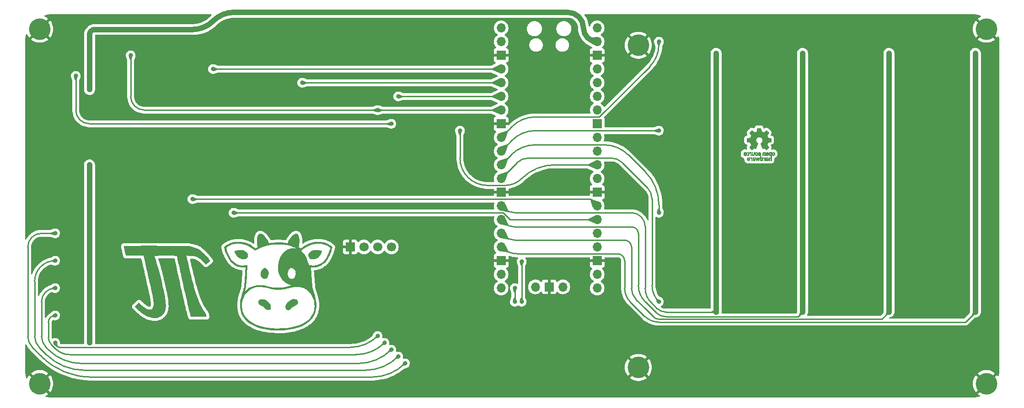
<source format=gbr>
%TF.GenerationSoftware,KiCad,Pcbnew,7.0.2-0*%
%TF.CreationDate,2023-10-18T21:21:33-05:00*%
%TF.ProjectId,CowPi-mk4b-natural,436f7750-692d-46d6-9b34-622d6e617475,mk4b*%
%TF.SameCoordinates,Original*%
%TF.FileFunction,Copper,L2,Bot*%
%TF.FilePolarity,Positive*%
%FSLAX46Y46*%
G04 Gerber Fmt 4.6, Leading zero omitted, Abs format (unit mm)*
G04 Created by KiCad (PCBNEW 7.0.2-0) date 2023-10-18 21:21:33*
%MOMM*%
%LPD*%
G01*
G04 APERTURE LIST*
%TA.AperFunction,EtchedComponent*%
%ADD10C,0.010000*%
%TD*%
%TA.AperFunction,ComponentPad*%
%ADD11R,1.700000X1.700000*%
%TD*%
%TA.AperFunction,ComponentPad*%
%ADD12C,1.700000*%
%TD*%
%TA.AperFunction,ComponentPad*%
%ADD13O,1.700000X1.700000*%
%TD*%
%TA.AperFunction,ComponentPad*%
%ADD14C,4.000000*%
%TD*%
%TA.AperFunction,ViaPad*%
%ADD15C,0.800000*%
%TD*%
%TA.AperFunction,Conductor*%
%ADD16C,0.250000*%
%TD*%
%TA.AperFunction,Conductor*%
%ADD17C,1.000000*%
%TD*%
G04 APERTURE END LIST*
%TO.C,REF\u002A\u002A*%
D10*
X183748874Y-85278207D02*
X183821495Y-85296408D01*
X183874546Y-85330144D01*
X183908329Y-85379642D01*
X183923147Y-85445126D01*
X183920147Y-85507820D01*
X183898493Y-85560699D01*
X183856967Y-85599796D01*
X183794736Y-85625873D01*
X183710969Y-85639695D01*
X183656540Y-85646940D01*
X183606860Y-85662615D01*
X183581211Y-85685314D01*
X183579662Y-85714998D01*
X183589984Y-85733507D01*
X183621951Y-85755443D01*
X183667395Y-85765818D01*
X183720649Y-85764399D01*
X183776048Y-85750952D01*
X183827928Y-85725243D01*
X183879653Y-85691013D01*
X183925148Y-85737049D01*
X183970643Y-85783084D01*
X183932921Y-85813876D01*
X183918253Y-85824574D01*
X183876983Y-85848880D01*
X183832327Y-85869825D01*
X183796984Y-85881845D01*
X183745234Y-85890552D01*
X183681435Y-85890667D01*
X183603200Y-85881081D01*
X183532722Y-85856783D01*
X183482836Y-85818188D01*
X183453423Y-85765198D01*
X183444365Y-85697718D01*
X183450921Y-85638354D01*
X183471970Y-85589752D01*
X183509864Y-85554946D01*
X183567004Y-85531798D01*
X183645785Y-85518170D01*
X183654834Y-85517183D01*
X183703885Y-85510892D01*
X183743675Y-85504309D01*
X183766312Y-85498708D01*
X183773866Y-85494197D01*
X183786637Y-85470941D01*
X183784563Y-85441171D01*
X183767495Y-85415327D01*
X183758533Y-85409691D01*
X183721188Y-85400660D01*
X183672950Y-85401267D01*
X183622650Y-85410878D01*
X183579115Y-85428858D01*
X183533372Y-85455847D01*
X183497890Y-85414384D01*
X183489280Y-85403850D01*
X183469883Y-85375632D01*
X183461897Y-85356508D01*
X183470283Y-85344781D01*
X183496226Y-85326476D01*
X183533688Y-85306777D01*
X183538966Y-85304370D01*
X183588366Y-85285482D01*
X183635983Y-85276452D01*
X183695072Y-85274639D01*
X183748874Y-85278207D01*
%TA.AperFunction,EtchedComponent*%
G36*
X183748874Y-85278207D02*
G01*
X183821495Y-85296408D01*
X183874546Y-85330144D01*
X183908329Y-85379642D01*
X183923147Y-85445126D01*
X183920147Y-85507820D01*
X183898493Y-85560699D01*
X183856967Y-85599796D01*
X183794736Y-85625873D01*
X183710969Y-85639695D01*
X183656540Y-85646940D01*
X183606860Y-85662615D01*
X183581211Y-85685314D01*
X183579662Y-85714998D01*
X183589984Y-85733507D01*
X183621951Y-85755443D01*
X183667395Y-85765818D01*
X183720649Y-85764399D01*
X183776048Y-85750952D01*
X183827928Y-85725243D01*
X183879653Y-85691013D01*
X183925148Y-85737049D01*
X183970643Y-85783084D01*
X183932921Y-85813876D01*
X183918253Y-85824574D01*
X183876983Y-85848880D01*
X183832327Y-85869825D01*
X183796984Y-85881845D01*
X183745234Y-85890552D01*
X183681435Y-85890667D01*
X183603200Y-85881081D01*
X183532722Y-85856783D01*
X183482836Y-85818188D01*
X183453423Y-85765198D01*
X183444365Y-85697718D01*
X183450921Y-85638354D01*
X183471970Y-85589752D01*
X183509864Y-85554946D01*
X183567004Y-85531798D01*
X183645785Y-85518170D01*
X183654834Y-85517183D01*
X183703885Y-85510892D01*
X183743675Y-85504309D01*
X183766312Y-85498708D01*
X183773866Y-85494197D01*
X183786637Y-85470941D01*
X183784563Y-85441171D01*
X183767495Y-85415327D01*
X183758533Y-85409691D01*
X183721188Y-85400660D01*
X183672950Y-85401267D01*
X183622650Y-85410878D01*
X183579115Y-85428858D01*
X183533372Y-85455847D01*
X183497890Y-85414384D01*
X183489280Y-85403850D01*
X183469883Y-85375632D01*
X183461897Y-85356508D01*
X183470283Y-85344781D01*
X183496226Y-85326476D01*
X183533688Y-85306777D01*
X183538966Y-85304370D01*
X183588366Y-85285482D01*
X183635983Y-85276452D01*
X183695072Y-85274639D01*
X183748874Y-85278207D01*
G37*
%TD.AperFunction*%
X181583409Y-85281493D02*
X181652021Y-85308224D01*
X181710048Y-85352351D01*
X181752907Y-85412958D01*
X181755801Y-85419137D01*
X181774176Y-85479409D01*
X181783357Y-85551407D01*
X181783285Y-85626369D01*
X181773901Y-85695536D01*
X181755149Y-85750149D01*
X181731995Y-85788212D01*
X181681030Y-85842135D01*
X181617306Y-85876411D01*
X181562785Y-85890272D01*
X181479767Y-85891785D01*
X181400326Y-85870882D01*
X181329879Y-85828464D01*
X181284284Y-85790880D01*
X181325351Y-85748510D01*
X181351296Y-85723409D01*
X181374764Y-85709434D01*
X181396524Y-85712511D01*
X181424356Y-85731287D01*
X181435454Y-85738638D01*
X181482337Y-85753683D01*
X181536224Y-85753673D01*
X181586675Y-85738168D01*
X181605672Y-85725716D01*
X181633537Y-85688946D01*
X181647506Y-85634939D01*
X181648405Y-85561331D01*
X181648403Y-85561289D01*
X181638009Y-85495433D01*
X181615114Y-85449772D01*
X181577439Y-85421528D01*
X181522708Y-85407920D01*
X181488241Y-85406090D01*
X181458126Y-85413584D01*
X181427240Y-85435295D01*
X181387272Y-85468926D01*
X181336656Y-85428250D01*
X181318163Y-85412667D01*
X181295065Y-85390340D01*
X181286039Y-85377183D01*
X181289236Y-85371253D01*
X181307646Y-85353048D01*
X181336973Y-85329895D01*
X181359920Y-85314830D01*
X181432774Y-85283880D01*
X181508799Y-85273073D01*
X181583409Y-85281493D01*
%TA.AperFunction,EtchedComponent*%
G36*
X181583409Y-85281493D02*
G01*
X181652021Y-85308224D01*
X181710048Y-85352351D01*
X181752907Y-85412958D01*
X181755801Y-85419137D01*
X181774176Y-85479409D01*
X181783357Y-85551407D01*
X181783285Y-85626369D01*
X181773901Y-85695536D01*
X181755149Y-85750149D01*
X181731995Y-85788212D01*
X181681030Y-85842135D01*
X181617306Y-85876411D01*
X181562785Y-85890272D01*
X181479767Y-85891785D01*
X181400326Y-85870882D01*
X181329879Y-85828464D01*
X181284284Y-85790880D01*
X181325351Y-85748510D01*
X181351296Y-85723409D01*
X181374764Y-85709434D01*
X181396524Y-85712511D01*
X181424356Y-85731287D01*
X181435454Y-85738638D01*
X181482337Y-85753683D01*
X181536224Y-85753673D01*
X181586675Y-85738168D01*
X181605672Y-85725716D01*
X181633537Y-85688946D01*
X181647506Y-85634939D01*
X181648405Y-85561331D01*
X181648403Y-85561289D01*
X181638009Y-85495433D01*
X181615114Y-85449772D01*
X181577439Y-85421528D01*
X181522708Y-85407920D01*
X181488241Y-85406090D01*
X181458126Y-85413584D01*
X181427240Y-85435295D01*
X181387272Y-85468926D01*
X181336656Y-85428250D01*
X181318163Y-85412667D01*
X181295065Y-85390340D01*
X181286039Y-85377183D01*
X181289236Y-85371253D01*
X181307646Y-85353048D01*
X181336973Y-85329895D01*
X181359920Y-85314830D01*
X181432774Y-85283880D01*
X181508799Y-85273073D01*
X181583409Y-85281493D01*
G37*
%TD.AperFunction*%
X181269444Y-85539878D02*
X181267825Y-85636121D01*
X181267615Y-85638014D01*
X181249535Y-85726325D01*
X181216870Y-85794986D01*
X181168601Y-85845506D01*
X181103713Y-85879393D01*
X181091801Y-85883268D01*
X181017971Y-85894688D01*
X180941614Y-85888320D01*
X180870626Y-85865563D01*
X180812904Y-85827819D01*
X180769667Y-85787872D01*
X180815625Y-85751532D01*
X180861583Y-85715193D01*
X180916969Y-85742101D01*
X180981056Y-85763905D01*
X181037632Y-85764558D01*
X181083920Y-85744525D01*
X181117230Y-85704315D01*
X181129171Y-85680222D01*
X181135837Y-85659630D01*
X181131980Y-85645720D01*
X181114675Y-85637181D01*
X181080997Y-85632704D01*
X181028021Y-85630978D01*
X180952822Y-85630693D01*
X180770495Y-85630693D01*
X180770495Y-85543492D01*
X180771857Y-85505210D01*
X180900234Y-85505210D01*
X180906399Y-85512251D01*
X180924654Y-85515916D01*
X180959352Y-85517306D01*
X181014846Y-85517525D01*
X181044603Y-85517176D01*
X181091562Y-85514867D01*
X181123416Y-85510822D01*
X181135148Y-85505542D01*
X181132146Y-85486062D01*
X181110988Y-85448786D01*
X181075731Y-85418164D01*
X181033699Y-85399668D01*
X180992220Y-85398773D01*
X180960997Y-85413604D01*
X180925618Y-85447355D01*
X180903122Y-85489233D01*
X180901805Y-85493690D01*
X180900234Y-85505210D01*
X180771857Y-85505210D01*
X180772136Y-85497371D01*
X180776955Y-85451740D01*
X180783840Y-85420893D01*
X180788859Y-85409117D01*
X180825390Y-85356667D01*
X180878175Y-85312921D01*
X180939904Y-85284279D01*
X180972102Y-85276457D01*
X181048820Y-85272896D01*
X181117179Y-85291009D01*
X181175299Y-85328779D01*
X181221302Y-85384191D01*
X181253310Y-85455229D01*
X181262900Y-85505542D01*
X181269444Y-85539878D01*
%TA.AperFunction,EtchedComponent*%
G36*
X181269444Y-85539878D02*
G01*
X181267825Y-85636121D01*
X181267615Y-85638014D01*
X181249535Y-85726325D01*
X181216870Y-85794986D01*
X181168601Y-85845506D01*
X181103713Y-85879393D01*
X181091801Y-85883268D01*
X181017971Y-85894688D01*
X180941614Y-85888320D01*
X180870626Y-85865563D01*
X180812904Y-85827819D01*
X180769667Y-85787872D01*
X180815625Y-85751532D01*
X180861583Y-85715193D01*
X180916969Y-85742101D01*
X180981056Y-85763905D01*
X181037632Y-85764558D01*
X181083920Y-85744525D01*
X181117230Y-85704315D01*
X181129171Y-85680222D01*
X181135837Y-85659630D01*
X181131980Y-85645720D01*
X181114675Y-85637181D01*
X181080997Y-85632704D01*
X181028021Y-85630978D01*
X180952822Y-85630693D01*
X180770495Y-85630693D01*
X180770495Y-85543492D01*
X180771857Y-85505210D01*
X180900234Y-85505210D01*
X180906399Y-85512251D01*
X180924654Y-85515916D01*
X180959352Y-85517306D01*
X181014846Y-85517525D01*
X181044603Y-85517176D01*
X181091562Y-85514867D01*
X181123416Y-85510822D01*
X181135148Y-85505542D01*
X181132146Y-85486062D01*
X181110988Y-85448786D01*
X181075731Y-85418164D01*
X181033699Y-85399668D01*
X180992220Y-85398773D01*
X180960997Y-85413604D01*
X180925618Y-85447355D01*
X180903122Y-85489233D01*
X180901805Y-85493690D01*
X180900234Y-85505210D01*
X180771857Y-85505210D01*
X180772136Y-85497371D01*
X180776955Y-85451740D01*
X180783840Y-85420893D01*
X180788859Y-85409117D01*
X180825390Y-85356667D01*
X180878175Y-85312921D01*
X180939904Y-85284279D01*
X180972102Y-85276457D01*
X181048820Y-85272896D01*
X181117179Y-85291009D01*
X181175299Y-85328779D01*
X181221302Y-85384191D01*
X181253310Y-85455229D01*
X181262900Y-85505542D01*
X181269444Y-85539878D01*
G37*
%TD.AperFunction*%
X185357299Y-86670223D02*
X185357157Y-86671882D01*
X185341835Y-86736479D01*
X185307753Y-86785063D01*
X185253218Y-86820072D01*
X185225036Y-86828589D01*
X185176764Y-86835228D01*
X185123978Y-86836813D01*
X185076353Y-86833160D01*
X185043566Y-86824083D01*
X185023652Y-86816813D01*
X185004155Y-86824083D01*
X184997023Y-86828295D01*
X184968557Y-86835126D01*
X184930059Y-86837822D01*
X184869703Y-86837822D01*
X184869703Y-86622111D01*
X185008020Y-86622111D01*
X185012668Y-86658904D01*
X185031015Y-86691269D01*
X185041514Y-86698274D01*
X185078988Y-86709191D01*
X185125773Y-86711917D01*
X185171652Y-86706379D01*
X185206410Y-86692505D01*
X185223726Y-86674161D01*
X185234356Y-86641566D01*
X185224929Y-86615729D01*
X185193764Y-86593263D01*
X185143667Y-86578850D01*
X185077582Y-86573763D01*
X185008020Y-86573763D01*
X185008020Y-86622111D01*
X184869703Y-86622111D01*
X184869703Y-86594484D01*
X184869707Y-86573440D01*
X184869937Y-86494122D01*
X184870797Y-86435154D01*
X184872679Y-86392616D01*
X184875974Y-86362592D01*
X184881073Y-86341163D01*
X184888366Y-86324411D01*
X184898246Y-86308419D01*
X184930023Y-86270948D01*
X184975055Y-86242339D01*
X185034210Y-86226555D01*
X185112161Y-86221703D01*
X185114695Y-86221708D01*
X185168880Y-86224155D01*
X185217380Y-86230256D01*
X185250478Y-86238809D01*
X185259552Y-86243096D01*
X185288433Y-86261248D01*
X185314568Y-86282822D01*
X185331764Y-86302236D01*
X185333825Y-86313909D01*
X185329803Y-86317063D01*
X185285976Y-86350739D01*
X185256671Y-86370600D01*
X185237294Y-86378613D01*
X185223253Y-86376746D01*
X185209957Y-86366965D01*
X185185418Y-86354756D01*
X185144064Y-86346615D01*
X185097326Y-86344503D01*
X185055034Y-86348800D01*
X185027017Y-86359887D01*
X185025543Y-86361236D01*
X185012953Y-86386581D01*
X185008020Y-86424411D01*
X185008020Y-86473169D01*
X185124331Y-86473216D01*
X185177760Y-86474061D01*
X185222735Y-86477740D01*
X185254907Y-86485309D01*
X185280899Y-86497808D01*
X185286948Y-86501647D01*
X185330710Y-86543845D01*
X185353987Y-86599647D01*
X185355955Y-86641566D01*
X185357299Y-86670223D01*
%TA.AperFunction,EtchedComponent*%
G36*
X185357299Y-86670223D02*
G01*
X185357157Y-86671882D01*
X185341835Y-86736479D01*
X185307753Y-86785063D01*
X185253218Y-86820072D01*
X185225036Y-86828589D01*
X185176764Y-86835228D01*
X185123978Y-86836813D01*
X185076353Y-86833160D01*
X185043566Y-86824083D01*
X185023652Y-86816813D01*
X185004155Y-86824083D01*
X184997023Y-86828295D01*
X184968557Y-86835126D01*
X184930059Y-86837822D01*
X184869703Y-86837822D01*
X184869703Y-86622111D01*
X185008020Y-86622111D01*
X185012668Y-86658904D01*
X185031015Y-86691269D01*
X185041514Y-86698274D01*
X185078988Y-86709191D01*
X185125773Y-86711917D01*
X185171652Y-86706379D01*
X185206410Y-86692505D01*
X185223726Y-86674161D01*
X185234356Y-86641566D01*
X185224929Y-86615729D01*
X185193764Y-86593263D01*
X185143667Y-86578850D01*
X185077582Y-86573763D01*
X185008020Y-86573763D01*
X185008020Y-86622111D01*
X184869703Y-86622111D01*
X184869703Y-86594484D01*
X184869707Y-86573440D01*
X184869937Y-86494122D01*
X184870797Y-86435154D01*
X184872679Y-86392616D01*
X184875974Y-86362592D01*
X184881073Y-86341163D01*
X184888366Y-86324411D01*
X184898246Y-86308419D01*
X184930023Y-86270948D01*
X184975055Y-86242339D01*
X185034210Y-86226555D01*
X185112161Y-86221703D01*
X185114695Y-86221708D01*
X185168880Y-86224155D01*
X185217380Y-86230256D01*
X185250478Y-86238809D01*
X185259552Y-86243096D01*
X185288433Y-86261248D01*
X185314568Y-86282822D01*
X185331764Y-86302236D01*
X185333825Y-86313909D01*
X185329803Y-86317063D01*
X185285976Y-86350739D01*
X185256671Y-86370600D01*
X185237294Y-86378613D01*
X185223253Y-86376746D01*
X185209957Y-86366965D01*
X185185418Y-86354756D01*
X185144064Y-86346615D01*
X185097326Y-86344503D01*
X185055034Y-86348800D01*
X185027017Y-86359887D01*
X185025543Y-86361236D01*
X185012953Y-86386581D01*
X185008020Y-86424411D01*
X185008020Y-86473169D01*
X185124331Y-86473216D01*
X185177760Y-86474061D01*
X185222735Y-86477740D01*
X185254907Y-86485309D01*
X185280899Y-86497808D01*
X185286948Y-86501647D01*
X185330710Y-86543845D01*
X185353987Y-86599647D01*
X185355955Y-86641566D01*
X185357299Y-86670223D01*
G37*
%TD.AperFunction*%
X181914353Y-86529753D02*
X181912718Y-86576692D01*
X181897827Y-86666459D01*
X181867185Y-86737045D01*
X181820524Y-86788952D01*
X181757574Y-86822686D01*
X181737235Y-86828647D01*
X181664612Y-86836971D01*
X181587928Y-86829946D01*
X181518663Y-86808265D01*
X181494262Y-86795959D01*
X181459275Y-86774879D01*
X181438072Y-86757534D01*
X181434942Y-86753571D01*
X181429085Y-86739077D01*
X181437524Y-86723321D01*
X181463221Y-86699460D01*
X181475622Y-86689072D01*
X181500052Y-86670063D01*
X181512861Y-86662293D01*
X181516530Y-86663094D01*
X181537561Y-86671745D01*
X181568960Y-86686931D01*
X181579197Y-86691926D01*
X181639590Y-86710475D01*
X181692057Y-86705694D01*
X181738065Y-86677500D01*
X181743419Y-86672291D01*
X181769013Y-86639659D01*
X181783637Y-86608342D01*
X181791736Y-86573763D01*
X181411782Y-86573763D01*
X181411852Y-86507748D01*
X181411892Y-86501182D01*
X181417022Y-86448218D01*
X181550099Y-86448218D01*
X181551670Y-86459203D01*
X181559738Y-86466773D01*
X181578967Y-86470975D01*
X181614019Y-86472783D01*
X181669554Y-86473169D01*
X181700429Y-86472768D01*
X181746002Y-86470429D01*
X181777348Y-86466465D01*
X181789010Y-86461413D01*
X181779064Y-86419827D01*
X181749947Y-86381013D01*
X181707952Y-86354086D01*
X181659440Y-86344772D01*
X181623723Y-86355272D01*
X181588020Y-86380940D01*
X181560879Y-86414381D01*
X181550099Y-86448218D01*
X181417022Y-86448218D01*
X181419758Y-86419965D01*
X181442655Y-86353895D01*
X181482607Y-86296940D01*
X181506979Y-86272848D01*
X181557315Y-86240597D01*
X181617419Y-86224970D01*
X181693338Y-86223871D01*
X181730010Y-86228179D01*
X181797703Y-86250549D01*
X181849530Y-86291263D01*
X181885945Y-86350949D01*
X181907401Y-86430236D01*
X181909579Y-86461413D01*
X181914353Y-86529753D01*
%TA.AperFunction,EtchedComponent*%
G36*
X181914353Y-86529753D02*
G01*
X181912718Y-86576692D01*
X181897827Y-86666459D01*
X181867185Y-86737045D01*
X181820524Y-86788952D01*
X181757574Y-86822686D01*
X181737235Y-86828647D01*
X181664612Y-86836971D01*
X181587928Y-86829946D01*
X181518663Y-86808265D01*
X181494262Y-86795959D01*
X181459275Y-86774879D01*
X181438072Y-86757534D01*
X181434942Y-86753571D01*
X181429085Y-86739077D01*
X181437524Y-86723321D01*
X181463221Y-86699460D01*
X181475622Y-86689072D01*
X181500052Y-86670063D01*
X181512861Y-86662293D01*
X181516530Y-86663094D01*
X181537561Y-86671745D01*
X181568960Y-86686931D01*
X181579197Y-86691926D01*
X181639590Y-86710475D01*
X181692057Y-86705694D01*
X181738065Y-86677500D01*
X181743419Y-86672291D01*
X181769013Y-86639659D01*
X181783637Y-86608342D01*
X181791736Y-86573763D01*
X181411782Y-86573763D01*
X181411852Y-86507748D01*
X181411892Y-86501182D01*
X181417022Y-86448218D01*
X181550099Y-86448218D01*
X181551670Y-86459203D01*
X181559738Y-86466773D01*
X181578967Y-86470975D01*
X181614019Y-86472783D01*
X181669554Y-86473169D01*
X181700429Y-86472768D01*
X181746002Y-86470429D01*
X181777348Y-86466465D01*
X181789010Y-86461413D01*
X181779064Y-86419827D01*
X181749947Y-86381013D01*
X181707952Y-86354086D01*
X181659440Y-86344772D01*
X181623723Y-86355272D01*
X181588020Y-86380940D01*
X181560879Y-86414381D01*
X181550099Y-86448218D01*
X181417022Y-86448218D01*
X181419758Y-86419965D01*
X181442655Y-86353895D01*
X181482607Y-86296940D01*
X181506979Y-86272848D01*
X181557315Y-86240597D01*
X181617419Y-86224970D01*
X181693338Y-86223871D01*
X181730010Y-86228179D01*
X181797703Y-86250549D01*
X181849530Y-86291263D01*
X181885945Y-86350949D01*
X181907401Y-86430236D01*
X181909579Y-86461413D01*
X181914353Y-86529753D01*
G37*
%TD.AperFunction*%
X186514997Y-85614931D02*
X186513373Y-85654310D01*
X186509688Y-85702332D01*
X186503410Y-85736368D01*
X186493044Y-85763338D01*
X186477092Y-85790158D01*
X186476412Y-85791175D01*
X186437132Y-85834629D01*
X186389072Y-85867772D01*
X186333185Y-85887439D01*
X186259666Y-85893824D01*
X186187609Y-85881268D01*
X186123201Y-85851011D01*
X186072627Y-85804294D01*
X186058108Y-85782221D01*
X186030993Y-85713602D01*
X186017546Y-85628939D01*
X186017776Y-85607523D01*
X186152920Y-85607523D01*
X186153174Y-85647574D01*
X186157421Y-85674313D01*
X186167096Y-85694859D01*
X186183638Y-85716331D01*
X186206593Y-85737639D01*
X186252505Y-85756653D01*
X186301802Y-85753122D01*
X186348917Y-85726694D01*
X186362207Y-85714072D01*
X186376397Y-85692465D01*
X186384266Y-85662094D01*
X186388726Y-85614770D01*
X186389955Y-85579219D01*
X186383224Y-85506620D01*
X186362567Y-85454642D01*
X186327894Y-85422999D01*
X186287249Y-85407847D01*
X186238777Y-85409123D01*
X186193845Y-85434703D01*
X186183103Y-85444442D01*
X186169548Y-85461480D01*
X186161505Y-85483772D01*
X186157043Y-85517947D01*
X186154228Y-85570638D01*
X186152920Y-85607523D01*
X186017776Y-85607523D01*
X186018583Y-85532351D01*
X186019907Y-85518651D01*
X186038374Y-85430908D01*
X186072540Y-85362793D01*
X186122479Y-85314231D01*
X186188261Y-85285148D01*
X186269961Y-85275471D01*
X186300828Y-85276379D01*
X186364128Y-85287493D01*
X186415889Y-85314021D01*
X186464147Y-85359436D01*
X186471865Y-85368551D01*
X186492681Y-85399248D01*
X186506362Y-85434007D01*
X186513948Y-85478056D01*
X186516479Y-85536621D01*
X186515672Y-85579219D01*
X186514997Y-85614931D01*
%TA.AperFunction,EtchedComponent*%
G36*
X186514997Y-85614931D02*
G01*
X186513373Y-85654310D01*
X186509688Y-85702332D01*
X186503410Y-85736368D01*
X186493044Y-85763338D01*
X186477092Y-85790158D01*
X186476412Y-85791175D01*
X186437132Y-85834629D01*
X186389072Y-85867772D01*
X186333185Y-85887439D01*
X186259666Y-85893824D01*
X186187609Y-85881268D01*
X186123201Y-85851011D01*
X186072627Y-85804294D01*
X186058108Y-85782221D01*
X186030993Y-85713602D01*
X186017546Y-85628939D01*
X186017776Y-85607523D01*
X186152920Y-85607523D01*
X186153174Y-85647574D01*
X186157421Y-85674313D01*
X186167096Y-85694859D01*
X186183638Y-85716331D01*
X186206593Y-85737639D01*
X186252505Y-85756653D01*
X186301802Y-85753122D01*
X186348917Y-85726694D01*
X186362207Y-85714072D01*
X186376397Y-85692465D01*
X186384266Y-85662094D01*
X186388726Y-85614770D01*
X186389955Y-85579219D01*
X186383224Y-85506620D01*
X186362567Y-85454642D01*
X186327894Y-85422999D01*
X186287249Y-85407847D01*
X186238777Y-85409123D01*
X186193845Y-85434703D01*
X186183103Y-85444442D01*
X186169548Y-85461480D01*
X186161505Y-85483772D01*
X186157043Y-85517947D01*
X186154228Y-85570638D01*
X186152920Y-85607523D01*
X186017776Y-85607523D01*
X186018583Y-85532351D01*
X186019907Y-85518651D01*
X186038374Y-85430908D01*
X186072540Y-85362793D01*
X186122479Y-85314231D01*
X186188261Y-85285148D01*
X186269961Y-85275471D01*
X186300828Y-85276379D01*
X186364128Y-85287493D01*
X186415889Y-85314021D01*
X186464147Y-85359436D01*
X186471865Y-85368551D01*
X186492681Y-85399248D01*
X186506362Y-85434007D01*
X186513948Y-85478056D01*
X186516479Y-85536621D01*
X186515672Y-85579219D01*
X186514997Y-85614931D01*
G37*
%TD.AperFunction*%
X182430297Y-85474342D02*
X182431357Y-85562394D01*
X182435509Y-85633510D01*
X182443921Y-85685199D01*
X182457757Y-85720360D01*
X182478182Y-85741889D01*
X182506364Y-85752682D01*
X182543465Y-85755636D01*
X182578890Y-85753000D01*
X182607500Y-85742679D01*
X182628296Y-85721772D01*
X182642442Y-85687381D01*
X182651103Y-85636610D01*
X182655445Y-85566563D01*
X182656633Y-85474342D01*
X182656633Y-85278614D01*
X182782376Y-85278614D01*
X182782376Y-85514578D01*
X182782160Y-85577561D01*
X182780484Y-85659007D01*
X182776277Y-85721121D01*
X182768521Y-85767458D01*
X182756196Y-85801573D01*
X182738285Y-85827022D01*
X182713767Y-85847362D01*
X182681623Y-85866147D01*
X182614125Y-85889928D01*
X182543681Y-85891480D01*
X182477264Y-85869580D01*
X182448286Y-85855383D01*
X182433909Y-85853261D01*
X182430297Y-85863293D01*
X182424299Y-85874556D01*
X182402830Y-85880489D01*
X182361138Y-85882179D01*
X182291980Y-85882179D01*
X182291980Y-85278614D01*
X182430297Y-85278614D01*
X182430297Y-85474342D01*
%TA.AperFunction,EtchedComponent*%
G36*
X182430297Y-85474342D02*
G01*
X182431357Y-85562394D01*
X182435509Y-85633510D01*
X182443921Y-85685199D01*
X182457757Y-85720360D01*
X182478182Y-85741889D01*
X182506364Y-85752682D01*
X182543465Y-85755636D01*
X182578890Y-85753000D01*
X182607500Y-85742679D01*
X182628296Y-85721772D01*
X182642442Y-85687381D01*
X182651103Y-85636610D01*
X182655445Y-85566563D01*
X182656633Y-85474342D01*
X182656633Y-85278614D01*
X182782376Y-85278614D01*
X182782376Y-85514578D01*
X182782160Y-85577561D01*
X182780484Y-85659007D01*
X182776277Y-85721121D01*
X182768521Y-85767458D01*
X182756196Y-85801573D01*
X182738285Y-85827022D01*
X182713767Y-85847362D01*
X182681623Y-85866147D01*
X182614125Y-85889928D01*
X182543681Y-85891480D01*
X182477264Y-85869580D01*
X182448286Y-85855383D01*
X182433909Y-85853261D01*
X182430297Y-85863293D01*
X182424299Y-85874556D01*
X182402830Y-85880489D01*
X182361138Y-85882179D01*
X182291980Y-85882179D01*
X182291980Y-85278614D01*
X182430297Y-85278614D01*
X182430297Y-85474342D01*
G37*
%TD.AperFunction*%
X184340761Y-86576813D02*
X184339167Y-86630571D01*
X184335962Y-86668018D01*
X184335413Y-86671450D01*
X184313838Y-86732835D01*
X184274438Y-86784877D01*
X184222752Y-86820135D01*
X184167248Y-86834729D01*
X184098977Y-86833597D01*
X184036173Y-86814029D01*
X184019815Y-86805771D01*
X183998779Y-86796923D01*
X183990774Y-86799676D01*
X183989505Y-86814029D01*
X183988922Y-86821186D01*
X183981394Y-86831772D01*
X183960488Y-86836645D01*
X183920346Y-86837822D01*
X183851188Y-86837822D01*
X183851188Y-86535930D01*
X183989505Y-86535930D01*
X183990496Y-86588230D01*
X183994519Y-86623050D01*
X184003108Y-86646905D01*
X184017797Y-86666895D01*
X184056584Y-86696618D01*
X184101974Y-86706582D01*
X184145989Y-86694260D01*
X184183060Y-86659888D01*
X184192859Y-86634735D01*
X184200097Y-86590194D01*
X184203279Y-86536155D01*
X184202277Y-86480728D01*
X184196961Y-86432022D01*
X184187204Y-86398148D01*
X184184087Y-86392593D01*
X184154038Y-86364674D01*
X184113315Y-86352306D01*
X184069579Y-86355183D01*
X184030491Y-86373000D01*
X184003710Y-86405452D01*
X184002603Y-86408181D01*
X183995963Y-86438634D01*
X183991278Y-86484139D01*
X183989505Y-86535930D01*
X183851188Y-86535930D01*
X183851188Y-85982773D01*
X183989505Y-85982773D01*
X183989505Y-86275878D01*
X184015124Y-86252693D01*
X184039792Y-86238282D01*
X184086480Y-86226236D01*
X184141056Y-86222354D01*
X184194354Y-86227120D01*
X184237207Y-86241014D01*
X184267878Y-86260779D01*
X184299471Y-86294449D01*
X184320733Y-86339730D01*
X184333514Y-86400981D01*
X184339664Y-86482563D01*
X184340568Y-86515540D01*
X184340633Y-86536155D01*
X184340761Y-86576813D01*
%TA.AperFunction,EtchedComponent*%
G36*
X184340761Y-86576813D02*
G01*
X184339167Y-86630571D01*
X184335962Y-86668018D01*
X184335413Y-86671450D01*
X184313838Y-86732835D01*
X184274438Y-86784877D01*
X184222752Y-86820135D01*
X184167248Y-86834729D01*
X184098977Y-86833597D01*
X184036173Y-86814029D01*
X184019815Y-86805771D01*
X183998779Y-86796923D01*
X183990774Y-86799676D01*
X183989505Y-86814029D01*
X183988922Y-86821186D01*
X183981394Y-86831772D01*
X183960488Y-86836645D01*
X183920346Y-86837822D01*
X183851188Y-86837822D01*
X183851188Y-86535930D01*
X183989505Y-86535930D01*
X183990496Y-86588230D01*
X183994519Y-86623050D01*
X184003108Y-86646905D01*
X184017797Y-86666895D01*
X184056584Y-86696618D01*
X184101974Y-86706582D01*
X184145989Y-86694260D01*
X184183060Y-86659888D01*
X184192859Y-86634735D01*
X184200097Y-86590194D01*
X184203279Y-86536155D01*
X184202277Y-86480728D01*
X184196961Y-86432022D01*
X184187204Y-86398148D01*
X184184087Y-86392593D01*
X184154038Y-86364674D01*
X184113315Y-86352306D01*
X184069579Y-86355183D01*
X184030491Y-86373000D01*
X184003710Y-86405452D01*
X184002603Y-86408181D01*
X183995963Y-86438634D01*
X183991278Y-86484139D01*
X183989505Y-86535930D01*
X183851188Y-86535930D01*
X183851188Y-85982773D01*
X183989505Y-85982773D01*
X183989505Y-86275878D01*
X184015124Y-86252693D01*
X184039792Y-86238282D01*
X184086480Y-86226236D01*
X184141056Y-86222354D01*
X184194354Y-86227120D01*
X184237207Y-86241014D01*
X184267878Y-86260779D01*
X184299471Y-86294449D01*
X184320733Y-86339730D01*
X184333514Y-86400981D01*
X184339664Y-86482563D01*
X184340568Y-86515540D01*
X184340633Y-86536155D01*
X184340761Y-86576813D01*
G37*
%TD.AperFunction*%
X184743960Y-86837822D02*
X184618218Y-86837822D01*
X184618218Y-86643740D01*
X184618078Y-86598594D01*
X184616649Y-86523823D01*
X184613029Y-86468467D01*
X184606434Y-86428702D01*
X184596079Y-86400700D01*
X184581178Y-86380635D01*
X184560946Y-86364681D01*
X184538859Y-86352792D01*
X184512705Y-86349421D01*
X184475508Y-86356917D01*
X184463555Y-86360038D01*
X184433718Y-86364735D01*
X184412383Y-86358005D01*
X184387655Y-86337177D01*
X184382963Y-86332647D01*
X184357020Y-86304626D01*
X184340291Y-86281843D01*
X184337996Y-86276355D01*
X184342543Y-86256088D01*
X184365602Y-86239884D01*
X184401995Y-86228513D01*
X184446544Y-86222740D01*
X184494072Y-86223334D01*
X184539400Y-86231063D01*
X184577351Y-86246694D01*
X184589381Y-86253993D01*
X184609632Y-86264676D01*
X184617129Y-86262230D01*
X184618218Y-86246647D01*
X184618473Y-86241053D01*
X184624539Y-86228660D01*
X184643356Y-86223020D01*
X184681089Y-86221683D01*
X184743960Y-86221683D01*
X184743960Y-86837822D01*
%TA.AperFunction,EtchedComponent*%
G36*
X184743960Y-86837822D02*
G01*
X184618218Y-86837822D01*
X184618218Y-86643740D01*
X184618078Y-86598594D01*
X184616649Y-86523823D01*
X184613029Y-86468467D01*
X184606434Y-86428702D01*
X184596079Y-86400700D01*
X184581178Y-86380635D01*
X184560946Y-86364681D01*
X184538859Y-86352792D01*
X184512705Y-86349421D01*
X184475508Y-86356917D01*
X184463555Y-86360038D01*
X184433718Y-86364735D01*
X184412383Y-86358005D01*
X184387655Y-86337177D01*
X184382963Y-86332647D01*
X184357020Y-86304626D01*
X184340291Y-86281843D01*
X184337996Y-86276355D01*
X184342543Y-86256088D01*
X184365602Y-86239884D01*
X184401995Y-86228513D01*
X184446544Y-86222740D01*
X184494072Y-86223334D01*
X184539400Y-86231063D01*
X184577351Y-86246694D01*
X184589381Y-86253993D01*
X184609632Y-86264676D01*
X184617129Y-86262230D01*
X184618218Y-86246647D01*
X184618473Y-86241053D01*
X184624539Y-86228660D01*
X184643356Y-86223020D01*
X184681089Y-86221683D01*
X184743960Y-86221683D01*
X184743960Y-86837822D01*
G37*
%TD.AperFunction*%
X185925940Y-86839136D02*
X185859926Y-86835336D01*
X185793911Y-86831535D01*
X185790772Y-86630347D01*
X185789844Y-86581425D01*
X185787208Y-86507926D01*
X185782683Y-86453991D01*
X185775438Y-86415995D01*
X185764642Y-86390313D01*
X185749462Y-86373320D01*
X185729066Y-86361389D01*
X185690797Y-86349205D01*
X185652738Y-86353940D01*
X185612549Y-86379979D01*
X185573861Y-86412533D01*
X185573861Y-86837822D01*
X185435544Y-86837822D01*
X185435544Y-86607176D01*
X185435677Y-86534882D01*
X185436413Y-86470641D01*
X185438181Y-86423618D01*
X185441411Y-86389548D01*
X185446530Y-86364170D01*
X185453967Y-86343221D01*
X185464150Y-86322436D01*
X185466564Y-86318024D01*
X185498675Y-86275047D01*
X185536256Y-86245013D01*
X185581564Y-86229243D01*
X185641561Y-86222222D01*
X185701643Y-86226025D01*
X185750525Y-86240868D01*
X185787624Y-86260052D01*
X185787624Y-85844859D01*
X185736792Y-85871354D01*
X185715558Y-85880980D01*
X185648536Y-85894592D01*
X185581930Y-85885184D01*
X185520187Y-85853905D01*
X185467757Y-85801902D01*
X185459543Y-85789680D01*
X185451649Y-85771763D01*
X185446500Y-85747404D01*
X185443527Y-85711927D01*
X185442161Y-85660656D01*
X185441915Y-85607236D01*
X185574749Y-85607236D01*
X185574861Y-85651849D01*
X185578272Y-85681601D01*
X185585937Y-85702835D01*
X185598814Y-85721896D01*
X185615171Y-85739617D01*
X185641329Y-85753028D01*
X185680742Y-85756436D01*
X185715559Y-85753471D01*
X185750020Y-85738631D01*
X185772215Y-85708569D01*
X185784097Y-85660254D01*
X185787624Y-85590650D01*
X185786712Y-85553624D01*
X185777609Y-85483728D01*
X185758828Y-85436464D01*
X185730476Y-85412168D01*
X185701840Y-85405332D01*
X185651970Y-85408537D01*
X185609833Y-85428380D01*
X185599749Y-85437480D01*
X185589063Y-85453223D01*
X185582456Y-85476658D01*
X185578532Y-85513604D01*
X185575897Y-85569880D01*
X185574749Y-85607236D01*
X185441915Y-85607236D01*
X185441831Y-85588917D01*
X185441944Y-85556184D01*
X185443872Y-85480044D01*
X185449240Y-85423166D01*
X185459406Y-85381249D01*
X185475725Y-85349996D01*
X185499553Y-85325106D01*
X185532247Y-85302282D01*
X185558759Y-85289184D01*
X185621615Y-85274739D01*
X185687869Y-85276707D01*
X185746757Y-85295433D01*
X185772030Y-85307673D01*
X185784742Y-85308938D01*
X185787624Y-85297798D01*
X185787626Y-85297461D01*
X185793838Y-85286087D01*
X185815260Y-85280256D01*
X185856782Y-85278614D01*
X185925940Y-85278614D01*
X185925940Y-85590650D01*
X185925940Y-86839136D01*
%TA.AperFunction,EtchedComponent*%
G36*
X185925940Y-86839136D02*
G01*
X185859926Y-86835336D01*
X185793911Y-86831535D01*
X185790772Y-86630347D01*
X185789844Y-86581425D01*
X185787208Y-86507926D01*
X185782683Y-86453991D01*
X185775438Y-86415995D01*
X185764642Y-86390313D01*
X185749462Y-86373320D01*
X185729066Y-86361389D01*
X185690797Y-86349205D01*
X185652738Y-86353940D01*
X185612549Y-86379979D01*
X185573861Y-86412533D01*
X185573861Y-86837822D01*
X185435544Y-86837822D01*
X185435544Y-86607176D01*
X185435677Y-86534882D01*
X185436413Y-86470641D01*
X185438181Y-86423618D01*
X185441411Y-86389548D01*
X185446530Y-86364170D01*
X185453967Y-86343221D01*
X185464150Y-86322436D01*
X185466564Y-86318024D01*
X185498675Y-86275047D01*
X185536256Y-86245013D01*
X185581564Y-86229243D01*
X185641561Y-86222222D01*
X185701643Y-86226025D01*
X185750525Y-86240868D01*
X185787624Y-86260052D01*
X185787624Y-85844859D01*
X185736792Y-85871354D01*
X185715558Y-85880980D01*
X185648536Y-85894592D01*
X185581930Y-85885184D01*
X185520187Y-85853905D01*
X185467757Y-85801902D01*
X185459543Y-85789680D01*
X185451649Y-85771763D01*
X185446500Y-85747404D01*
X185443527Y-85711927D01*
X185442161Y-85660656D01*
X185441915Y-85607236D01*
X185574749Y-85607236D01*
X185574861Y-85651849D01*
X185578272Y-85681601D01*
X185585937Y-85702835D01*
X185598814Y-85721896D01*
X185615171Y-85739617D01*
X185641329Y-85753028D01*
X185680742Y-85756436D01*
X185715559Y-85753471D01*
X185750020Y-85738631D01*
X185772215Y-85708569D01*
X185784097Y-85660254D01*
X185787624Y-85590650D01*
X185786712Y-85553624D01*
X185777609Y-85483728D01*
X185758828Y-85436464D01*
X185730476Y-85412168D01*
X185701840Y-85405332D01*
X185651970Y-85408537D01*
X185609833Y-85428380D01*
X185599749Y-85437480D01*
X185589063Y-85453223D01*
X185582456Y-85476658D01*
X185578532Y-85513604D01*
X185575897Y-85569880D01*
X185574749Y-85607236D01*
X185441915Y-85607236D01*
X185441831Y-85588917D01*
X185441944Y-85556184D01*
X185443872Y-85480044D01*
X185449240Y-85423166D01*
X185459406Y-85381249D01*
X185475725Y-85349996D01*
X185499553Y-85325106D01*
X185532247Y-85302282D01*
X185558759Y-85289184D01*
X185621615Y-85274739D01*
X185687869Y-85276707D01*
X185746757Y-85295433D01*
X185772030Y-85307673D01*
X185784742Y-85308938D01*
X185787624Y-85297798D01*
X185787626Y-85297461D01*
X185793838Y-85286087D01*
X185815260Y-85280256D01*
X185856782Y-85278614D01*
X185925940Y-85278614D01*
X185925940Y-85590650D01*
X185925940Y-86839136D01*
G37*
%TD.AperFunction*%
X184532605Y-85277424D02*
X184589926Y-85295434D01*
X184615199Y-85307674D01*
X184627910Y-85308938D01*
X184630792Y-85297798D01*
X184630795Y-85297461D01*
X184637006Y-85286087D01*
X184658428Y-85280256D01*
X184699950Y-85278614D01*
X184769109Y-85278614D01*
X184769109Y-85882179D01*
X184630792Y-85882179D01*
X184630792Y-85674132D01*
X184630697Y-85603879D01*
X184630051Y-85546170D01*
X184628320Y-85505787D01*
X184624974Y-85478615D01*
X184619481Y-85460540D01*
X184611310Y-85447447D01*
X184599928Y-85435221D01*
X184584424Y-85422217D01*
X184539843Y-85404745D01*
X184493047Y-85409873D01*
X184450180Y-85437507D01*
X184437927Y-85450368D01*
X184429132Y-85463384D01*
X184423233Y-85480706D01*
X184419651Y-85506501D01*
X184417809Y-85544939D01*
X184417128Y-85600189D01*
X184417030Y-85676418D01*
X184417030Y-85882179D01*
X184278713Y-85882179D01*
X184278989Y-85658985D01*
X184279008Y-85649044D01*
X184280207Y-85554106D01*
X184283891Y-85480358D01*
X184291006Y-85424214D01*
X184302500Y-85382087D01*
X184319318Y-85350391D01*
X184342409Y-85325541D01*
X184372717Y-85303950D01*
X184404012Y-85289002D01*
X184467037Y-85275421D01*
X184532605Y-85277424D01*
%TA.AperFunction,EtchedComponent*%
G36*
X184532605Y-85277424D02*
G01*
X184589926Y-85295434D01*
X184615199Y-85307674D01*
X184627910Y-85308938D01*
X184630792Y-85297798D01*
X184630795Y-85297461D01*
X184637006Y-85286087D01*
X184658428Y-85280256D01*
X184699950Y-85278614D01*
X184769109Y-85278614D01*
X184769109Y-85882179D01*
X184630792Y-85882179D01*
X184630792Y-85674132D01*
X184630697Y-85603879D01*
X184630051Y-85546170D01*
X184628320Y-85505787D01*
X184624974Y-85478615D01*
X184619481Y-85460540D01*
X184611310Y-85447447D01*
X184599928Y-85435221D01*
X184584424Y-85422217D01*
X184539843Y-85404745D01*
X184493047Y-85409873D01*
X184450180Y-85437507D01*
X184437927Y-85450368D01*
X184429132Y-85463384D01*
X184423233Y-85480706D01*
X184419651Y-85506501D01*
X184417809Y-85544939D01*
X184417128Y-85600189D01*
X184417030Y-85676418D01*
X184417030Y-85882179D01*
X184278713Y-85882179D01*
X184278989Y-85658985D01*
X184279008Y-85649044D01*
X184280207Y-85554106D01*
X184283891Y-85480358D01*
X184291006Y-85424214D01*
X184302500Y-85382087D01*
X184319318Y-85350391D01*
X184342409Y-85325541D01*
X184372717Y-85303950D01*
X184404012Y-85289002D01*
X184467037Y-85275421D01*
X184532605Y-85277424D01*
G37*
%TD.AperFunction*%
X184014389Y-81110018D02*
X184071237Y-81411570D01*
X184281001Y-81498041D01*
X184490764Y-81584512D01*
X184742410Y-81413395D01*
X184792216Y-81379661D01*
X184858244Y-81335381D01*
X184915410Y-81297561D01*
X184960744Y-81268142D01*
X184991280Y-81249067D01*
X185004046Y-81242278D01*
X185011887Y-81247106D01*
X185035325Y-81267339D01*
X185070794Y-81300543D01*
X185115289Y-81343670D01*
X185165805Y-81393670D01*
X185219336Y-81447495D01*
X185272877Y-81502095D01*
X185323423Y-81554423D01*
X185367968Y-81601428D01*
X185403507Y-81640063D01*
X185427034Y-81667278D01*
X185435544Y-81680024D01*
X185433565Y-81685500D01*
X185419857Y-81709927D01*
X185394825Y-81750129D01*
X185360499Y-81802952D01*
X185318907Y-81865247D01*
X185272079Y-81933862D01*
X185246380Y-81971283D01*
X185202173Y-82036432D01*
X185164272Y-82093289D01*
X185134698Y-82138770D01*
X185115472Y-82169793D01*
X185108614Y-82183274D01*
X185108726Y-82184021D01*
X185114776Y-82201110D01*
X185128654Y-82236006D01*
X185148427Y-82284151D01*
X185172160Y-82340986D01*
X185197918Y-82401953D01*
X185223766Y-82462492D01*
X185247771Y-82518047D01*
X185267998Y-82564057D01*
X185282511Y-82595965D01*
X185289377Y-82609212D01*
X185293439Y-82610387D01*
X185318121Y-82615687D01*
X185362111Y-82624467D01*
X185421887Y-82636040D01*
X185493929Y-82649721D01*
X185574716Y-82664823D01*
X185617294Y-82672830D01*
X185695445Y-82688107D01*
X185763775Y-82702215D01*
X185818551Y-82714345D01*
X185856037Y-82723686D01*
X185872500Y-82729427D01*
X185875457Y-82735119D01*
X185880362Y-82762930D01*
X185884216Y-82809250D01*
X185887021Y-82869720D01*
X185888781Y-82939983D01*
X185889499Y-83015680D01*
X185889177Y-83092453D01*
X185887819Y-83165944D01*
X185885428Y-83231794D01*
X185882006Y-83285645D01*
X185877556Y-83323138D01*
X185872082Y-83339916D01*
X185868760Y-83341809D01*
X185843987Y-83349926D01*
X185801011Y-83360666D01*
X185744802Y-83372853D01*
X185680325Y-83385310D01*
X185658570Y-83389277D01*
X185558093Y-83407729D01*
X185479126Y-83422559D01*
X185418934Y-83434380D01*
X185374778Y-83443809D01*
X185343920Y-83451460D01*
X185323625Y-83457948D01*
X185311154Y-83463888D01*
X185303771Y-83469894D01*
X185302913Y-83470902D01*
X185290838Y-83491919D01*
X185272971Y-83530376D01*
X185251042Y-83581761D01*
X185226784Y-83641563D01*
X185201927Y-83705270D01*
X185178205Y-83768371D01*
X185157347Y-83826355D01*
X185141087Y-83874709D01*
X185131156Y-83908922D01*
X185129285Y-83924483D01*
X185130536Y-83926502D01*
X185143486Y-83946028D01*
X185167840Y-83982042D01*
X185201340Y-84031228D01*
X185241727Y-84090267D01*
X185286745Y-84155842D01*
X185299100Y-84173884D01*
X185342545Y-84238599D01*
X185380091Y-84296476D01*
X185409594Y-84344082D01*
X185428914Y-84377985D01*
X185435905Y-84394752D01*
X185434398Y-84399161D01*
X185418695Y-84420882D01*
X185387714Y-84456354D01*
X185343673Y-84503188D01*
X185288790Y-84558996D01*
X185225286Y-84621392D01*
X185188988Y-84656317D01*
X185131595Y-84710711D01*
X185081361Y-84757302D01*
X185040984Y-84793636D01*
X185013161Y-84817261D01*
X185000590Y-84825724D01*
X184991952Y-84822587D01*
X184965360Y-84807747D01*
X184926741Y-84783477D01*
X184881134Y-84752852D01*
X184848707Y-84730503D01*
X184783970Y-84686122D01*
X184714886Y-84638987D01*
X184651787Y-84596155D01*
X184528178Y-84512547D01*
X184424417Y-84568650D01*
X184399984Y-84581599D01*
X184355552Y-84603749D01*
X184321191Y-84619041D01*
X184302828Y-84624743D01*
X184296818Y-84617421D01*
X184281895Y-84589541D01*
X184259852Y-84543575D01*
X184231917Y-84482441D01*
X184199317Y-84409055D01*
X184163276Y-84326335D01*
X184125023Y-84237197D01*
X184085783Y-84144559D01*
X184046783Y-84051337D01*
X184009249Y-83960450D01*
X183974409Y-83874814D01*
X183943488Y-83797345D01*
X183917714Y-83730962D01*
X183898311Y-83678582D01*
X183886508Y-83643121D01*
X183883531Y-83627496D01*
X183883732Y-83627039D01*
X183897601Y-83612595D01*
X183926611Y-83589974D01*
X183964772Y-83563864D01*
X183976817Y-83555892D01*
X184068469Y-83480256D01*
X184144323Y-83390169D01*
X184202581Y-83289381D01*
X184241448Y-83181640D01*
X184259128Y-83070697D01*
X184253826Y-82960303D01*
X184232347Y-82862115D01*
X184193782Y-82762966D01*
X184137562Y-82674512D01*
X184060410Y-82590487D01*
X184030095Y-82563645D01*
X183932094Y-82497510D01*
X183826227Y-82452970D01*
X183715561Y-82429625D01*
X183603164Y-82427078D01*
X183492105Y-82444929D01*
X183385451Y-82482780D01*
X183286270Y-82540232D01*
X183197631Y-82616887D01*
X183122600Y-82712345D01*
X183108175Y-82735985D01*
X183059143Y-82844034D01*
X183033103Y-82956548D01*
X183029372Y-83070614D01*
X183047268Y-83183318D01*
X183086109Y-83291745D01*
X183145214Y-83392982D01*
X183223900Y-83484114D01*
X183321485Y-83562228D01*
X183324654Y-83564333D01*
X183362411Y-83590940D01*
X183390709Y-83613561D01*
X183403634Y-83627496D01*
X183402003Y-83638421D01*
X183391864Y-83670231D01*
X183373884Y-83719534D01*
X183349292Y-83783413D01*
X183319311Y-83858948D01*
X183285170Y-83943223D01*
X183248092Y-84033320D01*
X183209306Y-84126321D01*
X183170036Y-84219308D01*
X183131509Y-84309364D01*
X183094950Y-84393571D01*
X183061586Y-84469010D01*
X183032643Y-84532765D01*
X183009346Y-84581917D01*
X182992923Y-84613549D01*
X182984598Y-84624743D01*
X182977674Y-84623227D01*
X182950477Y-84612331D01*
X182910280Y-84593228D01*
X182863009Y-84568650D01*
X182759248Y-84512547D01*
X182635639Y-84596155D01*
X182599120Y-84620913D01*
X182531194Y-84667171D01*
X182463475Y-84713503D01*
X182406291Y-84752852D01*
X182374732Y-84774297D01*
X182333714Y-84800939D01*
X182303301Y-84819178D01*
X182288446Y-84825941D01*
X182282065Y-84823070D01*
X182258996Y-84805485D01*
X182223433Y-84774523D01*
X182178471Y-84733231D01*
X182127206Y-84684653D01*
X182072733Y-84631835D01*
X182018148Y-84577823D01*
X181966547Y-84525661D01*
X181921024Y-84478396D01*
X181884675Y-84439072D01*
X181860595Y-84410736D01*
X181851881Y-84396432D01*
X181852383Y-84393711D01*
X181862755Y-84371560D01*
X181884912Y-84333235D01*
X181916712Y-84282200D01*
X181956016Y-84221914D01*
X182000681Y-84155842D01*
X182013207Y-84137617D01*
X182057193Y-84073485D01*
X182095937Y-84016789D01*
X182127182Y-83970844D01*
X182148669Y-83938970D01*
X182158140Y-83924483D01*
X182158373Y-83923862D01*
X182155578Y-83906139D01*
X182144903Y-83870235D01*
X182128081Y-83820662D01*
X182106843Y-83761932D01*
X182082921Y-83698556D01*
X182058046Y-83635046D01*
X182033950Y-83575913D01*
X182012365Y-83525669D01*
X181995023Y-83488826D01*
X181983655Y-83469894D01*
X181982516Y-83468719D01*
X181974376Y-83462773D01*
X181960629Y-83456776D01*
X181938537Y-83450114D01*
X181905363Y-83442173D01*
X181858370Y-83432337D01*
X181794820Y-83419991D01*
X181711976Y-83404520D01*
X181607100Y-83385310D01*
X181585348Y-83381267D01*
X181523036Y-83368769D01*
X181470619Y-83356927D01*
X181433066Y-83346917D01*
X181415343Y-83339916D01*
X181412378Y-83334075D01*
X181407435Y-83306016D01*
X181403518Y-83259500D01*
X181400629Y-83198886D01*
X181398773Y-83128532D01*
X181397952Y-83052796D01*
X181398168Y-82976037D01*
X181399426Y-82902612D01*
X181401728Y-82836880D01*
X181405076Y-82783200D01*
X181409474Y-82745930D01*
X181414926Y-82729427D01*
X181420491Y-82726989D01*
X181448178Y-82719305D01*
X181494979Y-82708436D01*
X181557157Y-82695192D01*
X181630979Y-82680384D01*
X181712710Y-82664823D01*
X181757336Y-82656509D01*
X181833824Y-82642092D01*
X181899660Y-82629467D01*
X181951323Y-82619321D01*
X181985293Y-82612341D01*
X181998048Y-82609212D01*
X181998528Y-82608568D01*
X182006651Y-82592181D01*
X182022137Y-82557852D01*
X182043050Y-82510136D01*
X182067455Y-82453586D01*
X182093416Y-82392758D01*
X182118997Y-82332206D01*
X182142262Y-82276485D01*
X182161277Y-82230150D01*
X182174105Y-82197755D01*
X182178812Y-82183855D01*
X182176736Y-82178965D01*
X182162920Y-82155692D01*
X182137860Y-82116519D01*
X182103568Y-82064520D01*
X182062059Y-82002768D01*
X182015346Y-81934336D01*
X181989718Y-81896860D01*
X181945490Y-81831156D01*
X181907570Y-81773492D01*
X181877980Y-81727014D01*
X181858743Y-81694865D01*
X181851881Y-81680190D01*
X181856649Y-81672230D01*
X181876593Y-81648446D01*
X181909313Y-81612451D01*
X181951805Y-81567295D01*
X182001065Y-81516028D01*
X182054091Y-81461701D01*
X182107877Y-81407364D01*
X182159421Y-81356067D01*
X182205720Y-81310859D01*
X182243769Y-81274792D01*
X182270565Y-81250914D01*
X182283105Y-81242278D01*
X182290066Y-81245636D01*
X182315627Y-81261210D01*
X182356874Y-81287715D01*
X182410837Y-81323210D01*
X182474542Y-81365750D01*
X182545016Y-81413395D01*
X182796662Y-81584512D01*
X183216188Y-81411570D01*
X183273036Y-81110018D01*
X183329885Y-80808466D01*
X183957540Y-80808466D01*
X184014389Y-81110018D01*
%TA.AperFunction,EtchedComponent*%
G36*
X184014389Y-81110018D02*
G01*
X184071237Y-81411570D01*
X184281001Y-81498041D01*
X184490764Y-81584512D01*
X184742410Y-81413395D01*
X184792216Y-81379661D01*
X184858244Y-81335381D01*
X184915410Y-81297561D01*
X184960744Y-81268142D01*
X184991280Y-81249067D01*
X185004046Y-81242278D01*
X185011887Y-81247106D01*
X185035325Y-81267339D01*
X185070794Y-81300543D01*
X185115289Y-81343670D01*
X185165805Y-81393670D01*
X185219336Y-81447495D01*
X185272877Y-81502095D01*
X185323423Y-81554423D01*
X185367968Y-81601428D01*
X185403507Y-81640063D01*
X185427034Y-81667278D01*
X185435544Y-81680024D01*
X185433565Y-81685500D01*
X185419857Y-81709927D01*
X185394825Y-81750129D01*
X185360499Y-81802952D01*
X185318907Y-81865247D01*
X185272079Y-81933862D01*
X185246380Y-81971283D01*
X185202173Y-82036432D01*
X185164272Y-82093289D01*
X185134698Y-82138770D01*
X185115472Y-82169793D01*
X185108614Y-82183274D01*
X185108726Y-82184021D01*
X185114776Y-82201110D01*
X185128654Y-82236006D01*
X185148427Y-82284151D01*
X185172160Y-82340986D01*
X185197918Y-82401953D01*
X185223766Y-82462492D01*
X185247771Y-82518047D01*
X185267998Y-82564057D01*
X185282511Y-82595965D01*
X185289377Y-82609212D01*
X185293439Y-82610387D01*
X185318121Y-82615687D01*
X185362111Y-82624467D01*
X185421887Y-82636040D01*
X185493929Y-82649721D01*
X185574716Y-82664823D01*
X185617294Y-82672830D01*
X185695445Y-82688107D01*
X185763775Y-82702215D01*
X185818551Y-82714345D01*
X185856037Y-82723686D01*
X185872500Y-82729427D01*
X185875457Y-82735119D01*
X185880362Y-82762930D01*
X185884216Y-82809250D01*
X185887021Y-82869720D01*
X185888781Y-82939983D01*
X185889499Y-83015680D01*
X185889177Y-83092453D01*
X185887819Y-83165944D01*
X185885428Y-83231794D01*
X185882006Y-83285645D01*
X185877556Y-83323138D01*
X185872082Y-83339916D01*
X185868760Y-83341809D01*
X185843987Y-83349926D01*
X185801011Y-83360666D01*
X185744802Y-83372853D01*
X185680325Y-83385310D01*
X185658570Y-83389277D01*
X185558093Y-83407729D01*
X185479126Y-83422559D01*
X185418934Y-83434380D01*
X185374778Y-83443809D01*
X185343920Y-83451460D01*
X185323625Y-83457948D01*
X185311154Y-83463888D01*
X185303771Y-83469894D01*
X185302913Y-83470902D01*
X185290838Y-83491919D01*
X185272971Y-83530376D01*
X185251042Y-83581761D01*
X185226784Y-83641563D01*
X185201927Y-83705270D01*
X185178205Y-83768371D01*
X185157347Y-83826355D01*
X185141087Y-83874709D01*
X185131156Y-83908922D01*
X185129285Y-83924483D01*
X185130536Y-83926502D01*
X185143486Y-83946028D01*
X185167840Y-83982042D01*
X185201340Y-84031228D01*
X185241727Y-84090267D01*
X185286745Y-84155842D01*
X185299100Y-84173884D01*
X185342545Y-84238599D01*
X185380091Y-84296476D01*
X185409594Y-84344082D01*
X185428914Y-84377985D01*
X185435905Y-84394752D01*
X185434398Y-84399161D01*
X185418695Y-84420882D01*
X185387714Y-84456354D01*
X185343673Y-84503188D01*
X185288790Y-84558996D01*
X185225286Y-84621392D01*
X185188988Y-84656317D01*
X185131595Y-84710711D01*
X185081361Y-84757302D01*
X185040984Y-84793636D01*
X185013161Y-84817261D01*
X185000590Y-84825724D01*
X184991952Y-84822587D01*
X184965360Y-84807747D01*
X184926741Y-84783477D01*
X184881134Y-84752852D01*
X184848707Y-84730503D01*
X184783970Y-84686122D01*
X184714886Y-84638987D01*
X184651787Y-84596155D01*
X184528178Y-84512547D01*
X184424417Y-84568650D01*
X184399984Y-84581599D01*
X184355552Y-84603749D01*
X184321191Y-84619041D01*
X184302828Y-84624743D01*
X184296818Y-84617421D01*
X184281895Y-84589541D01*
X184259852Y-84543575D01*
X184231917Y-84482441D01*
X184199317Y-84409055D01*
X184163276Y-84326335D01*
X184125023Y-84237197D01*
X184085783Y-84144559D01*
X184046783Y-84051337D01*
X184009249Y-83960450D01*
X183974409Y-83874814D01*
X183943488Y-83797345D01*
X183917714Y-83730962D01*
X183898311Y-83678582D01*
X183886508Y-83643121D01*
X183883531Y-83627496D01*
X183883732Y-83627039D01*
X183897601Y-83612595D01*
X183926611Y-83589974D01*
X183964772Y-83563864D01*
X183976817Y-83555892D01*
X184068469Y-83480256D01*
X184144323Y-83390169D01*
X184202581Y-83289381D01*
X184241448Y-83181640D01*
X184259128Y-83070697D01*
X184253826Y-82960303D01*
X184232347Y-82862115D01*
X184193782Y-82762966D01*
X184137562Y-82674512D01*
X184060410Y-82590487D01*
X184030095Y-82563645D01*
X183932094Y-82497510D01*
X183826227Y-82452970D01*
X183715561Y-82429625D01*
X183603164Y-82427078D01*
X183492105Y-82444929D01*
X183385451Y-82482780D01*
X183286270Y-82540232D01*
X183197631Y-82616887D01*
X183122600Y-82712345D01*
X183108175Y-82735985D01*
X183059143Y-82844034D01*
X183033103Y-82956548D01*
X183029372Y-83070614D01*
X183047268Y-83183318D01*
X183086109Y-83291745D01*
X183145214Y-83392982D01*
X183223900Y-83484114D01*
X183321485Y-83562228D01*
X183324654Y-83564333D01*
X183362411Y-83590940D01*
X183390709Y-83613561D01*
X183403634Y-83627496D01*
X183402003Y-83638421D01*
X183391864Y-83670231D01*
X183373884Y-83719534D01*
X183349292Y-83783413D01*
X183319311Y-83858948D01*
X183285170Y-83943223D01*
X183248092Y-84033320D01*
X183209306Y-84126321D01*
X183170036Y-84219308D01*
X183131509Y-84309364D01*
X183094950Y-84393571D01*
X183061586Y-84469010D01*
X183032643Y-84532765D01*
X183009346Y-84581917D01*
X182992923Y-84613549D01*
X182984598Y-84624743D01*
X182977674Y-84623227D01*
X182950477Y-84612331D01*
X182910280Y-84593228D01*
X182863009Y-84568650D01*
X182759248Y-84512547D01*
X182635639Y-84596155D01*
X182599120Y-84620913D01*
X182531194Y-84667171D01*
X182463475Y-84713503D01*
X182406291Y-84752852D01*
X182374732Y-84774297D01*
X182333714Y-84800939D01*
X182303301Y-84819178D01*
X182288446Y-84825941D01*
X182282065Y-84823070D01*
X182258996Y-84805485D01*
X182223433Y-84774523D01*
X182178471Y-84733231D01*
X182127206Y-84684653D01*
X182072733Y-84631835D01*
X182018148Y-84577823D01*
X181966547Y-84525661D01*
X181921024Y-84478396D01*
X181884675Y-84439072D01*
X181860595Y-84410736D01*
X181851881Y-84396432D01*
X181852383Y-84393711D01*
X181862755Y-84371560D01*
X181884912Y-84333235D01*
X181916712Y-84282200D01*
X181956016Y-84221914D01*
X182000681Y-84155842D01*
X182013207Y-84137617D01*
X182057193Y-84073485D01*
X182095937Y-84016789D01*
X182127182Y-83970844D01*
X182148669Y-83938970D01*
X182158140Y-83924483D01*
X182158373Y-83923862D01*
X182155578Y-83906139D01*
X182144903Y-83870235D01*
X182128081Y-83820662D01*
X182106843Y-83761932D01*
X182082921Y-83698556D01*
X182058046Y-83635046D01*
X182033950Y-83575913D01*
X182012365Y-83525669D01*
X181995023Y-83488826D01*
X181983655Y-83469894D01*
X181982516Y-83468719D01*
X181974376Y-83462773D01*
X181960629Y-83456776D01*
X181938537Y-83450114D01*
X181905363Y-83442173D01*
X181858370Y-83432337D01*
X181794820Y-83419991D01*
X181711976Y-83404520D01*
X181607100Y-83385310D01*
X181585348Y-83381267D01*
X181523036Y-83368769D01*
X181470619Y-83356927D01*
X181433066Y-83346917D01*
X181415343Y-83339916D01*
X181412378Y-83334075D01*
X181407435Y-83306016D01*
X181403518Y-83259500D01*
X181400629Y-83198886D01*
X181398773Y-83128532D01*
X181397952Y-83052796D01*
X181398168Y-82976037D01*
X181399426Y-82902612D01*
X181401728Y-82836880D01*
X181405076Y-82783200D01*
X181409474Y-82745930D01*
X181414926Y-82729427D01*
X181420491Y-82726989D01*
X181448178Y-82719305D01*
X181494979Y-82708436D01*
X181557157Y-82695192D01*
X181630979Y-82680384D01*
X181712710Y-82664823D01*
X181757336Y-82656509D01*
X181833824Y-82642092D01*
X181899660Y-82629467D01*
X181951323Y-82619321D01*
X181985293Y-82612341D01*
X181998048Y-82609212D01*
X181998528Y-82608568D01*
X182006651Y-82592181D01*
X182022137Y-82557852D01*
X182043050Y-82510136D01*
X182067455Y-82453586D01*
X182093416Y-82392758D01*
X182118997Y-82332206D01*
X182142262Y-82276485D01*
X182161277Y-82230150D01*
X182174105Y-82197755D01*
X182178812Y-82183855D01*
X182176736Y-82178965D01*
X182162920Y-82155692D01*
X182137860Y-82116519D01*
X182103568Y-82064520D01*
X182062059Y-82002768D01*
X182015346Y-81934336D01*
X181989718Y-81896860D01*
X181945490Y-81831156D01*
X181907570Y-81773492D01*
X181877980Y-81727014D01*
X181858743Y-81694865D01*
X181851881Y-81680190D01*
X181856649Y-81672230D01*
X181876593Y-81648446D01*
X181909313Y-81612451D01*
X181951805Y-81567295D01*
X182001065Y-81516028D01*
X182054091Y-81461701D01*
X182107877Y-81407364D01*
X182159421Y-81356067D01*
X182205720Y-81310859D01*
X182243769Y-81274792D01*
X182270565Y-81250914D01*
X182283105Y-81242278D01*
X182290066Y-81245636D01*
X182315627Y-81261210D01*
X182356874Y-81287715D01*
X182410837Y-81323210D01*
X182474542Y-81365750D01*
X182545016Y-81413395D01*
X182796662Y-81584512D01*
X183216188Y-81411570D01*
X183273036Y-81110018D01*
X183329885Y-80808466D01*
X183957540Y-80808466D01*
X184014389Y-81110018D01*
G37*
%TD.AperFunction*%
X183382857Y-85623771D02*
X183379349Y-85663565D01*
X183363844Y-85739538D01*
X183336110Y-85797511D01*
X183293898Y-85841300D01*
X183234960Y-85874722D01*
X183212076Y-85882676D01*
X183152812Y-85892601D01*
X183090447Y-85892331D01*
X183037823Y-85881430D01*
X183036789Y-85881034D01*
X182994381Y-85856087D01*
X182951537Y-85817468D01*
X182915986Y-85773306D01*
X182895459Y-85731727D01*
X182889374Y-85701334D01*
X182884164Y-85644429D01*
X182883291Y-85593705D01*
X183009976Y-85593705D01*
X183017549Y-85654545D01*
X183035341Y-85704538D01*
X183062296Y-85737204D01*
X183072513Y-85742812D01*
X183111473Y-85753007D01*
X183156536Y-85755104D01*
X183194448Y-85748020D01*
X183209244Y-85737861D01*
X183230014Y-85702334D01*
X183243083Y-85646732D01*
X183247624Y-85573766D01*
X183247551Y-85552762D01*
X183245974Y-85510203D01*
X183240728Y-85482439D01*
X183229723Y-85461925D01*
X183210868Y-85441112D01*
X183174989Y-85415887D01*
X183128280Y-85405573D01*
X183083151Y-85415396D01*
X183045680Y-85443805D01*
X183021943Y-85489253D01*
X183013675Y-85528497D01*
X183009976Y-85593705D01*
X182883291Y-85593705D01*
X182883049Y-85579621D01*
X182885844Y-85515116D01*
X182892366Y-85459121D01*
X182902432Y-85419842D01*
X182925877Y-85375372D01*
X182975637Y-85320692D01*
X183039238Y-85286055D01*
X183114790Y-85272345D01*
X183200399Y-85280448D01*
X183214644Y-85283899D01*
X183280982Y-85313664D01*
X183330971Y-85362530D01*
X183364612Y-85430501D01*
X183381906Y-85517580D01*
X183382410Y-85573766D01*
X183382857Y-85623771D01*
%TA.AperFunction,EtchedComponent*%
G36*
X183382857Y-85623771D02*
G01*
X183379349Y-85663565D01*
X183363844Y-85739538D01*
X183336110Y-85797511D01*
X183293898Y-85841300D01*
X183234960Y-85874722D01*
X183212076Y-85882676D01*
X183152812Y-85892601D01*
X183090447Y-85892331D01*
X183037823Y-85881430D01*
X183036789Y-85881034D01*
X182994381Y-85856087D01*
X182951537Y-85817468D01*
X182915986Y-85773306D01*
X182895459Y-85731727D01*
X182889374Y-85701334D01*
X182884164Y-85644429D01*
X182883291Y-85593705D01*
X183009976Y-85593705D01*
X183017549Y-85654545D01*
X183035341Y-85704538D01*
X183062296Y-85737204D01*
X183072513Y-85742812D01*
X183111473Y-85753007D01*
X183156536Y-85755104D01*
X183194448Y-85748020D01*
X183209244Y-85737861D01*
X183230014Y-85702334D01*
X183243083Y-85646732D01*
X183247624Y-85573766D01*
X183247551Y-85552762D01*
X183245974Y-85510203D01*
X183240728Y-85482439D01*
X183229723Y-85461925D01*
X183210868Y-85441112D01*
X183174989Y-85415887D01*
X183128280Y-85405573D01*
X183083151Y-85415396D01*
X183045680Y-85443805D01*
X183021943Y-85489253D01*
X183013675Y-85528497D01*
X183009976Y-85593705D01*
X182883291Y-85593705D01*
X182883049Y-85579621D01*
X182885844Y-85515116D01*
X182892366Y-85459121D01*
X182902432Y-85419842D01*
X182925877Y-85375372D01*
X182975637Y-85320692D01*
X183039238Y-85286055D01*
X183114790Y-85272345D01*
X183200399Y-85280448D01*
X183214644Y-85283899D01*
X183280982Y-85313664D01*
X183330971Y-85362530D01*
X183364612Y-85430501D01*
X183381906Y-85517580D01*
X183382410Y-85573766D01*
X183382857Y-85623771D01*
G37*
%TD.AperFunction*%
X183482997Y-86419130D02*
X183499997Y-86469850D01*
X183520107Y-86525997D01*
X183536899Y-86568532D01*
X183548986Y-86593990D01*
X183554980Y-86598903D01*
X183556426Y-86594630D01*
X183564254Y-86568422D01*
X183576723Y-86524649D01*
X183592447Y-86468211D01*
X183610043Y-86404010D01*
X183657914Y-86227971D01*
X183731007Y-86224152D01*
X183737177Y-86223846D01*
X183776592Y-86223441D01*
X183795533Y-86227487D01*
X183797945Y-86236726D01*
X183794898Y-86245749D01*
X183784874Y-86276632D01*
X183769180Y-86325544D01*
X183748934Y-86388987D01*
X183725256Y-86463462D01*
X183699263Y-86545471D01*
X183606736Y-86837822D01*
X183490993Y-86837822D01*
X183436457Y-86652352D01*
X183426386Y-86618294D01*
X183407775Y-86556378D01*
X183391872Y-86504787D01*
X183380109Y-86468130D01*
X183373918Y-86451018D01*
X183372154Y-86449741D01*
X183363571Y-86460779D01*
X183351316Y-86489969D01*
X183337426Y-86532750D01*
X183336692Y-86535263D01*
X183318096Y-86598400D01*
X183296818Y-86669889D01*
X183277321Y-86734734D01*
X183245705Y-86839122D01*
X183187402Y-86835328D01*
X183129098Y-86831535D01*
X183075098Y-86661782D01*
X183051390Y-86587193D01*
X183024833Y-86503539D01*
X182999404Y-86423342D01*
X182978354Y-86356857D01*
X182935609Y-86221683D01*
X183078612Y-86221683D01*
X183113274Y-86350570D01*
X183122488Y-86384625D01*
X183139915Y-86448115D01*
X183156054Y-86505874D01*
X183168322Y-86548614D01*
X183188709Y-86617773D01*
X183318745Y-86227971D01*
X183368476Y-86224237D01*
X183418206Y-86220504D01*
X183482997Y-86419130D01*
%TA.AperFunction,EtchedComponent*%
G36*
X183482997Y-86419130D02*
G01*
X183499997Y-86469850D01*
X183520107Y-86525997D01*
X183536899Y-86568532D01*
X183548986Y-86593990D01*
X183554980Y-86598903D01*
X183556426Y-86594630D01*
X183564254Y-86568422D01*
X183576723Y-86524649D01*
X183592447Y-86468211D01*
X183610043Y-86404010D01*
X183657914Y-86227971D01*
X183731007Y-86224152D01*
X183737177Y-86223846D01*
X183776592Y-86223441D01*
X183795533Y-86227487D01*
X183797945Y-86236726D01*
X183794898Y-86245749D01*
X183784874Y-86276632D01*
X183769180Y-86325544D01*
X183748934Y-86388987D01*
X183725256Y-86463462D01*
X183699263Y-86545471D01*
X183606736Y-86837822D01*
X183490993Y-86837822D01*
X183436457Y-86652352D01*
X183426386Y-86618294D01*
X183407775Y-86556378D01*
X183391872Y-86504787D01*
X183380109Y-86468130D01*
X183373918Y-86451018D01*
X183372154Y-86449741D01*
X183363571Y-86460779D01*
X183351316Y-86489969D01*
X183337426Y-86532750D01*
X183336692Y-86535263D01*
X183318096Y-86598400D01*
X183296818Y-86669889D01*
X183277321Y-86734734D01*
X183245705Y-86839122D01*
X183187402Y-86835328D01*
X183129098Y-86831535D01*
X183075098Y-86661782D01*
X183051390Y-86587193D01*
X183024833Y-86503539D01*
X182999404Y-86423342D01*
X182978354Y-86356857D01*
X182935609Y-86221683D01*
X183078612Y-86221683D01*
X183113274Y-86350570D01*
X183122488Y-86384625D01*
X183139915Y-86448115D01*
X183156054Y-86505874D01*
X183168322Y-86548614D01*
X183188709Y-86617773D01*
X183318745Y-86227971D01*
X183368476Y-86224237D01*
X183418206Y-86220504D01*
X183482997Y-86419130D01*
G37*
%TD.AperFunction*%
X181937128Y-85273945D02*
X181967954Y-85283568D01*
X182005916Y-85299563D01*
X182024296Y-85308159D01*
X182037561Y-85309713D01*
X182040495Y-85297798D01*
X182040498Y-85297461D01*
X182046709Y-85286087D01*
X182068131Y-85280256D01*
X182109653Y-85278614D01*
X182178812Y-85278614D01*
X182178812Y-85882179D01*
X182040495Y-85882179D01*
X182040495Y-85466027D01*
X182006110Y-85434161D01*
X181995368Y-85425104D01*
X181963370Y-85409630D01*
X181923965Y-85409010D01*
X181870312Y-85422664D01*
X181852225Y-85423529D01*
X181831008Y-85410283D01*
X181802768Y-85378800D01*
X181789069Y-85361385D01*
X181772868Y-85336797D01*
X181770371Y-85321145D01*
X181779442Y-85307941D01*
X181807289Y-85291245D01*
X181850540Y-85278030D01*
X181897464Y-85271478D01*
X181937128Y-85273945D01*
%TA.AperFunction,EtchedComponent*%
G36*
X181937128Y-85273945D02*
G01*
X181967954Y-85283568D01*
X182005916Y-85299563D01*
X182024296Y-85308159D01*
X182037561Y-85309713D01*
X182040495Y-85297798D01*
X182040498Y-85297461D01*
X182046709Y-85286087D01*
X182068131Y-85280256D01*
X182109653Y-85278614D01*
X182178812Y-85278614D01*
X182178812Y-85882179D01*
X182040495Y-85882179D01*
X182040495Y-85466027D01*
X182006110Y-85434161D01*
X181995368Y-85425104D01*
X181963370Y-85409630D01*
X181923965Y-85409010D01*
X181870312Y-85422664D01*
X181852225Y-85423529D01*
X181831008Y-85410283D01*
X181802768Y-85378800D01*
X181789069Y-85361385D01*
X181772868Y-85336797D01*
X181770371Y-85321145D01*
X181779442Y-85307941D01*
X181807289Y-85291245D01*
X181850540Y-85278030D01*
X181897464Y-85271478D01*
X181937128Y-85273945D01*
G37*
%TD.AperFunction*%
X182939413Y-86672333D02*
X182924244Y-86729419D01*
X182891277Y-86778255D01*
X182841270Y-86813386D01*
X182836362Y-86815521D01*
X182781646Y-86830903D01*
X182719993Y-86836899D01*
X182661376Y-86833233D01*
X182615767Y-86819629D01*
X182597549Y-86810754D01*
X182584179Y-86808637D01*
X182581188Y-86819706D01*
X182575524Y-86829942D01*
X182553607Y-86836038D01*
X182511068Y-86837822D01*
X182440948Y-86837822D01*
X182444680Y-86617773D01*
X182581188Y-86617773D01*
X182585924Y-86650666D01*
X182606336Y-86686931D01*
X182613871Y-86693597D01*
X182644753Y-86707620D01*
X182691213Y-86711228D01*
X182719090Y-86709819D01*
X182771255Y-86699204D01*
X182803587Y-86679425D01*
X182814492Y-86651824D01*
X182802374Y-86617743D01*
X182795304Y-86608824D01*
X182763724Y-86588818D01*
X182713744Y-86577395D01*
X182642487Y-86573763D01*
X182581188Y-86573763D01*
X182581188Y-86617773D01*
X182444680Y-86617773D01*
X182445053Y-86595768D01*
X182446169Y-86539794D01*
X182449106Y-86455996D01*
X182454058Y-86391920D01*
X182462002Y-86344073D01*
X182473917Y-86308962D01*
X182490780Y-86283093D01*
X182513572Y-86262974D01*
X182543269Y-86245110D01*
X182558589Y-86238290D01*
X182611589Y-86225417D01*
X182675513Y-86220095D01*
X182741602Y-86222227D01*
X182801099Y-86231714D01*
X182845247Y-86248461D01*
X182860604Y-86258185D01*
X182895960Y-86287005D01*
X182907926Y-86311137D01*
X182905020Y-86315800D01*
X182886909Y-86332088D01*
X182857672Y-86353817D01*
X182842725Y-86363987D01*
X182817270Y-86378397D01*
X182800728Y-86379773D01*
X182785370Y-86369827D01*
X182747094Y-86349684D01*
X182695590Y-86341400D01*
X182642957Y-86347742D01*
X182641961Y-86348030D01*
X182604838Y-86364158D01*
X182586463Y-86389405D01*
X182581380Y-86431158D01*
X182581188Y-86470879D01*
X182712423Y-86475168D01*
X182733331Y-86475873D01*
X182786043Y-86478326D01*
X182821381Y-86482180D01*
X182845267Y-86488878D01*
X182863624Y-86499864D01*
X182882376Y-86516580D01*
X182913337Y-86555244D01*
X182936029Y-86612456D01*
X182938254Y-86651824D01*
X182939413Y-86672333D01*
%TA.AperFunction,EtchedComponent*%
G36*
X182939413Y-86672333D02*
G01*
X182924244Y-86729419D01*
X182891277Y-86778255D01*
X182841270Y-86813386D01*
X182836362Y-86815521D01*
X182781646Y-86830903D01*
X182719993Y-86836899D01*
X182661376Y-86833233D01*
X182615767Y-86819629D01*
X182597549Y-86810754D01*
X182584179Y-86808637D01*
X182581188Y-86819706D01*
X182575524Y-86829942D01*
X182553607Y-86836038D01*
X182511068Y-86837822D01*
X182440948Y-86837822D01*
X182444680Y-86617773D01*
X182581188Y-86617773D01*
X182585924Y-86650666D01*
X182606336Y-86686931D01*
X182613871Y-86693597D01*
X182644753Y-86707620D01*
X182691213Y-86711228D01*
X182719090Y-86709819D01*
X182771255Y-86699204D01*
X182803587Y-86679425D01*
X182814492Y-86651824D01*
X182802374Y-86617743D01*
X182795304Y-86608824D01*
X182763724Y-86588818D01*
X182713744Y-86577395D01*
X182642487Y-86573763D01*
X182581188Y-86573763D01*
X182581188Y-86617773D01*
X182444680Y-86617773D01*
X182445053Y-86595768D01*
X182446169Y-86539794D01*
X182449106Y-86455996D01*
X182454058Y-86391920D01*
X182462002Y-86344073D01*
X182473917Y-86308962D01*
X182490780Y-86283093D01*
X182513572Y-86262974D01*
X182543269Y-86245110D01*
X182558589Y-86238290D01*
X182611589Y-86225417D01*
X182675513Y-86220095D01*
X182741602Y-86222227D01*
X182801099Y-86231714D01*
X182845247Y-86248461D01*
X182860604Y-86258185D01*
X182895960Y-86287005D01*
X182907926Y-86311137D01*
X182905020Y-86315800D01*
X182886909Y-86332088D01*
X182857672Y-86353817D01*
X182842725Y-86363987D01*
X182817270Y-86378397D01*
X182800728Y-86379773D01*
X182785370Y-86369827D01*
X182747094Y-86349684D01*
X182695590Y-86341400D01*
X182642957Y-86347742D01*
X182641961Y-86348030D01*
X182604838Y-86364158D01*
X182586463Y-86389405D01*
X182581380Y-86431158D01*
X182581188Y-86470879D01*
X182712423Y-86475168D01*
X182733331Y-86475873D01*
X182786043Y-86478326D01*
X182821381Y-86482180D01*
X182845267Y-86488878D01*
X182863624Y-86499864D01*
X182882376Y-86516580D01*
X182913337Y-86555244D01*
X182936029Y-86612456D01*
X182938254Y-86651824D01*
X182939413Y-86672333D01*
G37*
%TD.AperFunction*%
X185357022Y-85504861D02*
X185361421Y-85592936D01*
X185360322Y-85631371D01*
X185347926Y-85715367D01*
X185320608Y-85781595D01*
X185276941Y-85832784D01*
X185215495Y-85871663D01*
X185155888Y-85889812D01*
X185081110Y-85893284D01*
X185005664Y-85879930D01*
X184938366Y-85850425D01*
X184913428Y-85834012D01*
X184885951Y-85812973D01*
X184873414Y-85799129D01*
X184874124Y-85793417D01*
X184888158Y-85773955D01*
X184914533Y-85750376D01*
X184960240Y-85715513D01*
X185013799Y-85742262D01*
X185028282Y-85748882D01*
X185070916Y-85763273D01*
X185106649Y-85769010D01*
X185132998Y-85764282D01*
X185174347Y-85741514D01*
X185209104Y-85706170D01*
X185228983Y-85665273D01*
X185237083Y-85630693D01*
X184857129Y-85630693D01*
X184857199Y-85564679D01*
X184857774Y-85543757D01*
X184861972Y-85498862D01*
X184995445Y-85498862D01*
X184995690Y-85501434D01*
X185002604Y-85509443D01*
X185022141Y-85514364D01*
X185058467Y-85516843D01*
X185115748Y-85517525D01*
X185134575Y-85517517D01*
X185183470Y-85517065D01*
X185212863Y-85515113D01*
X185227115Y-85510558D01*
X185230582Y-85502299D01*
X185227625Y-85489233D01*
X185227173Y-85487752D01*
X185201699Y-85442285D01*
X185161539Y-85410981D01*
X185113651Y-85399327D01*
X185095949Y-85400259D01*
X185063094Y-85411408D01*
X185031575Y-85439763D01*
X185023085Y-85449789D01*
X185003336Y-85478423D01*
X184995445Y-85498862D01*
X184861972Y-85498862D01*
X184862512Y-85493091D01*
X184870459Y-85451166D01*
X184879168Y-85427696D01*
X184909790Y-85376646D01*
X184950799Y-85330283D01*
X184994168Y-85298514D01*
X185006699Y-85292614D01*
X185079661Y-85273046D01*
X185154168Y-85275109D01*
X185224217Y-85297931D01*
X185283807Y-85340639D01*
X185316038Y-85380025D01*
X185342392Y-85435510D01*
X185356482Y-85502299D01*
X185357022Y-85504861D01*
%TA.AperFunction,EtchedComponent*%
G36*
X185357022Y-85504861D02*
G01*
X185361421Y-85592936D01*
X185360322Y-85631371D01*
X185347926Y-85715367D01*
X185320608Y-85781595D01*
X185276941Y-85832784D01*
X185215495Y-85871663D01*
X185155888Y-85889812D01*
X185081110Y-85893284D01*
X185005664Y-85879930D01*
X184938366Y-85850425D01*
X184913428Y-85834012D01*
X184885951Y-85812973D01*
X184873414Y-85799129D01*
X184874124Y-85793417D01*
X184888158Y-85773955D01*
X184914533Y-85750376D01*
X184960240Y-85715513D01*
X185013799Y-85742262D01*
X185028282Y-85748882D01*
X185070916Y-85763273D01*
X185106649Y-85769010D01*
X185132998Y-85764282D01*
X185174347Y-85741514D01*
X185209104Y-85706170D01*
X185228983Y-85665273D01*
X185237083Y-85630693D01*
X184857129Y-85630693D01*
X184857199Y-85564679D01*
X184857774Y-85543757D01*
X184861972Y-85498862D01*
X184995445Y-85498862D01*
X184995690Y-85501434D01*
X185002604Y-85509443D01*
X185022141Y-85514364D01*
X185058467Y-85516843D01*
X185115748Y-85517525D01*
X185134575Y-85517517D01*
X185183470Y-85517065D01*
X185212863Y-85515113D01*
X185227115Y-85510558D01*
X185230582Y-85502299D01*
X185227625Y-85489233D01*
X185227173Y-85487752D01*
X185201699Y-85442285D01*
X185161539Y-85410981D01*
X185113651Y-85399327D01*
X185095949Y-85400259D01*
X185063094Y-85411408D01*
X185031575Y-85439763D01*
X185023085Y-85449789D01*
X185003336Y-85478423D01*
X184995445Y-85498862D01*
X184861972Y-85498862D01*
X184862512Y-85493091D01*
X184870459Y-85451166D01*
X184879168Y-85427696D01*
X184909790Y-85376646D01*
X184950799Y-85330283D01*
X184994168Y-85298514D01*
X185006699Y-85292614D01*
X185079661Y-85273046D01*
X185154168Y-85275109D01*
X185224217Y-85297931D01*
X185283807Y-85340639D01*
X185316038Y-85380025D01*
X185342392Y-85435510D01*
X185356482Y-85502299D01*
X185357022Y-85504861D01*
G37*
%TD.AperFunction*%
X182120265Y-86229965D02*
X182158255Y-86247745D01*
X182191386Y-86273806D01*
X182191386Y-86247745D01*
X182192211Y-86237849D01*
X182199893Y-86227358D01*
X182220667Y-86222725D01*
X182260544Y-86221683D01*
X182329703Y-86221683D01*
X182329703Y-86837822D01*
X182191386Y-86837822D01*
X182191386Y-86637226D01*
X182191369Y-86625710D01*
X182190189Y-86544758D01*
X182187294Y-86478817D01*
X182182888Y-86431258D01*
X182177181Y-86405452D01*
X182171940Y-86395710D01*
X182139676Y-86365156D01*
X182095730Y-86351631D01*
X182047743Y-86357941D01*
X182035973Y-86362217D01*
X182010898Y-86369776D01*
X181993762Y-86367428D01*
X181976518Y-86352064D01*
X181951124Y-86320571D01*
X181909936Y-86268568D01*
X181938886Y-86245125D01*
X181966405Y-86231015D01*
X182014745Y-86221486D01*
X182069230Y-86221174D01*
X182120265Y-86229965D01*
%TA.AperFunction,EtchedComponent*%
G36*
X182120265Y-86229965D02*
G01*
X182158255Y-86247745D01*
X182191386Y-86273806D01*
X182191386Y-86247745D01*
X182192211Y-86237849D01*
X182199893Y-86227358D01*
X182220667Y-86222725D01*
X182260544Y-86221683D01*
X182329703Y-86221683D01*
X182329703Y-86837822D01*
X182191386Y-86837822D01*
X182191386Y-86637226D01*
X182191369Y-86625710D01*
X182190189Y-86544758D01*
X182187294Y-86478817D01*
X182182888Y-86431258D01*
X182177181Y-86405452D01*
X182171940Y-86395710D01*
X182139676Y-86365156D01*
X182095730Y-86351631D01*
X182047743Y-86357941D01*
X182035973Y-86362217D01*
X182010898Y-86369776D01*
X181993762Y-86367428D01*
X181976518Y-86352064D01*
X181951124Y-86320571D01*
X181909936Y-86268568D01*
X181938886Y-86245125D01*
X181966405Y-86231015D01*
X182014745Y-86221486D01*
X182069230Y-86221174D01*
X182120265Y-86229965D01*
G37*
%TD.AperFunction*%
%TA.AperFunction,EtchedComponent*%
%TO.C,G\u002A\u002A\u002A*%
G36*
X92421410Y-106842747D02*
G01*
X92595773Y-106987463D01*
X92743782Y-107212289D01*
X92828748Y-107456507D01*
X92861513Y-107742631D01*
X92837118Y-108031346D01*
X92759637Y-108301205D01*
X92633138Y-108530759D01*
X92461693Y-108698559D01*
X92437481Y-108713992D01*
X92225341Y-108791601D01*
X91997714Y-108789652D01*
X91783746Y-108707747D01*
X91767105Y-108696944D01*
X91614563Y-108545870D01*
X91490512Y-108331226D01*
X91406487Y-108078224D01*
X91374020Y-107812078D01*
X91378904Y-107671704D01*
X91432428Y-107389350D01*
X91535928Y-107153683D01*
X91678499Y-106969475D01*
X91849237Y-106841504D01*
X92037238Y-106774542D01*
X92231597Y-106773365D01*
X92421410Y-106842747D01*
G37*
%TD.AperFunction*%
%TA.AperFunction,EtchedComponent*%
G36*
X87763947Y-103443116D02*
G01*
X88055564Y-103480266D01*
X88288175Y-103544256D01*
X88445488Y-103613070D01*
X88709861Y-103771951D01*
X88891481Y-103956800D01*
X88996178Y-104174597D01*
X89029781Y-104432325D01*
X89028625Y-104474773D01*
X88973061Y-104714383D01*
X88840601Y-104911527D01*
X88640216Y-105056432D01*
X88380876Y-105139325D01*
X88167155Y-105152585D01*
X87854050Y-105105546D01*
X87537859Y-104988049D01*
X87516271Y-104977207D01*
X87255976Y-104804629D01*
X87011151Y-104571975D01*
X86799793Y-104301953D01*
X86639893Y-104017274D01*
X86549448Y-103740646D01*
X86518096Y-103573529D01*
X86876158Y-103493868D01*
X87123861Y-103453625D01*
X87443366Y-103433878D01*
X87763947Y-103443116D01*
G37*
%TD.AperFunction*%
%TA.AperFunction,EtchedComponent*%
G36*
X101885525Y-103455931D02*
G01*
X102208280Y-103469883D01*
X102446762Y-103500680D01*
X102606579Y-103549849D01*
X102693340Y-103618912D01*
X102712655Y-103709396D01*
X102710744Y-103720859D01*
X102678107Y-103826379D01*
X102616644Y-103980177D01*
X102537805Y-104153195D01*
X102442458Y-104324351D01*
X102209613Y-104620351D01*
X101925083Y-104863540D01*
X101605988Y-105040622D01*
X101269447Y-105138301D01*
X101066016Y-105157787D01*
X100783444Y-105128649D01*
X100549948Y-105023808D01*
X100360663Y-104841675D01*
X100318339Y-104781213D01*
X100220154Y-104553317D01*
X100208144Y-104322437D01*
X100278124Y-104097895D01*
X100425908Y-103889013D01*
X100647311Y-103705112D01*
X100938147Y-103555516D01*
X101053346Y-103513882D01*
X101178586Y-103482772D01*
X101324902Y-103464468D01*
X101516136Y-103456107D01*
X101776131Y-103454821D01*
X101885525Y-103455931D01*
G37*
%TD.AperFunction*%
%TA.AperFunction,EtchedComponent*%
G36*
X91772317Y-112551184D02*
G01*
X92081048Y-112623272D01*
X92391771Y-112766691D01*
X92684104Y-112968074D01*
X92937669Y-113214054D01*
X93132086Y-113491263D01*
X93228962Y-113719436D01*
X93275097Y-113958427D01*
X93265245Y-114178030D01*
X93202339Y-114362729D01*
X93089312Y-114497007D01*
X92929095Y-114565347D01*
X92846706Y-114576476D01*
X92679016Y-114574272D01*
X92528683Y-114524353D01*
X92372987Y-114416776D01*
X92189208Y-114241600D01*
X92141274Y-114192821D01*
X91948781Y-114018493D01*
X91750808Y-113883424D01*
X91504921Y-113757602D01*
X91412589Y-113713318D01*
X91185873Y-113581198D01*
X91036982Y-113445936D01*
X90955327Y-113295760D01*
X90930319Y-113118902D01*
X90932775Y-113071649D01*
X90990152Y-112877917D01*
X91107822Y-112709579D01*
X91264698Y-112599393D01*
X91344879Y-112575991D01*
X91510621Y-112551840D01*
X91690408Y-112545640D01*
X91772317Y-112551184D01*
G37*
%TD.AperFunction*%
%TA.AperFunction,EtchedComponent*%
G36*
X97835036Y-112556633D02*
G01*
X97980018Y-112598007D01*
X98156911Y-112714704D01*
X98263920Y-112892079D01*
X98299854Y-113128666D01*
X98298803Y-113179595D01*
X98277081Y-113323212D01*
X98217667Y-113441836D01*
X98107954Y-113548915D01*
X97935338Y-113657896D01*
X97687213Y-113782226D01*
X97662910Y-113793757D01*
X97437674Y-113915587D01*
X97258509Y-114050546D01*
X97084658Y-114228844D01*
X96941566Y-114376446D01*
X96805216Y-114489931D01*
X96700766Y-114547717D01*
X96635558Y-114566265D01*
X96527622Y-114588105D01*
X96432695Y-114582345D01*
X96299966Y-114549171D01*
X96224448Y-114522593D01*
X96086020Y-114420995D01*
X96007276Y-114259346D01*
X95982336Y-114027994D01*
X95987531Y-113925828D01*
X96063822Y-113628575D01*
X96231608Y-113337664D01*
X96491445Y-113052034D01*
X96520074Y-113025911D01*
X96844947Y-112780257D01*
X97177118Y-112618419D01*
X97509507Y-112543008D01*
X97835036Y-112556633D01*
G37*
%TD.AperFunction*%
%TA.AperFunction,EtchedComponent*%
G36*
X71706332Y-102638982D02*
G01*
X71830874Y-102639007D01*
X72624397Y-102639605D01*
X73383627Y-102640925D01*
X74103255Y-102642929D01*
X74777970Y-102645577D01*
X75402464Y-102648829D01*
X75971425Y-102652646D01*
X76479544Y-102656989D01*
X76921512Y-102661817D01*
X77292019Y-102667092D01*
X77585755Y-102672774D01*
X77797410Y-102678824D01*
X77921674Y-102685202D01*
X78158781Y-102709010D01*
X78754345Y-102813016D01*
X79295362Y-102980164D01*
X79797030Y-103217146D01*
X80274545Y-103530652D01*
X80743107Y-103927373D01*
X80801027Y-103982696D01*
X80967829Y-104149748D01*
X81150873Y-104341918D01*
X81340129Y-104547685D01*
X81525567Y-104755525D01*
X81697157Y-104953914D01*
X81844871Y-105131330D01*
X81958677Y-105276248D01*
X82028547Y-105377147D01*
X82044450Y-105422502D01*
X82009113Y-105453600D01*
X81914279Y-105534754D01*
X81777805Y-105650469D01*
X81615852Y-105787002D01*
X81224003Y-106116488D01*
X80814600Y-105677389D01*
X80526972Y-105389232D01*
X80133501Y-105064373D01*
X79737408Y-104820061D01*
X79329322Y-104649816D01*
X79169252Y-104601592D01*
X78997220Y-104561862D01*
X78810897Y-104534726D01*
X78584152Y-104516504D01*
X78290852Y-104503513D01*
X77633128Y-104480754D01*
X77696521Y-104753023D01*
X77697127Y-104755628D01*
X77721135Y-104858763D01*
X77763706Y-105041661D01*
X77822496Y-105294252D01*
X77895160Y-105606464D01*
X77979356Y-105968227D01*
X78072738Y-106369469D01*
X78172964Y-106800121D01*
X78277689Y-107250110D01*
X78366408Y-107628507D01*
X78480642Y-108108300D01*
X78594671Y-108579696D01*
X78705101Y-109029028D01*
X78808541Y-109442631D01*
X78901596Y-109806839D01*
X78980874Y-110107987D01*
X79042983Y-110332409D01*
X79254678Y-111041708D01*
X79509489Y-111828229D01*
X79762180Y-112531491D01*
X80014971Y-113156570D01*
X80270079Y-113708548D01*
X80529723Y-114192501D01*
X80796121Y-114613510D01*
X81071491Y-114976653D01*
X81130952Y-115052305D01*
X81244606Y-115249853D01*
X81316066Y-115486507D01*
X81346101Y-115629913D01*
X81370409Y-115753288D01*
X81380342Y-115813991D01*
X81367487Y-115818602D01*
X81278165Y-115826123D01*
X81113078Y-115832105D01*
X80883239Y-115836375D01*
X80599664Y-115838758D01*
X80273365Y-115839079D01*
X79915356Y-115837166D01*
X78448741Y-115824927D01*
X78340079Y-115454124D01*
X78313325Y-115361785D01*
X78215549Y-115008752D01*
X78106707Y-114593017D01*
X77986066Y-114111433D01*
X77852893Y-113560859D01*
X77706456Y-112938148D01*
X77546020Y-112240156D01*
X77370854Y-111463740D01*
X77180224Y-110605754D01*
X76973396Y-109663054D01*
X76749638Y-108632497D01*
X76745938Y-108615381D01*
X76616322Y-108015394D01*
X76492486Y-107441601D01*
X76375813Y-106900441D01*
X76267686Y-106398357D01*
X76169489Y-105941788D01*
X76082604Y-105537176D01*
X76008415Y-105190962D01*
X75948304Y-104909586D01*
X75903656Y-104699491D01*
X75875852Y-104567116D01*
X75866277Y-104518902D01*
X75843476Y-104514930D01*
X75738552Y-104509649D01*
X75556918Y-104504845D01*
X75307926Y-104500641D01*
X75000927Y-104497159D01*
X74645273Y-104494520D01*
X74250315Y-104492848D01*
X73825406Y-104492263D01*
X73619542Y-104492321D01*
X73154568Y-104493073D01*
X72771790Y-104494880D01*
X72463659Y-104497981D01*
X72222626Y-104502610D01*
X72041141Y-104509005D01*
X71911656Y-104517401D01*
X71826621Y-104528036D01*
X71778488Y-104541146D01*
X71759706Y-104556967D01*
X71758396Y-104573600D01*
X71774692Y-104668950D01*
X71815138Y-104827368D01*
X71875053Y-105031456D01*
X71949760Y-105263810D01*
X72107814Y-105750365D01*
X72343066Y-106529095D01*
X72577155Y-107370963D01*
X72812016Y-108283302D01*
X73049585Y-109273445D01*
X73291795Y-110348722D01*
X73393204Y-110816161D01*
X73497651Y-111310827D01*
X73583424Y-111736451D01*
X73652435Y-112104531D01*
X73706594Y-112426566D01*
X73747813Y-112714054D01*
X73778003Y-112978496D01*
X73799076Y-113231390D01*
X73812942Y-113484234D01*
X73814754Y-113527738D01*
X73822982Y-113791683D01*
X73821632Y-113993883D01*
X73808800Y-114161224D01*
X73782581Y-114320593D01*
X73741070Y-114498876D01*
X73730926Y-114537643D01*
X73665419Y-114750710D01*
X73590036Y-114950595D01*
X73519135Y-115098506D01*
X73466424Y-115183659D01*
X73213422Y-115498871D01*
X72911870Y-115751502D01*
X72575679Y-115931596D01*
X72218762Y-116029197D01*
X72143657Y-116040163D01*
X71991222Y-116060807D01*
X71874647Y-116070336D01*
X71761936Y-116068952D01*
X71621091Y-116056858D01*
X71420116Y-116034256D01*
X71235798Y-116008396D01*
X70781417Y-115901639D01*
X70335704Y-115731630D01*
X69890500Y-115493628D01*
X69437644Y-115182894D01*
X68968975Y-114794687D01*
X68476334Y-114324267D01*
X68062120Y-113905352D01*
X68453159Y-113538659D01*
X68844197Y-113171966D01*
X69342415Y-113649322D01*
X69478571Y-113777142D01*
X69783951Y-114039277D01*
X70056276Y-114231949D01*
X70307083Y-114361599D01*
X70547908Y-114434667D01*
X70790285Y-114457591D01*
X70907951Y-114453191D01*
X71132173Y-114408688D01*
X71303004Y-114310835D01*
X71424568Y-114152962D01*
X71500987Y-113928393D01*
X71536385Y-113630458D01*
X71534883Y-113252482D01*
X71526303Y-113100288D01*
X71502872Y-112814231D01*
X71472224Y-112534170D01*
X71438749Y-112303452D01*
X71433197Y-112273811D01*
X71405981Y-112140965D01*
X71361018Y-111929770D01*
X71300218Y-111648808D01*
X71225495Y-111306661D01*
X71138761Y-110911909D01*
X71041928Y-110473135D01*
X70936910Y-109998921D01*
X70825618Y-109497847D01*
X70709965Y-108978497D01*
X70591863Y-108449450D01*
X70473225Y-107919289D01*
X70355963Y-107396596D01*
X70241990Y-106889952D01*
X70133217Y-106407939D01*
X70031559Y-105959139D01*
X69938926Y-105552133D01*
X69857231Y-105195502D01*
X69788388Y-104897829D01*
X69693955Y-104492263D01*
X66412569Y-104492263D01*
X66388992Y-104387975D01*
X66332569Y-104136879D01*
X66252758Y-103776050D01*
X66182300Y-103450678D01*
X66123494Y-103171736D01*
X66078642Y-102950197D01*
X66050044Y-102797035D01*
X66040000Y-102723223D01*
X66040443Y-102717316D01*
X66046244Y-102705287D01*
X66062635Y-102694544D01*
X66094444Y-102685015D01*
X66146503Y-102676629D01*
X66223640Y-102669313D01*
X66330687Y-102662997D01*
X66472473Y-102657607D01*
X66653829Y-102653074D01*
X66879584Y-102649323D01*
X67154569Y-102646285D01*
X67483614Y-102643886D01*
X67871549Y-102642056D01*
X68323203Y-102640721D01*
X68843408Y-102639812D01*
X69436994Y-102639255D01*
X70108789Y-102638979D01*
X70863625Y-102638912D01*
X71706332Y-102638982D01*
G37*
%TD.AperFunction*%
%TA.AperFunction,EtchedComponent*%
G36*
X104599167Y-103166164D02*
G01*
X104542217Y-103384963D01*
X104472891Y-103622095D01*
X104397733Y-103854036D01*
X104323287Y-104057258D01*
X104152335Y-104459414D01*
X103940987Y-104875459D01*
X103711019Y-105236453D01*
X103449132Y-105562862D01*
X103142026Y-105875156D01*
X102972887Y-106023904D01*
X102560308Y-106312305D01*
X102123465Y-106513837D01*
X101653277Y-106632108D01*
X101140663Y-106670730D01*
X100710073Y-106670730D01*
X100710854Y-106821369D01*
X100713254Y-106916713D01*
X100722169Y-107106943D01*
X100736725Y-107358274D01*
X100755948Y-107657904D01*
X100766030Y-107805352D01*
X100778863Y-107993033D01*
X100804497Y-108350862D01*
X100831873Y-108718590D01*
X100860019Y-109083416D01*
X100887960Y-109432541D01*
X100914721Y-109753165D01*
X100939328Y-110032486D01*
X100960807Y-110257705D01*
X100978182Y-110416021D01*
X100990481Y-110494635D01*
X100995818Y-110513701D01*
X101034448Y-110643524D01*
X101093193Y-110833795D01*
X101165052Y-111062036D01*
X101243028Y-111305767D01*
X101252857Y-111336310D01*
X101425031Y-111901785D01*
X101555589Y-112400374D01*
X101646941Y-112846004D01*
X101701495Y-113252600D01*
X101721661Y-113634088D01*
X101715421Y-113829677D01*
X101709847Y-114004395D01*
X101665268Y-114390544D01*
X101528643Y-114971723D01*
X101311289Y-115509103D01*
X101012876Y-116003054D01*
X100633075Y-116453945D01*
X100171557Y-116862146D01*
X99627992Y-117228025D01*
X99002050Y-117551952D01*
X98293402Y-117834297D01*
X98162439Y-117877657D01*
X97736856Y-117995336D01*
X97247623Y-118102265D01*
X96716090Y-118194577D01*
X96163609Y-118268406D01*
X95611533Y-118319887D01*
X95051278Y-118345974D01*
X94305340Y-118343375D01*
X93543514Y-118302888D01*
X92791753Y-118226646D01*
X92076013Y-118116785D01*
X91422249Y-117975437D01*
X91096196Y-117882527D01*
X90558654Y-117687873D01*
X90037636Y-117450064D01*
X89548378Y-117177900D01*
X89106113Y-116880181D01*
X88726076Y-116565706D01*
X88423502Y-116243276D01*
X88134756Y-115848829D01*
X87895000Y-115431676D01*
X87723172Y-115004564D01*
X87613738Y-114549833D01*
X87561167Y-114049823D01*
X87560532Y-113762336D01*
X87943084Y-113762336D01*
X87945323Y-114037907D01*
X87951686Y-114254667D01*
X87964701Y-114422241D01*
X87986938Y-114562801D01*
X88020968Y-114698520D01*
X88069362Y-114851570D01*
X88243056Y-115275572D01*
X88529328Y-115756297D01*
X88894491Y-116193965D01*
X89336068Y-116587158D01*
X89851578Y-116934456D01*
X90438544Y-117234441D01*
X91094486Y-117485692D01*
X91816926Y-117686791D01*
X92603385Y-117836319D01*
X93451384Y-117932857D01*
X93458905Y-117933451D01*
X94366981Y-117975412D01*
X95282658Y-117961331D01*
X96177869Y-117892485D01*
X97024545Y-117770152D01*
X97700603Y-117620417D01*
X98393061Y-117404438D01*
X99020410Y-117138479D01*
X99579648Y-116824779D01*
X100067774Y-116465578D01*
X100481786Y-116063114D01*
X100818683Y-115619626D01*
X101075463Y-115137354D01*
X101249126Y-114618537D01*
X101274703Y-114495003D01*
X101313165Y-114182178D01*
X101329554Y-113829677D01*
X101323913Y-113469939D01*
X101296288Y-113135402D01*
X101246723Y-112858504D01*
X101181909Y-112644445D01*
X101053760Y-112317048D01*
X100895695Y-111984769D01*
X100723318Y-111679620D01*
X100552229Y-111433610D01*
X100525068Y-111400341D01*
X100174310Y-111045535D01*
X99761707Y-110744201D01*
X99307418Y-110509003D01*
X98831602Y-110352606D01*
X98653648Y-110318287D01*
X98453286Y-110297989D01*
X98212648Y-110292109D01*
X97905876Y-110299156D01*
X97669576Y-110310703D01*
X97459775Y-110328622D01*
X97253334Y-110356656D01*
X97027103Y-110398546D01*
X96757930Y-110458033D01*
X96422664Y-110538859D01*
X96350949Y-110556491D01*
X96034646Y-110632018D01*
X95779109Y-110687339D01*
X95560477Y-110726233D01*
X95354887Y-110752483D01*
X95138479Y-110769871D01*
X94887390Y-110782178D01*
X94592859Y-110790374D01*
X94315390Y-110787810D01*
X94052375Y-110771172D01*
X93783187Y-110737878D01*
X93487198Y-110685343D01*
X93143781Y-110610983D01*
X92732307Y-110512214D01*
X92139064Y-110384345D01*
X91551811Y-110304516D01*
X91020101Y-110288328D01*
X90536503Y-110337148D01*
X90093591Y-110452340D01*
X89683934Y-110635269D01*
X89300104Y-110887298D01*
X88934673Y-111209793D01*
X88695574Y-111469110D01*
X88431061Y-111832135D01*
X88220802Y-112232434D01*
X88049148Y-112696278D01*
X88019275Y-112796301D01*
X87985065Y-112936275D01*
X87962531Y-113080853D01*
X87949483Y-113252047D01*
X87943731Y-113471870D01*
X87943084Y-113762336D01*
X87560532Y-113762336D01*
X87559924Y-113486875D01*
X87561894Y-113437148D01*
X87578705Y-113145868D01*
X87605936Y-112876748D01*
X87647367Y-112611664D01*
X87706775Y-112332491D01*
X87787942Y-112021101D01*
X87894645Y-111659371D01*
X88030665Y-111229175D01*
X88055801Y-111150691D01*
X88133978Y-110898407D01*
X88202850Y-110664455D01*
X88255726Y-110472029D01*
X88285915Y-110344328D01*
X88291524Y-110308310D01*
X88307374Y-110168048D01*
X88327192Y-109954655D01*
X88349896Y-109681463D01*
X88374403Y-109361807D01*
X88399633Y-109009018D01*
X88424503Y-108636431D01*
X88435449Y-108467428D01*
X88459672Y-108100877D01*
X88482869Y-107759405D01*
X88504086Y-107456500D01*
X88522369Y-107205651D01*
X88536764Y-107020344D01*
X88546317Y-106914070D01*
X88572948Y-106670730D01*
X88124387Y-106670730D01*
X87918185Y-106665046D01*
X87417432Y-106597061D01*
X86955388Y-106449753D01*
X86525727Y-106220024D01*
X86122124Y-105904770D01*
X85738253Y-105500891D01*
X85608960Y-105329870D01*
X85430942Y-105053607D01*
X85249061Y-104733571D01*
X85076593Y-104394731D01*
X84926812Y-104062056D01*
X84812993Y-103760514D01*
X84766981Y-103611568D01*
X84709765Y-103401149D01*
X84660893Y-103194960D01*
X84624904Y-103014152D01*
X84621293Y-102988038D01*
X84989960Y-102988038D01*
X85085333Y-103357760D01*
X85125736Y-103506859D01*
X85328476Y-104099243D01*
X85581275Y-104632148D01*
X85880067Y-105100639D01*
X86220787Y-105499784D01*
X86599371Y-105824652D01*
X87011753Y-106070309D01*
X87453868Y-106231822D01*
X87551320Y-106254666D01*
X87744075Y-106283609D01*
X87963451Y-106292655D01*
X88241825Y-106283948D01*
X88386552Y-106275325D01*
X88589313Y-106259964D01*
X88751022Y-106243820D01*
X88845895Y-106229227D01*
X88963286Y-106200271D01*
X88835023Y-108162051D01*
X88800185Y-108682010D01*
X88766707Y-109146925D01*
X88735254Y-109537373D01*
X88704619Y-109862643D01*
X88673593Y-110132026D01*
X88640968Y-110354811D01*
X88605534Y-110540289D01*
X88566084Y-110697751D01*
X88521409Y-110836485D01*
X88470300Y-110965783D01*
X88442467Y-111031904D01*
X88404604Y-111127868D01*
X88394111Y-111164713D01*
X88404326Y-111156799D01*
X88467696Y-111100360D01*
X88575222Y-111001678D01*
X88711278Y-110875023D01*
X88874400Y-110729584D01*
X89305228Y-110413931D01*
X89760312Y-110179489D01*
X90249589Y-110022720D01*
X90782997Y-109940086D01*
X91370474Y-109928046D01*
X91434874Y-109930492D01*
X91654848Y-109942289D01*
X91853452Y-109960819D01*
X92052820Y-109989708D01*
X92275088Y-110032583D01*
X92542390Y-110093068D01*
X92876861Y-110174790D01*
X93780693Y-110400003D01*
X94615000Y-110399679D01*
X94757157Y-110399313D01*
X95014141Y-110395641D01*
X95239080Y-110385805D01*
X95449301Y-110367109D01*
X95662135Y-110336860D01*
X95894909Y-110292360D01*
X96164953Y-110230914D01*
X96489596Y-110149828D01*
X96886168Y-110046405D01*
X97071569Y-109997554D01*
X96723941Y-109874343D01*
X96347305Y-109715376D01*
X95918921Y-109454257D01*
X95534929Y-109118452D01*
X95353919Y-108921033D01*
X95066093Y-108534280D01*
X94851023Y-108124598D01*
X94741853Y-107794221D01*
X96400507Y-107794221D01*
X96406958Y-107957867D01*
X96458242Y-108234165D01*
X96567159Y-108459245D01*
X96741453Y-108652606D01*
X96838720Y-108729664D01*
X96961236Y-108786485D01*
X97107945Y-108799188D01*
X97179950Y-108796987D01*
X97329451Y-108779170D01*
X97440151Y-108733442D01*
X97551171Y-108646309D01*
X97624462Y-108572690D01*
X97757575Y-108370388D01*
X97833502Y-108120107D01*
X97858268Y-107805352D01*
X97856352Y-107653195D01*
X97841180Y-107483334D01*
X97805034Y-107345203D01*
X97740902Y-107202797D01*
X97666898Y-107075867D01*
X97502256Y-106891711D01*
X97308651Y-106792813D01*
X97080990Y-106775880D01*
X97075658Y-106776397D01*
X96846688Y-106842685D01*
X96659091Y-106985987D01*
X96518464Y-107197927D01*
X96430404Y-107470131D01*
X96400507Y-107794221D01*
X94741853Y-107794221D01*
X94703656Y-107678628D01*
X94618941Y-107183008D01*
X94591825Y-106624380D01*
X94597127Y-106386015D01*
X94665148Y-105771848D01*
X94811584Y-105207078D01*
X95036472Y-104691608D01*
X95339851Y-104225342D01*
X95721760Y-103808185D01*
X95919744Y-103636490D01*
X96034096Y-103559305D01*
X98902409Y-103559305D01*
X98919944Y-103590255D01*
X98988865Y-103670835D01*
X99092170Y-103776013D01*
X99300907Y-104003936D01*
X99568896Y-104375037D01*
X99818189Y-104809154D01*
X100039333Y-105289378D01*
X100222878Y-105798800D01*
X100348412Y-106201506D01*
X100577874Y-106250716D01*
X100732531Y-106275214D01*
X101007183Y-106293656D01*
X101303442Y-106291531D01*
X101583829Y-106269522D01*
X101810863Y-106228309D01*
X101941850Y-106189033D01*
X102376937Y-105997042D01*
X102781346Y-105720707D01*
X103151052Y-105363737D01*
X103482027Y-104929844D01*
X103770246Y-104422737D01*
X103781546Y-104399444D01*
X103889882Y-104156973D01*
X103994406Y-103892344D01*
X104088034Y-103626786D01*
X104163682Y-103381529D01*
X104214265Y-103177802D01*
X104232701Y-103036835D01*
X104202034Y-102963748D01*
X104092319Y-102859621D01*
X103913229Y-102743037D01*
X103675537Y-102620861D01*
X103390018Y-102499956D01*
X102916982Y-102356868D01*
X102362161Y-102275662D01*
X101787871Y-102275407D01*
X101205957Y-102355205D01*
X100628264Y-102514161D01*
X100066636Y-102751378D01*
X99957418Y-102809515D01*
X99771240Y-102918697D01*
X99570849Y-103045255D01*
X99484470Y-103103032D01*
X99371865Y-103178351D01*
X99189908Y-103307144D01*
X99040600Y-103420793D01*
X98939560Y-103508460D01*
X98902409Y-103559305D01*
X96034096Y-103559305D01*
X96292554Y-103384851D01*
X96683706Y-103216926D01*
X97108513Y-103126961D01*
X97582288Y-103109204D01*
X97711481Y-103113333D01*
X97879172Y-103117169D01*
X97971976Y-103114468D01*
X98001330Y-103103032D01*
X97978665Y-103080662D01*
X97915417Y-103045161D01*
X97803823Y-102992375D01*
X97577575Y-102904728D01*
X97296354Y-102810689D01*
X96981665Y-102716583D01*
X96655016Y-102628735D01*
X96337912Y-102553469D01*
X96051861Y-102497110D01*
X96048727Y-102496579D01*
X95663428Y-102445793D01*
X95221737Y-102411402D01*
X94753071Y-102393958D01*
X94286850Y-102394013D01*
X93852492Y-102412120D01*
X93479416Y-102448831D01*
X93094040Y-102510690D01*
X92296224Y-102697647D01*
X91554146Y-102956765D01*
X90865053Y-103288931D01*
X90367700Y-103565511D01*
X90150656Y-103385595D01*
X90009837Y-103272775D01*
X89463468Y-102901481D01*
X88888165Y-102608958D01*
X88297017Y-102402151D01*
X88000589Y-102339072D01*
X87602464Y-102291502D01*
X87184622Y-102273982D01*
X86782395Y-102287800D01*
X86431114Y-102334241D01*
X86239024Y-102382903D01*
X85983727Y-102467395D01*
X85716543Y-102571995D01*
X85462897Y-102685936D01*
X85248213Y-102798452D01*
X85097918Y-102898777D01*
X84989960Y-102988038D01*
X84621293Y-102988038D01*
X84606337Y-102879875D01*
X84609729Y-102813281D01*
X84611781Y-102810198D01*
X84679911Y-102747456D01*
X84808572Y-102655326D01*
X84977571Y-102546368D01*
X85166718Y-102433144D01*
X85355818Y-102328214D01*
X85524679Y-102244138D01*
X85843957Y-102113641D01*
X86189934Y-102012150D01*
X86562830Y-101946959D01*
X86994215Y-101910909D01*
X87078017Y-101907263D01*
X87721739Y-101922831D01*
X88330599Y-102019650D01*
X88914089Y-102200570D01*
X89481700Y-102468440D01*
X90042924Y-102826110D01*
X90430337Y-103104674D01*
X90636002Y-102984146D01*
X90743715Y-102914406D01*
X90810215Y-102844522D01*
X90814681Y-102778593D01*
X90788156Y-102679694D01*
X90744516Y-102425624D01*
X90715433Y-102123768D01*
X90701735Y-101801843D01*
X90704253Y-101487564D01*
X90723814Y-101208648D01*
X90761249Y-100992810D01*
X90805245Y-100842080D01*
X90895901Y-100618606D01*
X91002547Y-100471909D01*
X91134167Y-100391547D01*
X91299748Y-100367081D01*
X91478162Y-100399642D01*
X91701438Y-100510058D01*
X91936382Y-100688741D01*
X92172905Y-100925448D01*
X92400921Y-101209939D01*
X92610342Y-101531969D01*
X92791079Y-101881298D01*
X92822748Y-101949486D01*
X92895107Y-102084160D01*
X92952715Y-102148884D01*
X93005966Y-102156994D01*
X93187474Y-102116749D01*
X93474888Y-102077930D01*
X93819393Y-102049818D01*
X94202345Y-102032428D01*
X94605100Y-102025778D01*
X95009011Y-102029883D01*
X95395436Y-102044759D01*
X95745730Y-102070422D01*
X96041247Y-102106889D01*
X96263344Y-102154176D01*
X96308760Y-102146138D01*
X96369395Y-102072146D01*
X96442544Y-101917881D01*
X96584554Y-101629297D01*
X96786666Y-101304636D01*
X97016460Y-100998741D01*
X97249331Y-100747311D01*
X97258866Y-100738402D01*
X97522087Y-100526794D01*
X97759749Y-100403843D01*
X97970301Y-100368685D01*
X98152192Y-100420453D01*
X98303870Y-100558283D01*
X98423784Y-100781309D01*
X98510383Y-101088666D01*
X98562115Y-101479489D01*
X98568380Y-101627333D01*
X98555774Y-101966658D01*
X98511709Y-102353900D01*
X98484033Y-102549279D01*
X98461631Y-102723653D01*
X98448924Y-102843448D01*
X98448109Y-102890143D01*
X98459373Y-102897008D01*
X98530485Y-102938508D01*
X98641649Y-103002510D01*
X98686731Y-103027956D01*
X98784715Y-103073404D01*
X98850823Y-103073751D01*
X98919751Y-103032770D01*
X98959217Y-103003856D01*
X99292702Y-102772692D01*
X99627161Y-102562123D01*
X99939425Y-102386091D01*
X100206324Y-102258539D01*
X100468621Y-102153948D01*
X100757183Y-102056321D01*
X101031006Y-101989208D01*
X101316791Y-101947682D01*
X101641241Y-101926812D01*
X102031058Y-101921668D01*
X102346721Y-101925832D01*
X102651222Y-101941582D01*
X102909330Y-101973213D01*
X103145835Y-102025084D01*
X103385532Y-102101558D01*
X103653212Y-102206994D01*
X103754509Y-102252246D01*
X103958852Y-102357405D01*
X104163303Y-102477592D01*
X104351245Y-102601533D01*
X104506061Y-102717955D01*
X104611136Y-102815585D01*
X104649854Y-102883151D01*
X104637199Y-102989224D01*
X104626965Y-103036835D01*
X104599167Y-103166164D01*
G37*
%TD.AperFunction*%
%TD*%
D11*
%TO.P,J1,1,1*%
%TO.N,/GND*%
X107949984Y-102870000D03*
D12*
%TO.P,J1,2,2*%
%TO.N,/3V3*%
X110489989Y-102870000D03*
%TO.P,J1,3,3*%
%TO.N,/LV_GP05_I2C_SCL*%
X113029995Y-102870000D03*
%TO.P,J1,4,4*%
%TO.N,/LV_GP04_I2C_SDA*%
X115570000Y-102870000D03*
%TD*%
D13*
%TO.P,U45,1,GPIO0*%
%TO.N,/UART_TX*%
X135890000Y-62230000D03*
%TO.P,U45,2,GPIO1*%
%TO.N,/UART_RX*%
X135890000Y-64770000D03*
D11*
%TO.P,U45,3,GND*%
%TO.N,/GND*%
X135890000Y-67310000D03*
D13*
%TO.P,U45,4,GPIO2*%
%TO.N,/LeftButton*%
X135890000Y-69850000D03*
%TO.P,U45,5,GPIO3*%
%TO.N,/RightButton*%
X135890000Y-72390000D03*
%TO.P,U45,6,GPIO4*%
%TO.N,/LV_GP04_I2C_SDA*%
X135890000Y-74930000D03*
%TO.P,U45,7,GPIO5*%
%TO.N,/LV_GP05_I2C_SCL*%
X135890000Y-77470000D03*
D11*
%TO.P,U45,8,GND*%
%TO.N,/GND*%
X135890000Y-80010000D03*
D13*
%TO.P,U45,9,GPIO6*%
%TO.N,/Row1*%
X135890000Y-82550000D03*
%TO.P,U45,10,GPIO7*%
%TO.N,/Row4*%
X135890000Y-85090000D03*
%TO.P,U45,11,GPIO8*%
%TO.N,/Row7*%
X135890000Y-87630000D03*
%TO.P,U45,12,GPIO9*%
%TO.N,/Row\u002A*%
X135890000Y-90170000D03*
D11*
%TO.P,U45,13,GND*%
%TO.N,/GND*%
X135890000Y-92710000D03*
D13*
%TO.P,U45,14,GPIO10*%
%TO.N,/Col1*%
X135890000Y-95250000D03*
%TO.P,U45,15,GPIO11*%
%TO.N,/Col2*%
X135890000Y-97790000D03*
%TO.P,U45,16,GPIO12*%
%TO.N,/Col3*%
X135890000Y-100330000D03*
%TO.P,U45,17,GPIO13*%
%TO.N,/ColA*%
X135890000Y-102870000D03*
D11*
%TO.P,U45,18,GND*%
%TO.N,/GND*%
X135890000Y-105410000D03*
D13*
%TO.P,U45,19,GPIO14*%
%TO.N,/LeftSwitch*%
X135890000Y-107950000D03*
%TO.P,U45,20,GPIO15*%
%TO.N,/RightSwitch*%
X135890000Y-110490000D03*
%TO.P,U45,21,GPIO16*%
%TO.N,/LV_GP16_SPI_RX*%
X153670000Y-110490000D03*
%TO.P,U45,22,GPIO17*%
%TO.N,/LV_GP17_SPI_CS*%
X153670000Y-107950000D03*
D11*
%TO.P,U45,23,GND*%
%TO.N,/GND*%
X153670000Y-105410000D03*
D13*
%TO.P,U45,24,GPIO18*%
%TO.N,/LV_GP18_SPI_CLK*%
X153670000Y-102870000D03*
%TO.P,U45,25,GPIO19*%
%TO.N,/LV_GP19_SPI_TX*%
X153670000Y-100330000D03*
%TO.P,U45,26,GPIO20*%
%TO.N,/RightLED*%
X153670000Y-97790000D03*
%TO.P,U45,27,GPIO21*%
%TO.N,/LeftLED*%
X153670000Y-95250000D03*
D11*
%TO.P,U45,28,GND*%
%TO.N,/GND*%
X153670000Y-92710000D03*
D13*
%TO.P,U45,29,GPIO22*%
%TO.N,/LV_GP22*%
X153670000Y-90170000D03*
%TO.P,U45,30,RUN*%
%TO.N,/RUN*%
X153670000Y-87630000D03*
%TO.P,U45,31,GPIO26_ADC0*%
%TO.N,/GP26_ADC0*%
X153670000Y-85090000D03*
%TO.P,U45,32,GPIO27_ADC1*%
%TO.N,/GP27_ADC1*%
X153670000Y-82550000D03*
D11*
%TO.P,U45,33,AGND*%
%TO.N,/AGND*%
X153670000Y-80010000D03*
D13*
%TO.P,U45,34,GPIO28_ADC2*%
%TO.N,/GP28_ADC2*%
X153670000Y-77470000D03*
%TO.P,U45,35,ADC_VREF*%
%TO.N,/ADC_VREF*%
X153670000Y-74930000D03*
%TO.P,U45,36,3V3*%
%TO.N,/3V3*%
X153670000Y-72390000D03*
%TO.P,U45,37,3V3_EN*%
%TO.N,/3V3_EN*%
X153670000Y-69850000D03*
D11*
%TO.P,U45,38,GND*%
%TO.N,/GND*%
X153670000Y-67310000D03*
D13*
%TO.P,U45,39,VSYS*%
%TO.N,/VSYS*%
X153670000Y-64770000D03*
%TO.P,U45,40,VBUS*%
%TO.N,/VBUS*%
X153670000Y-62230000D03*
%TO.P,U45,41,SWCLK*%
%TO.N,/SWCLK*%
X142240000Y-110260000D03*
D11*
%TO.P,U45,42,GND*%
%TO.N,/GND*%
X144780000Y-110260000D03*
D13*
%TO.P,U45,43,SWDIO*%
%TO.N,/SWDIO*%
X147320000Y-110260000D03*
%TD*%
D14*
%TO.P,H4,1*%
%TO.N,/GND*%
X225720656Y-62442701D03*
%TD*%
%TO.P,H1,1*%
%TO.N,/GND*%
X50460656Y-128212701D03*
%TD*%
%TO.P,H3,1*%
%TO.N,/GND*%
X50460656Y-62442701D03*
%TD*%
%TO.P,H6,1*%
%TO.N,/GND*%
X161290000Y-125212701D03*
%TD*%
%TO.P,H5,1*%
%TO.N,/GND*%
X161290000Y-65442701D03*
%TD*%
%TO.P,H2,1*%
%TO.N,/GND*%
X225720656Y-128212701D03*
%TD*%
D15*
%TO.N,/GND*%
X123190000Y-115570000D03*
%TO.N,/Row1*%
X165100000Y-64770000D03*
%TO.N,/Col1*%
X175690706Y-98932485D03*
X175690706Y-82932485D03*
X175690706Y-114932485D03*
X175690706Y-66932485D03*
%TO.N,/Col2*%
X191690706Y-66932485D03*
X191690706Y-114932485D03*
X191690706Y-98932485D03*
X191690706Y-82932485D03*
%TO.N,/Col3*%
X207690706Y-82932485D03*
X207690706Y-114932485D03*
X207690706Y-66932485D03*
X207690706Y-98932485D03*
%TO.N,/Row4*%
X165100000Y-81280000D03*
%TO.N,/Row7*%
X165100000Y-96520000D03*
%TO.N,/Row\u002A*%
X165100000Y-113030000D03*
%TO.N,/ColA*%
X223690706Y-114932485D03*
X223690706Y-82932485D03*
X223690706Y-66932485D03*
X223690706Y-98932485D03*
%TO.N,/LeftButton*%
X82550000Y-69850000D03*
%TO.N,/GND*%
X143457390Y-113523847D03*
X90731021Y-85372883D03*
X159225546Y-93598662D03*
X144780000Y-91440000D03*
X116840000Y-64770000D03*
X55880000Y-86360000D03*
X82550000Y-111760000D03*
%TO.N,/RightButton*%
X99060000Y-72390000D03*
%TO.N,/RUN*%
X128270000Y-81280000D03*
%TO.N,/LV_GP17_SPI_CS*%
X114300000Y-120650000D03*
X53340000Y-115570000D03*
%TO.N,/LV_GP18_SPI_CLK*%
X53340000Y-110490000D03*
X115570000Y-121920000D03*
%TO.N,/LV_GP19_SPI_TX*%
X116840000Y-123190000D03*
X53340000Y-105410000D03*
%TO.N,/RightLED*%
X86360000Y-96520000D03*
%TO.N,/LeftLED*%
X78740000Y-93980000D03*
%TO.N,/VSYS*%
X59690000Y-87630000D03*
X59690000Y-110490000D03*
X59690000Y-120645999D03*
X59690000Y-115570000D03*
X77804398Y-62508876D03*
X65402652Y-62508876D03*
X59690000Y-100330000D03*
X59690000Y-105410000D03*
X59690000Y-73660000D03*
%TO.N,/LV_GP16_SPI_RX*%
X53340000Y-120650000D03*
X113030000Y-119380000D03*
%TO.N,/LV_GP05_I2C_SCL*%
X67310000Y-67310000D03*
X113030000Y-77470000D03*
%TO.N,/LV_GP04_I2C_SDA*%
X116840000Y-74930000D03*
X57150000Y-71120000D03*
X115570000Y-80010000D03*
%TO.N,/UART_TX*%
X138430000Y-110490000D03*
X138430000Y-113030000D03*
%TO.N,/UART_RX*%
X139700000Y-105547002D03*
X139700000Y-113030000D03*
%TO.N,/LV_GP22*%
X53340000Y-100330000D03*
X118110000Y-124460000D03*
%TD*%
D16*
%TO.N,/Row1*%
X154061701Y-78740000D02*
X142240000Y-78740000D01*
X163390850Y-69410850D02*
X154061701Y-78740000D01*
X135890000Y-82550000D02*
X137903948Y-80536052D01*
X165100000Y-64770000D02*
X165100000Y-65284597D01*
X142240000Y-78740000D02*
G75*
G03*
X137903949Y-80536053I0J-6132100D01*
G01*
X163390851Y-69410851D02*
G75*
G03*
X165100000Y-65284597I-4126251J4126251D01*
G01*
D17*
%TO.N,/Col1*%
X175690706Y-82932485D02*
X175690706Y-98932485D01*
X175690706Y-98932485D02*
X175690706Y-114932485D01*
D16*
X175690706Y-114932485D02*
X166370000Y-114932485D01*
D17*
X175690706Y-66932485D02*
X175690706Y-82932485D01*
D16*
X162560000Y-110511845D02*
X162560000Y-99060000D01*
X164733798Y-114254748D02*
X163669525Y-113190475D01*
X135890000Y-95250000D02*
X136261974Y-95621974D01*
X160020000Y-96520000D02*
X138430000Y-96520000D01*
X164733809Y-114254737D02*
G75*
G03*
X166370000Y-114932485I1636191J1636137D01*
G01*
X162559982Y-110511845D02*
G75*
G03*
X163669525Y-113190475I3788218J45D01*
G01*
X136261985Y-95621963D02*
G75*
G03*
X138430000Y-96520000I2168015J2167963D01*
G01*
X162560000Y-99060000D02*
G75*
G03*
X160020000Y-96520000I-2540000J0D01*
G01*
%TO.N,/Col2*%
X138430000Y-99155000D02*
X160115000Y-99155000D01*
X161290000Y-100330000D02*
X161290000Y-109963949D01*
X135890000Y-97790000D02*
X136424149Y-98324149D01*
X166370000Y-115799097D02*
X190824094Y-115799097D01*
D17*
X191690706Y-98932485D02*
X191690706Y-114932485D01*
X191690706Y-82932485D02*
X191690706Y-98932485D01*
D16*
X190824094Y-115799097D02*
X191690706Y-114932485D01*
D17*
X191690706Y-66932485D02*
X191690706Y-82932485D01*
D16*
X162560000Y-113030000D02*
X164593067Y-115063067D01*
X164593060Y-115063074D02*
G75*
G03*
X166370000Y-115799097I1776940J1776974D01*
G01*
X161289980Y-109963949D02*
G75*
G03*
X162560000Y-113030000I4336120J49D01*
G01*
X161290000Y-100330000D02*
G75*
G03*
X160115000Y-99155000I-1175000J0D01*
G01*
X136424149Y-98324149D02*
G75*
G03*
X138430000Y-99155000I2005851J2005849D01*
G01*
%TO.N,/Col3*%
X160020000Y-110490000D02*
X160020000Y-102870000D01*
D17*
X207690706Y-82932485D02*
X207690706Y-98932485D01*
X207690706Y-98932485D02*
X207690706Y-114932485D01*
D16*
X207690706Y-114932485D02*
X206374593Y-116248598D01*
X162560000Y-114300000D02*
X160918026Y-112658026D01*
X158750000Y-101600000D02*
X138430000Y-101600000D01*
X206374593Y-116248598D02*
X165100000Y-116248598D01*
D17*
X207690706Y-66932485D02*
X207690706Y-82932485D01*
D16*
X164090413Y-115830414D02*
X162560000Y-114300000D01*
X135890000Y-100330000D02*
X136261974Y-100701974D01*
X136261985Y-100701963D02*
G75*
G03*
X138430000Y-101600000I2168015J2167963D01*
G01*
X160019985Y-110490000D02*
G75*
G03*
X160918026Y-112658026I3066015J0D01*
G01*
X160020000Y-102870000D02*
G75*
G03*
X158750000Y-101600000I-1270000J0D01*
G01*
X164090408Y-115830419D02*
G75*
G03*
X165100000Y-116248598I1009592J1009619D01*
G01*
%TO.N,/Row4*%
X165100000Y-81280000D02*
X142240000Y-81280000D01*
X135890000Y-85090000D02*
X137903948Y-83076052D01*
X142240000Y-81280000D02*
G75*
G03*
X137903949Y-83076053I0J-6132100D01*
G01*
%TO.N,/Row7*%
X137741773Y-85778227D02*
X135890000Y-87630000D01*
X165100000Y-96520000D02*
X165100000Y-95032102D01*
X162560000Y-88900000D02*
X159438226Y-85778226D01*
X154940000Y-83915000D02*
X142240000Y-83915000D01*
X159438236Y-85778216D02*
G75*
G03*
X154940000Y-83915000I-4498236J-4498284D01*
G01*
X142240000Y-83914985D02*
G75*
G03*
X137741773Y-85778227I0J-6361415D01*
G01*
X165099998Y-95032102D02*
G75*
G03*
X162559999Y-88900001I-8672098J2D01*
G01*
%TO.N,/Row\u002A*%
X135890000Y-90170000D02*
X138801974Y-87258026D01*
X163830000Y-93980000D02*
X163830000Y-109963949D01*
X140970000Y-86360000D02*
X156210000Y-86360000D01*
X158378026Y-87258026D02*
X162931974Y-91811974D01*
X163829980Y-109963949D02*
G75*
G03*
X165100000Y-113030000I4336120J49D01*
G01*
X163830015Y-93980000D02*
G75*
G03*
X162931974Y-91811974I-3066015J0D01*
G01*
X140970000Y-86359985D02*
G75*
G03*
X138801974Y-87258026I0J-3066015D01*
G01*
X158378015Y-87258037D02*
G75*
G03*
X156210000Y-86360000I-2168015J-2167963D01*
G01*
%TO.N,/ColA*%
X157480000Y-104140000D02*
X138956051Y-104140000D01*
X162449331Y-115705161D02*
X159821854Y-113077684D01*
D17*
X223690706Y-98932485D02*
X223690706Y-82932485D01*
D16*
X221820087Y-116803104D02*
X165100000Y-116803104D01*
X223690706Y-114932485D02*
X221820087Y-116803104D01*
X158750000Y-110490000D02*
X158750000Y-105410000D01*
D17*
X223690706Y-114932485D02*
X223690706Y-98932485D01*
X223690706Y-82932485D02*
X223690706Y-66932485D01*
D16*
X158749990Y-110490000D02*
G75*
G03*
X159821855Y-113077683I3659510J0D01*
G01*
X135890014Y-102869986D02*
G75*
G03*
X138956051Y-104140000I3066086J3066086D01*
G01*
X158750000Y-105410000D02*
G75*
G03*
X157480000Y-104140000I-1270000J0D01*
G01*
X162449333Y-115705159D02*
G75*
G03*
X165100000Y-116803104I2650667J2650659D01*
G01*
%TO.N,/LeftButton*%
X135890000Y-69850000D02*
X82550000Y-69850000D01*
%TO.N,/RightButton*%
X135890000Y-72390000D02*
X99060000Y-72390000D01*
%TO.N,/RUN*%
X153670000Y-87630000D02*
X145832102Y-87630000D01*
X128270000Y-86360000D02*
X128270000Y-81280000D01*
X136633949Y-91440000D02*
X133350000Y-91440000D01*
X145832102Y-87630002D02*
G75*
G03*
X139700001Y-90170001I-2J-8672098D01*
G01*
X128270000Y-86360000D02*
G75*
G03*
X133350000Y-91440000I5080000J0D01*
G01*
X136633949Y-91440020D02*
G75*
G03*
X139700000Y-90170000I-49J4336120D01*
G01*
%TO.N,/LV_GP17_SPI_CS*%
X52070000Y-119634559D02*
X52070000Y-116840000D01*
X53462348Y-121797652D02*
X52615000Y-120950305D01*
X109042720Y-122827637D02*
X55948951Y-122827637D01*
X109042720Y-122827644D02*
G75*
G03*
X114299999Y-120649999I-20J7434944D01*
G01*
X53462383Y-121797617D02*
G75*
G03*
X55948951Y-122827637I2486617J2486517D01*
G01*
X52070016Y-119634559D02*
G75*
G03*
X52615000Y-120950305I1860684J-41D01*
G01*
X53340000Y-115570000D02*
G75*
G03*
X52070000Y-116840000I0J-1270000D01*
G01*
%TO.N,/LV_GP18_SPI_CLK*%
X51698026Y-121548026D02*
X52070000Y-121920000D01*
X83820000Y-124460000D02*
X83837663Y-124477663D01*
X83802337Y-124477663D02*
X83820000Y-124460000D01*
X83837663Y-124477663D02*
X109395256Y-124477663D01*
X58244744Y-124477663D02*
X83802337Y-124477663D01*
X50800000Y-113030000D02*
X50800000Y-119380000D01*
X53340000Y-110490000D02*
G75*
G03*
X50800000Y-113030000I0J-2540000D01*
G01*
X109395256Y-124477644D02*
G75*
G03*
X115570000Y-121920000I44J8732344D01*
G01*
X50799985Y-119380000D02*
G75*
G03*
X51698026Y-121548026I3066015J0D01*
G01*
X52069997Y-121920003D02*
G75*
G03*
X58244744Y-124477663I6174743J6174753D01*
G01*
%TO.N,/LV_GP19_SPI_TX*%
X51707637Y-122827637D02*
X50428026Y-121548026D01*
X110707898Y-125730000D02*
X58714561Y-125730000D01*
X49530000Y-119380000D02*
X49530000Y-109220000D01*
X51707654Y-122827620D02*
G75*
G03*
X58714561Y-125730000I7006946J7006920D01*
G01*
X49529985Y-119380000D02*
G75*
G03*
X50428026Y-121548026I3066015J0D01*
G01*
X110707898Y-125729998D02*
G75*
G03*
X116839999Y-123189999I2J8672098D01*
G01*
X53340000Y-105410000D02*
G75*
G03*
X49530000Y-109220000I0J-3810000D01*
G01*
%TO.N,/RightLED*%
X153670000Y-97790000D02*
X137551701Y-97790000D01*
X136281701Y-96520000D02*
X86360000Y-96520000D01*
X137551701Y-97790000D02*
X136281701Y-96520000D01*
%TO.N,/LeftLED*%
X152400000Y-93980000D02*
X78740000Y-93980000D01*
X153670000Y-95250000D02*
X152400000Y-93980000D01*
D17*
%TO.N,/VSYS*%
X65402652Y-62508876D02*
X60681124Y-62508876D01*
X59690000Y-110490000D02*
X59690000Y-105410000D01*
D16*
X82550000Y-60960000D02*
X82579278Y-60930722D01*
D17*
X59690000Y-115570000D02*
X59690000Y-120645999D01*
X77804398Y-62508876D02*
X78810683Y-62508876D01*
X59690000Y-105410000D02*
X59690000Y-100330000D01*
X59690000Y-63500000D02*
X59690000Y-73660000D01*
X148225024Y-59325024D02*
X86455776Y-59325024D01*
X59690000Y-115570000D02*
X59690000Y-110490000D01*
X59690000Y-100330000D02*
X59690000Y-87630000D01*
X65402652Y-62508876D02*
X77804398Y-62508876D01*
X151129976Y-62230000D02*
G75*
G03*
X148225024Y-59325024I-2904976J0D01*
G01*
X86455776Y-59325002D02*
G75*
G03*
X82579279Y-60930723I24J-5482198D01*
G01*
X60681124Y-62508900D02*
G75*
G03*
X59690000Y-63500000I-24J-991100D01*
G01*
X151130000Y-62230000D02*
G75*
G03*
X153670000Y-64770000I2540000J0D01*
G01*
X78810683Y-62508868D02*
G75*
G03*
X82549999Y-60959999I17J5288168D01*
G01*
D16*
%TO.N,/LV_GP16_SPI_RX*%
X107983089Y-121470499D02*
X54160499Y-121470499D01*
X53340001Y-120650000D02*
G75*
G03*
X54160499Y-121470499I820499J0D01*
G01*
X107983089Y-121470494D02*
G75*
G03*
X113030000Y-119380000I11J7137394D01*
G01*
%TO.N,/LV_GP05_I2C_SCL*%
X116840000Y-77470000D02*
X113030000Y-77470000D01*
X113030000Y-77470000D02*
X69850000Y-77470000D01*
X67310000Y-74930000D02*
X67310000Y-67310000D01*
X135890000Y-77470000D02*
X116840000Y-77470000D01*
X67310000Y-74930000D02*
G75*
G03*
X69850000Y-77470000I2540000J0D01*
G01*
%TO.N,/LV_GP04_I2C_SDA*%
X115570000Y-80010000D02*
X59690000Y-80010000D01*
X57150000Y-77470000D02*
X57150000Y-71120000D01*
X135890000Y-74930000D02*
X116840000Y-74930000D01*
X57150000Y-77470000D02*
G75*
G03*
X59690000Y-80010000I2540000J0D01*
G01*
%TO.N,/UART_TX*%
X138430000Y-113030000D02*
X138430000Y-110490000D01*
%TO.N,/UART_RX*%
X139700000Y-113030000D02*
X139700000Y-105547002D01*
%TO.N,/LV_GP22*%
X49158026Y-121548025D02*
X50800000Y-123190000D01*
X101600000Y-127000000D02*
X111977898Y-127000000D01*
X53340000Y-100330000D02*
X50800000Y-100330000D01*
X59998153Y-127000000D02*
X101600000Y-127000000D01*
X48260000Y-102870000D02*
X48260000Y-119380000D01*
X50800000Y-100330000D02*
G75*
G03*
X48260000Y-102870000I0J-2540000D01*
G01*
X50799999Y-123190001D02*
G75*
G03*
X59998153Y-127000000I9198151J9198151D01*
G01*
X111977898Y-126999998D02*
G75*
G03*
X118109999Y-124459999I2J8672098D01*
G01*
X48259986Y-119380000D02*
G75*
G03*
X49158026Y-121548025I3066014J0D01*
G01*
%TD*%
%TA.AperFunction,Conductor*%
%TO.N,/GND*%
G36*
X82196593Y-59709685D02*
G01*
X82242348Y-59762489D01*
X82252292Y-59831647D01*
X82223267Y-59895203D01*
X82210757Y-59907712D01*
X82037207Y-60058095D01*
X82037193Y-60058107D01*
X82035530Y-60059549D01*
X82033983Y-60061095D01*
X82033969Y-60061109D01*
X81871814Y-60223266D01*
X81844485Y-60250594D01*
X81840578Y-60254335D01*
X81743530Y-60343264D01*
X81570744Y-60501593D01*
X81562466Y-60508539D01*
X81274301Y-60729655D01*
X81265440Y-60735860D01*
X80959094Y-60931023D01*
X80949726Y-60936431D01*
X80627541Y-61104149D01*
X80617737Y-61108721D01*
X80282163Y-61247721D01*
X80271997Y-61251421D01*
X79925586Y-61360643D01*
X79915137Y-61363443D01*
X79560516Y-61442060D01*
X79549863Y-61443938D01*
X79189752Y-61491346D01*
X79178975Y-61492289D01*
X78813196Y-61508258D01*
X78807788Y-61508376D01*
X77906139Y-61508376D01*
X65504393Y-61508376D01*
X60630382Y-61508376D01*
X60630240Y-61508389D01*
X60629931Y-61508397D01*
X60554665Y-61508397D01*
X60554664Y-61508397D01*
X60550610Y-61508397D01*
X60546596Y-61508925D01*
X60546586Y-61508926D01*
X60295790Y-61541939D01*
X60295785Y-61541939D01*
X60291766Y-61542469D01*
X60287864Y-61543514D01*
X60287851Y-61543517D01*
X60043492Y-61608987D01*
X60043478Y-61608991D01*
X60039584Y-61610035D01*
X60035845Y-61611583D01*
X60035844Y-61611584D01*
X59802132Y-61708386D01*
X59802125Y-61708389D01*
X59798379Y-61709941D01*
X59794866Y-61711968D01*
X59794856Y-61711974D01*
X59580158Y-61835925D01*
X59572277Y-61840475D01*
X59569061Y-61842942D01*
X59569053Y-61842948D01*
X59368368Y-61996935D01*
X59368358Y-61996943D01*
X59365149Y-61999406D01*
X59362284Y-62002270D01*
X59362277Y-62002277D01*
X59183413Y-62181137D01*
X59183405Y-62181145D01*
X59180538Y-62184013D01*
X59178075Y-62187221D01*
X59178065Y-62187234D01*
X59029793Y-62380462D01*
X59021602Y-62391137D01*
X59019582Y-62394634D01*
X59019577Y-62394643D01*
X58893088Y-62613724D01*
X58893081Y-62613737D01*
X58891062Y-62617235D01*
X58889514Y-62620970D01*
X58889509Y-62620982D01*
X58792706Y-62854682D01*
X58792702Y-62854692D01*
X58791151Y-62858438D01*
X58790101Y-62862354D01*
X58790099Y-62862362D01*
X58724628Y-63106698D01*
X58724626Y-63106707D01*
X58723578Y-63110619D01*
X58723049Y-63114630D01*
X58723047Y-63114645D01*
X58692821Y-63344238D01*
X58689500Y-63369462D01*
X58689500Y-63398259D01*
X58689500Y-73710742D01*
X58689816Y-73713853D01*
X58689817Y-73713865D01*
X58704926Y-73862440D01*
X58735868Y-73961058D01*
X58765841Y-74056588D01*
X58864591Y-74234502D01*
X58997134Y-74388895D01*
X59158042Y-74513448D01*
X59340729Y-74603060D01*
X59537715Y-74654063D01*
X59740936Y-74664369D01*
X59740936Y-74664368D01*
X59740937Y-74664369D01*
X59942071Y-74633556D01*
X60024413Y-74603060D01*
X60132887Y-74562886D01*
X60305571Y-74455252D01*
X60453053Y-74315059D01*
X60569295Y-74148049D01*
X60649540Y-73961058D01*
X60690500Y-73761741D01*
X60690499Y-63633376D01*
X60710185Y-63566337D01*
X60762989Y-63520582D01*
X60814500Y-63509376D01*
X78861273Y-63509376D01*
X78861425Y-63509376D01*
X78861475Y-63509370D01*
X78861577Y-63509368D01*
X79035281Y-63509369D01*
X79483339Y-63477325D01*
X79927970Y-63413398D01*
X80366907Y-63317914D01*
X80797914Y-63191360D01*
X81218794Y-63034380D01*
X81627404Y-62847775D01*
X82021659Y-62632496D01*
X82399553Y-62389639D01*
X82759158Y-62120442D01*
X83098643Y-61826277D01*
X83206954Y-61717964D01*
X83206960Y-61717961D01*
X83284811Y-61640109D01*
X83288687Y-61636397D01*
X83571030Y-61377674D01*
X83579268Y-61370761D01*
X83880911Y-61139300D01*
X83889735Y-61133122D01*
X84210387Y-60928841D01*
X84219714Y-60923456D01*
X84556933Y-60747909D01*
X84566716Y-60743347D01*
X84917966Y-60597852D01*
X84928094Y-60594166D01*
X85290676Y-60479842D01*
X85301102Y-60477049D01*
X85672277Y-60394759D01*
X85682896Y-60392887D01*
X86059824Y-60343262D01*
X86070562Y-60342322D01*
X86452573Y-60325642D01*
X86457983Y-60325524D01*
X148220963Y-60325524D01*
X148229073Y-60325789D01*
X148465489Y-60341287D01*
X148481564Y-60343403D01*
X148709958Y-60388835D01*
X148725619Y-60393032D01*
X148752891Y-60402290D01*
X148946122Y-60467884D01*
X148961107Y-60474091D01*
X149169959Y-60577087D01*
X149184003Y-60585195D01*
X149286219Y-60653494D01*
X149377616Y-60714564D01*
X149390485Y-60724438D01*
X149565566Y-60877982D01*
X149577035Y-60889452D01*
X149730570Y-61064527D01*
X149740443Y-61077395D01*
X149869809Y-61271006D01*
X149877919Y-61285052D01*
X149950080Y-61431379D01*
X149979652Y-61491346D01*
X149980914Y-61493904D01*
X149987121Y-61508890D01*
X150061970Y-61729391D01*
X150066168Y-61745058D01*
X150111596Y-61973439D01*
X150113713Y-61989520D01*
X150129234Y-62226320D01*
X150129500Y-62234430D01*
X150129500Y-62403934D01*
X150129797Y-62406951D01*
X150129798Y-62406968D01*
X150163298Y-62747100D01*
X150163300Y-62747119D01*
X150163597Y-62750126D01*
X150164191Y-62753112D01*
X150225320Y-63060434D01*
X150231462Y-63091309D01*
X150232346Y-63094223D01*
X150331557Y-63421279D01*
X150331562Y-63421294D01*
X150332443Y-63424197D01*
X150333605Y-63427004D01*
X150333610Y-63427016D01*
X150378948Y-63536470D01*
X150465566Y-63745584D01*
X150466999Y-63748266D01*
X150467001Y-63748269D01*
X150611769Y-64019113D01*
X150629549Y-64052376D01*
X150822814Y-64341617D01*
X151043499Y-64610522D01*
X151289478Y-64856501D01*
X151558383Y-65077186D01*
X151657240Y-65143240D01*
X151781429Y-65226221D01*
X151789623Y-65232195D01*
X151795140Y-65236574D01*
X151805903Y-65242852D01*
X151812315Y-65246859D01*
X151845081Y-65268752D01*
X151847624Y-65270451D01*
X151850314Y-65271889D01*
X151850321Y-65271893D01*
X151912359Y-65305053D01*
X151916372Y-65307294D01*
X152690106Y-65758653D01*
X152738094Y-65809435D01*
X152751008Y-65878101D01*
X152724750Y-65942848D01*
X152670958Y-65981941D01*
X152577913Y-66016645D01*
X152462811Y-66102811D01*
X152376647Y-66217910D01*
X152326400Y-66352628D01*
X152320354Y-66408867D01*
X152320000Y-66415481D01*
X152320000Y-67060000D01*
X153224428Y-67060000D01*
X153201318Y-67095960D01*
X153160000Y-67236673D01*
X153160000Y-67383327D01*
X153201318Y-67524040D01*
X153224428Y-67560000D01*
X152320000Y-67560000D01*
X152320000Y-68204518D01*
X152320354Y-68211132D01*
X152326400Y-68267371D01*
X152376647Y-68402089D01*
X152462811Y-68517188D01*
X152577911Y-68603352D01*
X152709471Y-68652422D01*
X152765404Y-68694294D01*
X152789821Y-68759758D01*
X152774969Y-68828031D01*
X152753819Y-68856285D01*
X152631503Y-68978601D01*
X152495965Y-69172170D01*
X152396097Y-69386336D01*
X152334936Y-69614592D01*
X152314340Y-69849999D01*
X152334936Y-70085407D01*
X152370866Y-70219500D01*
X152396097Y-70313663D01*
X152495965Y-70527830D01*
X152631505Y-70721401D01*
X152798599Y-70888495D01*
X152984160Y-71018426D01*
X153027783Y-71073002D01*
X153034976Y-71142501D01*
X153003454Y-71204855D01*
X152984159Y-71221575D01*
X152798595Y-71351508D01*
X152631505Y-71518598D01*
X152495965Y-71712170D01*
X152396097Y-71926336D01*
X152334936Y-72154592D01*
X152314340Y-72390000D01*
X152334936Y-72625407D01*
X152379709Y-72792501D01*
X152396097Y-72853663D01*
X152495965Y-73067830D01*
X152631505Y-73261401D01*
X152798599Y-73428495D01*
X152984160Y-73558426D01*
X153027783Y-73613002D01*
X153034976Y-73682501D01*
X153003454Y-73744855D01*
X152984158Y-73761575D01*
X152840109Y-73862440D01*
X152798595Y-73891508D01*
X152631505Y-74058598D01*
X152495965Y-74252170D01*
X152396097Y-74466336D01*
X152334936Y-74694592D01*
X152314340Y-74930000D01*
X152334936Y-75165407D01*
X152379709Y-75332501D01*
X152396097Y-75393663D01*
X152495965Y-75607830D01*
X152631505Y-75801401D01*
X152798599Y-75968495D01*
X152984160Y-76098426D01*
X153027783Y-76153002D01*
X153034976Y-76222501D01*
X153003454Y-76284855D01*
X152984159Y-76301575D01*
X152798595Y-76431508D01*
X152631505Y-76598598D01*
X152495965Y-76792170D01*
X152396097Y-77006336D01*
X152334936Y-77234592D01*
X152314340Y-77469999D01*
X152334936Y-77705407D01*
X152340953Y-77727862D01*
X152383857Y-77887984D01*
X152396097Y-77933662D01*
X152398164Y-77938095D01*
X152408656Y-78007172D01*
X152380137Y-78070956D01*
X152321660Y-78109196D01*
X152285782Y-78114500D01*
X142315949Y-78114500D01*
X142240000Y-78114500D01*
X141998652Y-78114500D01*
X141996444Y-78114657D01*
X141996441Y-78114658D01*
X141519396Y-78148776D01*
X141519373Y-78148778D01*
X141517184Y-78148935D01*
X141515002Y-78149248D01*
X141514990Y-78149250D01*
X141041596Y-78217314D01*
X141041584Y-78217315D01*
X141039401Y-78217630D01*
X141037242Y-78218099D01*
X141037229Y-78218102D01*
X140569910Y-78319760D01*
X140569887Y-78319765D01*
X140567735Y-78320234D01*
X140565616Y-78320855D01*
X140565601Y-78320860D01*
X140106721Y-78455600D01*
X140106706Y-78455604D01*
X140104591Y-78456226D01*
X140102522Y-78456997D01*
X140102512Y-78457001D01*
X139654399Y-78624138D01*
X139654385Y-78624143D01*
X139652328Y-78624911D01*
X139650332Y-78625822D01*
X139650314Y-78625830D01*
X139215274Y-78824507D01*
X139215260Y-78824513D01*
X139213252Y-78825431D01*
X139211330Y-78826480D01*
X139211299Y-78826496D01*
X138791549Y-79055697D01*
X138791523Y-79055712D01*
X138789599Y-79056763D01*
X138787735Y-79057960D01*
X138787723Y-79057968D01*
X138506395Y-79238767D01*
X138383528Y-79317729D01*
X138381773Y-79319042D01*
X138381751Y-79319058D01*
X137998895Y-79605661D01*
X137998881Y-79605671D01*
X137997110Y-79606998D01*
X137995442Y-79608443D01*
X137995430Y-79608453D01*
X137633996Y-79921638D01*
X137633983Y-79921649D01*
X137632312Y-79923098D01*
X137630744Y-79924665D01*
X137630730Y-79924679D01*
X137461653Y-80093757D01*
X137407948Y-80147461D01*
X137331727Y-80223682D01*
X137270403Y-80257166D01*
X137244046Y-80260000D01*
X136335572Y-80260000D01*
X136358682Y-80224040D01*
X136400000Y-80083327D01*
X136400000Y-79936673D01*
X136358682Y-79795960D01*
X136335572Y-79760000D01*
X137240000Y-79760000D01*
X137240000Y-79115481D01*
X137239645Y-79108867D01*
X137233599Y-79052628D01*
X137183352Y-78917910D01*
X137097188Y-78802811D01*
X136982088Y-78716647D01*
X136850528Y-78667577D01*
X136794594Y-78625705D01*
X136770178Y-78560240D01*
X136785030Y-78491967D01*
X136806175Y-78463720D01*
X136928495Y-78341401D01*
X137064035Y-78147830D01*
X137163903Y-77933663D01*
X137225063Y-77705408D01*
X137245659Y-77470000D01*
X137225063Y-77234592D01*
X137163903Y-77006337D01*
X137064035Y-76792171D01*
X136928495Y-76598599D01*
X136761401Y-76431505D01*
X136575839Y-76301573D01*
X136532216Y-76246998D01*
X136525022Y-76177500D01*
X136556545Y-76115145D01*
X136575837Y-76098428D01*
X136761401Y-75968495D01*
X136928495Y-75801401D01*
X137064035Y-75607830D01*
X137163903Y-75393663D01*
X137225063Y-75165408D01*
X137245659Y-74930000D01*
X137225063Y-74694592D01*
X137163903Y-74466337D01*
X137064035Y-74252171D01*
X136928495Y-74058599D01*
X136761401Y-73891505D01*
X136575839Y-73761573D01*
X136532216Y-73706998D01*
X136525022Y-73637500D01*
X136556545Y-73575145D01*
X136575837Y-73558428D01*
X136761401Y-73428495D01*
X136928495Y-73261401D01*
X137064035Y-73067830D01*
X137163903Y-72853663D01*
X137225063Y-72625408D01*
X137245659Y-72390000D01*
X137225063Y-72154592D01*
X137163903Y-71926337D01*
X137064035Y-71712171D01*
X136928495Y-71518599D01*
X136761401Y-71351505D01*
X136575839Y-71221573D01*
X136532216Y-71166998D01*
X136525022Y-71097500D01*
X136556545Y-71035145D01*
X136575837Y-71018428D01*
X136761401Y-70888495D01*
X136928495Y-70721401D01*
X137064035Y-70527830D01*
X137163903Y-70313663D01*
X137225063Y-70085408D01*
X137245659Y-69850000D01*
X137225063Y-69614592D01*
X137163903Y-69386337D01*
X137064035Y-69172171D01*
X136928495Y-68978599D01*
X136806181Y-68856285D01*
X136772696Y-68794962D01*
X136777680Y-68725270D01*
X136819552Y-68669337D01*
X136850528Y-68652422D01*
X136982089Y-68603352D01*
X137097188Y-68517188D01*
X137183352Y-68402089D01*
X137233599Y-68267371D01*
X137239645Y-68211132D01*
X137240000Y-68204518D01*
X137240000Y-67560000D01*
X136335572Y-67560000D01*
X136358682Y-67524040D01*
X136400000Y-67383327D01*
X136400000Y-67236673D01*
X136358682Y-67095960D01*
X136335572Y-67060000D01*
X137240000Y-67060000D01*
X137240000Y-66415481D01*
X137239645Y-66408867D01*
X137233599Y-66352628D01*
X137183352Y-66217910D01*
X137097188Y-66102811D01*
X136982088Y-66016647D01*
X136850528Y-65967577D01*
X136794594Y-65925705D01*
X136770178Y-65860240D01*
X136785030Y-65791967D01*
X136806175Y-65763720D01*
X136928495Y-65641401D01*
X137064035Y-65447830D01*
X137091002Y-65390000D01*
X141099723Y-65390000D01*
X141101332Y-65408400D01*
X141101678Y-65424753D01*
X141100709Y-65446328D01*
X141111444Y-65525576D01*
X141112094Y-65531413D01*
X141118792Y-65607976D01*
X141124461Y-65629132D01*
X141127564Y-65644578D01*
X141130925Y-65669390D01*
X141154573Y-65742170D01*
X141156416Y-65748393D01*
X141175423Y-65819327D01*
X141186135Y-65842298D01*
X141191683Y-65856383D01*
X141200481Y-65883460D01*
X141235128Y-65947847D01*
X141238314Y-65954199D01*
X141267896Y-66017637D01*
X141284406Y-66041215D01*
X141292023Y-66053575D01*
X141307148Y-66081681D01*
X141342219Y-66125659D01*
X141350588Y-66136153D01*
X141355214Y-66142340D01*
X141393403Y-66196878D01*
X141416186Y-66219661D01*
X141425452Y-66230029D01*
X141447493Y-66257667D01*
X141497387Y-66301259D01*
X141503484Y-66306959D01*
X141548123Y-66351598D01*
X141577330Y-66372049D01*
X141587793Y-66380244D01*
X141607585Y-66397535D01*
X141617004Y-66405765D01*
X141670940Y-66437990D01*
X141678435Y-66442843D01*
X141727361Y-66477102D01*
X141737490Y-66481825D01*
X141762799Y-66493628D01*
X141773991Y-66499560D01*
X141810236Y-66521215D01*
X141810239Y-66521216D01*
X141865839Y-66542083D01*
X141874669Y-66545792D01*
X141918999Y-66566464D01*
X141925670Y-66569575D01*
X141966757Y-66580584D01*
X141978235Y-66584266D01*
X141989903Y-66588645D01*
X142020976Y-66600307D01*
X142076024Y-66610296D01*
X142085970Y-66612527D01*
X142137023Y-66626207D01*
X142181133Y-66630065D01*
X142182814Y-66630213D01*
X142194148Y-66631733D01*
X142242453Y-66640500D01*
X142294985Y-66640500D01*
X142305791Y-66640971D01*
X142328447Y-66642954D01*
X142354999Y-66645277D01*
X142354999Y-66645276D01*
X142355000Y-66645277D01*
X142408286Y-66640615D01*
X142410025Y-66640500D01*
X142411155Y-66640500D01*
X142465172Y-66635638D01*
X142465172Y-66635637D01*
X142577665Y-66625797D01*
X142579186Y-66625377D01*
X142579188Y-66625377D01*
X142682997Y-66596726D01*
X142784330Y-66569575D01*
X142784330Y-66569574D01*
X142789379Y-66568222D01*
X142794153Y-66566464D01*
X142796168Y-66565493D01*
X142796170Y-66565493D01*
X142890454Y-66520088D01*
X142982639Y-66477102D01*
X142982647Y-66477095D01*
X142984393Y-66476282D01*
X142998155Y-66468222D01*
X142998973Y-66467829D01*
X143081156Y-66408118D01*
X143161877Y-66351598D01*
X143162748Y-66350726D01*
X143177543Y-66338089D01*
X143181078Y-66335522D01*
X143248237Y-66265277D01*
X143250097Y-66263377D01*
X143316593Y-66196882D01*
X143316593Y-66196881D01*
X143316598Y-66196877D01*
X143319285Y-66193039D01*
X143331232Y-66178471D01*
X143336632Y-66172825D01*
X143388288Y-66094566D01*
X143390082Y-66091929D01*
X143442102Y-66017639D01*
X143445539Y-66010267D01*
X143454434Y-65994362D01*
X143454585Y-65994132D01*
X143460635Y-65984968D01*
X143496114Y-65901958D01*
X143497713Y-65898377D01*
X143534575Y-65819330D01*
X143537572Y-65808143D01*
X143543324Y-65791508D01*
X143549102Y-65777990D01*
X143549101Y-65777990D01*
X143549103Y-65777988D01*
X143568434Y-65693291D01*
X143569533Y-65688863D01*
X143574752Y-65669387D01*
X143591207Y-65607977D01*
X143592516Y-65593005D01*
X143595153Y-65576227D01*
X143597260Y-65566995D01*
X143599191Y-65558537D01*
X143602934Y-65475183D01*
X143603274Y-65470039D01*
X143610277Y-65390000D01*
X145949723Y-65390000D01*
X145951332Y-65408400D01*
X145951678Y-65424753D01*
X145950709Y-65446328D01*
X145961444Y-65525576D01*
X145962094Y-65531413D01*
X145968792Y-65607976D01*
X145974461Y-65629132D01*
X145977564Y-65644578D01*
X145980925Y-65669390D01*
X146004573Y-65742170D01*
X146006416Y-65748393D01*
X146025423Y-65819327D01*
X146036135Y-65842298D01*
X146041683Y-65856383D01*
X146050481Y-65883460D01*
X146085128Y-65947847D01*
X146088314Y-65954199D01*
X146117896Y-66017637D01*
X146134406Y-66041215D01*
X146142023Y-66053575D01*
X146157148Y-66081681D01*
X146192219Y-66125659D01*
X146200588Y-66136153D01*
X146205214Y-66142340D01*
X146243403Y-66196878D01*
X146266186Y-66219661D01*
X146275452Y-66230029D01*
X146297493Y-66257667D01*
X146347387Y-66301259D01*
X146353484Y-66306959D01*
X146398123Y-66351598D01*
X146427330Y-66372049D01*
X146437793Y-66380244D01*
X146457585Y-66397535D01*
X146467004Y-66405765D01*
X146520940Y-66437990D01*
X146528435Y-66442843D01*
X146577361Y-66477102D01*
X146587490Y-66481825D01*
X146612799Y-66493628D01*
X146623991Y-66499560D01*
X146660236Y-66521215D01*
X146660239Y-66521216D01*
X146715839Y-66542083D01*
X146724669Y-66545792D01*
X146768999Y-66566464D01*
X146775670Y-66569575D01*
X146816757Y-66580584D01*
X146828235Y-66584266D01*
X146839903Y-66588645D01*
X146870976Y-66600307D01*
X146926024Y-66610296D01*
X146935970Y-66612527D01*
X146987023Y-66626207D01*
X147031133Y-66630065D01*
X147032814Y-66630213D01*
X147044148Y-66631733D01*
X147092453Y-66640500D01*
X147144985Y-66640500D01*
X147155791Y-66640971D01*
X147178447Y-66642954D01*
X147204999Y-66645277D01*
X147204999Y-66645276D01*
X147205000Y-66645277D01*
X147258286Y-66640615D01*
X147260025Y-66640500D01*
X147261155Y-66640500D01*
X147315172Y-66635638D01*
X147315172Y-66635637D01*
X147427665Y-66625797D01*
X147429186Y-66625377D01*
X147429188Y-66625377D01*
X147532997Y-66596726D01*
X147634330Y-66569575D01*
X147634330Y-66569574D01*
X147639379Y-66568222D01*
X147644153Y-66566464D01*
X147646168Y-66565493D01*
X147646170Y-66565493D01*
X147740454Y-66520088D01*
X147832639Y-66477102D01*
X147832647Y-66477095D01*
X147834393Y-66476282D01*
X147848155Y-66468222D01*
X147848973Y-66467829D01*
X147931156Y-66408118D01*
X148011877Y-66351598D01*
X148012748Y-66350726D01*
X148027543Y-66338089D01*
X148031078Y-66335522D01*
X148098237Y-66265277D01*
X148100097Y-66263377D01*
X148166593Y-66196882D01*
X148166593Y-66196881D01*
X148166598Y-66196877D01*
X148169285Y-66193039D01*
X148181232Y-66178471D01*
X148186632Y-66172825D01*
X148238288Y-66094566D01*
X148240082Y-66091929D01*
X148292102Y-66017639D01*
X148295539Y-66010267D01*
X148304434Y-65994362D01*
X148304585Y-65994132D01*
X148310635Y-65984968D01*
X148346114Y-65901958D01*
X148347713Y-65898377D01*
X148384575Y-65819330D01*
X148387572Y-65808143D01*
X148393324Y-65791508D01*
X148399102Y-65777990D01*
X148399101Y-65777990D01*
X148399103Y-65777988D01*
X148418434Y-65693291D01*
X148419533Y-65688863D01*
X148424752Y-65669387D01*
X148441207Y-65607977D01*
X148442516Y-65593005D01*
X148445153Y-65576227D01*
X148447260Y-65566995D01*
X148449191Y-65558537D01*
X148452934Y-65475183D01*
X148453274Y-65470039D01*
X148460277Y-65390000D01*
X148458667Y-65371608D01*
X148458321Y-65355238D01*
X148459290Y-65333670D01*
X148448549Y-65254385D01*
X148447905Y-65248596D01*
X148442517Y-65186993D01*
X148441208Y-65172027D01*
X148441206Y-65172020D01*
X148435536Y-65150860D01*
X148432434Y-65135414D01*
X148429075Y-65110614D01*
X148421291Y-65086659D01*
X148405421Y-65037816D01*
X148403578Y-65031592D01*
X148384575Y-64960671D01*
X148383449Y-64958257D01*
X148373865Y-64937704D01*
X148368317Y-64923619D01*
X148359517Y-64896535D01*
X148324869Y-64832148D01*
X148321681Y-64825794D01*
X148292102Y-64762362D01*
X148292102Y-64762361D01*
X148275591Y-64738782D01*
X148267975Y-64726423D01*
X148252852Y-64698319D01*
X148209404Y-64643837D01*
X148204785Y-64637661D01*
X148166598Y-64583123D01*
X148143804Y-64560329D01*
X148134546Y-64549969D01*
X148112506Y-64522332D01*
X148062611Y-64478739D01*
X148056514Y-64473039D01*
X148011878Y-64428402D01*
X147982664Y-64407947D01*
X147972210Y-64399759D01*
X147942996Y-64374235D01*
X147942991Y-64374232D01*
X147889073Y-64342017D01*
X147881550Y-64337145D01*
X147832640Y-64302898D01*
X147811043Y-64292827D01*
X147797201Y-64286372D01*
X147786014Y-64280442D01*
X147749764Y-64258784D01*
X147694171Y-64237921D01*
X147685349Y-64234216D01*
X147634330Y-64210425D01*
X147634328Y-64210424D01*
X147606575Y-64202987D01*
X147593228Y-64199411D01*
X147581762Y-64195732D01*
X147539024Y-64179693D01*
X147495636Y-64171818D01*
X147483964Y-64169700D01*
X147474018Y-64167468D01*
X147422980Y-64153793D01*
X147377175Y-64149785D01*
X147365846Y-64148264D01*
X147317550Y-64139500D01*
X147317547Y-64139500D01*
X147265015Y-64139500D01*
X147254208Y-64139028D01*
X147250485Y-64138702D01*
X147204999Y-64134722D01*
X147151723Y-64139384D01*
X147149970Y-64139500D01*
X147148845Y-64139500D01*
X147146099Y-64139747D01*
X147146078Y-64139748D01*
X147094827Y-64144361D01*
X146982333Y-64154202D01*
X146877002Y-64183273D01*
X146770661Y-64211767D01*
X146765813Y-64213551D01*
X146699451Y-64245509D01*
X146669528Y-64259919D01*
X146635055Y-64275994D01*
X146575634Y-64303703D01*
X146561875Y-64311762D01*
X146561029Y-64312169D01*
X146478830Y-64371889D01*
X146398120Y-64428403D01*
X146397235Y-64429289D01*
X146382467Y-64441901D01*
X146378923Y-64444476D01*
X146311846Y-64514632D01*
X146309903Y-64516619D01*
X146243401Y-64583122D01*
X146240708Y-64586968D01*
X146228776Y-64601517D01*
X146223370Y-64607172D01*
X146171775Y-64685333D01*
X146169866Y-64688141D01*
X146117897Y-64762363D01*
X146114460Y-64769734D01*
X146105571Y-64785629D01*
X146099364Y-64795032D01*
X146063893Y-64878021D01*
X146062260Y-64881676D01*
X146055331Y-64896536D01*
X146025423Y-64960673D01*
X146022426Y-64971856D01*
X146016680Y-64988478D01*
X146010897Y-65002009D01*
X145991576Y-65086659D01*
X145990460Y-65091157D01*
X145968793Y-65172020D01*
X145967483Y-65186993D01*
X145964847Y-65203767D01*
X145960809Y-65221460D01*
X145957066Y-65304777D01*
X145956719Y-65310016D01*
X145951331Y-65371613D01*
X145949723Y-65390000D01*
X143610277Y-65390000D01*
X143608667Y-65371608D01*
X143608321Y-65355238D01*
X143609290Y-65333670D01*
X143598549Y-65254385D01*
X143597905Y-65248596D01*
X143592517Y-65186993D01*
X143591208Y-65172027D01*
X143591206Y-65172020D01*
X143585536Y-65150860D01*
X143582434Y-65135414D01*
X143579075Y-65110614D01*
X143571291Y-65086659D01*
X143555421Y-65037816D01*
X143553578Y-65031592D01*
X143534575Y-64960671D01*
X143533449Y-64958257D01*
X143523865Y-64937704D01*
X143518317Y-64923619D01*
X143509517Y-64896535D01*
X143474869Y-64832148D01*
X143471681Y-64825794D01*
X143442102Y-64762362D01*
X143442102Y-64762361D01*
X143425591Y-64738782D01*
X143417975Y-64726423D01*
X143402852Y-64698319D01*
X143359404Y-64643837D01*
X143354785Y-64637661D01*
X143316598Y-64583123D01*
X143293804Y-64560329D01*
X143284546Y-64549969D01*
X143262506Y-64522332D01*
X143212611Y-64478739D01*
X143206514Y-64473039D01*
X143161878Y-64428402D01*
X143132664Y-64407947D01*
X143122210Y-64399759D01*
X143092996Y-64374235D01*
X143092991Y-64374232D01*
X143039073Y-64342017D01*
X143031550Y-64337145D01*
X142982640Y-64302898D01*
X142961043Y-64292827D01*
X142947201Y-64286372D01*
X142936014Y-64280442D01*
X142899764Y-64258784D01*
X142844171Y-64237921D01*
X142835349Y-64234216D01*
X142784330Y-64210425D01*
X142784328Y-64210424D01*
X142756575Y-64202987D01*
X142743228Y-64199411D01*
X142731762Y-64195732D01*
X142689024Y-64179693D01*
X142645636Y-64171818D01*
X142633964Y-64169700D01*
X142624018Y-64167468D01*
X142572980Y-64153793D01*
X142527175Y-64149785D01*
X142515846Y-64148264D01*
X142467550Y-64139500D01*
X142467547Y-64139500D01*
X142415015Y-64139500D01*
X142404208Y-64139028D01*
X142400485Y-64138702D01*
X142354999Y-64134722D01*
X142301723Y-64139384D01*
X142299970Y-64139500D01*
X142298845Y-64139500D01*
X142296099Y-64139747D01*
X142296078Y-64139748D01*
X142244827Y-64144361D01*
X142132333Y-64154202D01*
X142027002Y-64183273D01*
X141920661Y-64211767D01*
X141915813Y-64213551D01*
X141849451Y-64245509D01*
X141819528Y-64259919D01*
X141785055Y-64275994D01*
X141725634Y-64303703D01*
X141711875Y-64311762D01*
X141711029Y-64312169D01*
X141628830Y-64371889D01*
X141548120Y-64428403D01*
X141547235Y-64429289D01*
X141532467Y-64441901D01*
X141528923Y-64444476D01*
X141461846Y-64514632D01*
X141459903Y-64516619D01*
X141393401Y-64583122D01*
X141390708Y-64586968D01*
X141378776Y-64601517D01*
X141373370Y-64607172D01*
X141321775Y-64685333D01*
X141319866Y-64688141D01*
X141267897Y-64762363D01*
X141264460Y-64769734D01*
X141255571Y-64785629D01*
X141249364Y-64795032D01*
X141213893Y-64878021D01*
X141212260Y-64881676D01*
X141205331Y-64896536D01*
X141175423Y-64960673D01*
X141172426Y-64971856D01*
X141166680Y-64988478D01*
X141160897Y-65002009D01*
X141141576Y-65086659D01*
X141140460Y-65091157D01*
X141118793Y-65172020D01*
X141117483Y-65186993D01*
X141114847Y-65203767D01*
X141110809Y-65221460D01*
X141107066Y-65304777D01*
X141106719Y-65310016D01*
X141101331Y-65371613D01*
X141099723Y-65390000D01*
X137091002Y-65390000D01*
X137163903Y-65233663D01*
X137225063Y-65005408D01*
X137245659Y-64770000D01*
X137225063Y-64534592D01*
X137163903Y-64306337D01*
X137064035Y-64092171D01*
X136928495Y-63898599D01*
X136761401Y-63731505D01*
X136575839Y-63601573D01*
X136532217Y-63546998D01*
X136525024Y-63477499D01*
X136556546Y-63415145D01*
X136575837Y-63398428D01*
X136761401Y-63268495D01*
X136928495Y-63101401D01*
X137064035Y-62907830D01*
X137163903Y-62693663D01*
X137225063Y-62465408D01*
X137234285Y-62359998D01*
X140649699Y-62359998D01*
X140656750Y-62445097D01*
X140657061Y-62450071D01*
X140660820Y-62538532D01*
X140665092Y-62558356D01*
X140667451Y-62574237D01*
X140668865Y-62591301D01*
X140690661Y-62677371D01*
X140691669Y-62681676D01*
X140703630Y-62737171D01*
X140711046Y-62771581D01*
X140717333Y-62787226D01*
X140722479Y-62803017D01*
X140725843Y-62816301D01*
X140762875Y-62900727D01*
X140764377Y-62904301D01*
X140799936Y-62992790D01*
X140806979Y-63004229D01*
X140814945Y-63019431D01*
X140819076Y-63028849D01*
X140871366Y-63108886D01*
X140873147Y-63111693D01*
X140924931Y-63195796D01*
X140931539Y-63203303D01*
X140942268Y-63217409D01*
X140946021Y-63223153D01*
X141013117Y-63296040D01*
X141014930Y-63298054D01*
X141074239Y-63365442D01*
X141082437Y-63374756D01*
X141087561Y-63378894D01*
X141100886Y-63391382D01*
X141103216Y-63393913D01*
X141184933Y-63457515D01*
X141267920Y-63524523D01*
X141270685Y-63526067D01*
X141286359Y-63536458D01*
X141286374Y-63536470D01*
X141380162Y-63587225D01*
X141476046Y-63640790D01*
X141476051Y-63640791D01*
X141476252Y-63640904D01*
X141487584Y-63645935D01*
X141490492Y-63646933D01*
X141490497Y-63646936D01*
X141594276Y-63682563D01*
X141700829Y-63720211D01*
X141700836Y-63720212D01*
X141703802Y-63721260D01*
X141710015Y-63722296D01*
X141710019Y-63722298D01*
X141821324Y-63740871D01*
X141935799Y-63760500D01*
X141935800Y-63760500D01*
X142171047Y-63760500D01*
X142171049Y-63760500D01*
X142225010Y-63751494D01*
X142234905Y-63750251D01*
X142292541Y-63745346D01*
X142341941Y-63732482D01*
X142352760Y-63730177D01*
X142382221Y-63725261D01*
X142399982Y-63722298D01*
X142454946Y-63703428D01*
X142463949Y-63700714D01*
X142523249Y-63685275D01*
X142566642Y-63665659D01*
X142577443Y-63661374D01*
X142619503Y-63646936D01*
X142673622Y-63617647D01*
X142681530Y-63613726D01*
X142740486Y-63587077D01*
X142777108Y-63562324D01*
X142787515Y-63556011D01*
X142823626Y-63536470D01*
X142874877Y-63496578D01*
X142881589Y-63491706D01*
X142925388Y-63462105D01*
X142938002Y-63453580D01*
X142938776Y-63452837D01*
X142967460Y-63425345D01*
X142977064Y-63417044D01*
X143006784Y-63393913D01*
X143053081Y-63343619D01*
X143058490Y-63338100D01*
X143110118Y-63288621D01*
X143132350Y-63258559D01*
X143140797Y-63248333D01*
X143163979Y-63223153D01*
X143203238Y-63163060D01*
X143207312Y-63157203D01*
X143251879Y-63096947D01*
X143267163Y-63066630D01*
X143274079Y-63054632D01*
X143278863Y-63047309D01*
X143290924Y-63028849D01*
X143321123Y-62960000D01*
X143323927Y-62954045D01*
X143359207Y-62884074D01*
X143368150Y-62854868D01*
X143373158Y-62841374D01*
X143384157Y-62816300D01*
X143403453Y-62740099D01*
X143405088Y-62734255D01*
X143429015Y-62656126D01*
X143429014Y-62656126D01*
X143429016Y-62656123D01*
X143432461Y-62629215D01*
X143435247Y-62614548D01*
X143441134Y-62591305D01*
X143447903Y-62509600D01*
X143448484Y-62504095D01*
X143459298Y-62419654D01*
X143458291Y-62395960D01*
X143458602Y-62380481D01*
X143460300Y-62360000D01*
X143460300Y-62359998D01*
X146099699Y-62359998D01*
X146106750Y-62445097D01*
X146107061Y-62450071D01*
X146110820Y-62538532D01*
X146115092Y-62558356D01*
X146117451Y-62574237D01*
X146118865Y-62591301D01*
X146140661Y-62677371D01*
X146141669Y-62681676D01*
X146153630Y-62737171D01*
X146161046Y-62771581D01*
X146167333Y-62787226D01*
X146172479Y-62803017D01*
X146175843Y-62816301D01*
X146212875Y-62900727D01*
X146214377Y-62904301D01*
X146249936Y-62992790D01*
X146256979Y-63004229D01*
X146264945Y-63019431D01*
X146269076Y-63028849D01*
X146321366Y-63108886D01*
X146323147Y-63111693D01*
X146374931Y-63195796D01*
X146381539Y-63203303D01*
X146392268Y-63217409D01*
X146396021Y-63223153D01*
X146463117Y-63296040D01*
X146464930Y-63298054D01*
X146524239Y-63365442D01*
X146532437Y-63374756D01*
X146537561Y-63378894D01*
X146550886Y-63391382D01*
X146553216Y-63393913D01*
X146634933Y-63457515D01*
X146717920Y-63524523D01*
X146720685Y-63526067D01*
X146736359Y-63536458D01*
X146736374Y-63536470D01*
X146830162Y-63587225D01*
X146926046Y-63640790D01*
X146926051Y-63640791D01*
X146926252Y-63640904D01*
X146937584Y-63645935D01*
X146940492Y-63646933D01*
X146940497Y-63646936D01*
X147044276Y-63682563D01*
X147150829Y-63720211D01*
X147150836Y-63720212D01*
X147153802Y-63721260D01*
X147160015Y-63722296D01*
X147160019Y-63722298D01*
X147271324Y-63740871D01*
X147385799Y-63760500D01*
X147385800Y-63760500D01*
X147621047Y-63760500D01*
X147621049Y-63760500D01*
X147675010Y-63751494D01*
X147684905Y-63750251D01*
X147742541Y-63745346D01*
X147791941Y-63732482D01*
X147802760Y-63730177D01*
X147832221Y-63725261D01*
X147849982Y-63722298D01*
X147904946Y-63703428D01*
X147913949Y-63700714D01*
X147973249Y-63685275D01*
X148016642Y-63665659D01*
X148027443Y-63661374D01*
X148069503Y-63646936D01*
X148123622Y-63617647D01*
X148131530Y-63613726D01*
X148190486Y-63587077D01*
X148227108Y-63562324D01*
X148237515Y-63556011D01*
X148273626Y-63536470D01*
X148324877Y-63496578D01*
X148331589Y-63491706D01*
X148375388Y-63462105D01*
X148388002Y-63453580D01*
X148388776Y-63452837D01*
X148417460Y-63425345D01*
X148427064Y-63417044D01*
X148456784Y-63393913D01*
X148503081Y-63343619D01*
X148508490Y-63338100D01*
X148560118Y-63288621D01*
X148582350Y-63258559D01*
X148590797Y-63248333D01*
X148613979Y-63223153D01*
X148653238Y-63163060D01*
X148657312Y-63157203D01*
X148701879Y-63096947D01*
X148717163Y-63066630D01*
X148724079Y-63054632D01*
X148728863Y-63047309D01*
X148740924Y-63028849D01*
X148771123Y-62960000D01*
X148773927Y-62954045D01*
X148809207Y-62884074D01*
X148818150Y-62854868D01*
X148823158Y-62841374D01*
X148834157Y-62816300D01*
X148853453Y-62740099D01*
X148855088Y-62734255D01*
X148879015Y-62656126D01*
X148879014Y-62656126D01*
X148879016Y-62656123D01*
X148882461Y-62629215D01*
X148885247Y-62614548D01*
X148891134Y-62591305D01*
X148897903Y-62509600D01*
X148898484Y-62504095D01*
X148909298Y-62419654D01*
X148908291Y-62395960D01*
X148908602Y-62380481D01*
X148910300Y-62360000D01*
X148903248Y-62274902D01*
X148902938Y-62269944D01*
X148899180Y-62181468D01*
X148894907Y-62161642D01*
X148892547Y-62145756D01*
X148891134Y-62128695D01*
X148869328Y-62042589D01*
X148868336Y-62038354D01*
X148848954Y-61948419D01*
X148842665Y-61932770D01*
X148837521Y-61916989D01*
X148834157Y-61903700D01*
X148797102Y-61819224D01*
X148795621Y-61815696D01*
X148760066Y-61727214D01*
X148754371Y-61717965D01*
X148753016Y-61715764D01*
X148745051Y-61700561D01*
X148740924Y-61691151D01*
X148688628Y-61611106D01*
X148686879Y-61608350D01*
X148635069Y-61524205D01*
X148628454Y-61516689D01*
X148617730Y-61502588D01*
X148613980Y-61496849D01*
X148613979Y-61496847D01*
X148546876Y-61423953D01*
X148545068Y-61421944D01*
X148525062Y-61399213D01*
X148477564Y-61345245D01*
X148476253Y-61344186D01*
X148472439Y-61341106D01*
X148459115Y-61328619D01*
X148456785Y-61326088D01*
X148375066Y-61262484D01*
X148292079Y-61195476D01*
X148289315Y-61193932D01*
X148273637Y-61183538D01*
X148273626Y-61183529D01*
X148179837Y-61132774D01*
X148155125Y-61118969D01*
X148083954Y-61079210D01*
X148083952Y-61079209D01*
X148083762Y-61079103D01*
X148072401Y-61074059D01*
X148062424Y-61070634D01*
X147965723Y-61037436D01*
X147906658Y-61016567D01*
X147856203Y-60998740D01*
X147738675Y-60979128D01*
X147624202Y-60959500D01*
X147624200Y-60959500D01*
X147621049Y-60959500D01*
X147388951Y-60959500D01*
X147388949Y-60959500D01*
X147334991Y-60968503D01*
X147325102Y-60969747D01*
X147267460Y-60974653D01*
X147218077Y-60987511D01*
X147207249Y-60989819D01*
X147160023Y-60997701D01*
X147160021Y-60997701D01*
X147160019Y-60997702D01*
X147105056Y-61016570D01*
X147096052Y-61019284D01*
X147036748Y-61034725D01*
X146993361Y-61054337D01*
X146982554Y-61058624D01*
X146940496Y-61073063D01*
X146886395Y-61102341D01*
X146878460Y-61106276D01*
X146819509Y-61132925D01*
X146782882Y-61157679D01*
X146772470Y-61163994D01*
X146736373Y-61183529D01*
X146685124Y-61223417D01*
X146678402Y-61228296D01*
X146621999Y-61266418D01*
X146592549Y-61294643D01*
X146582919Y-61302967D01*
X146553216Y-61326087D01*
X146553214Y-61326088D01*
X146553214Y-61326089D01*
X146506926Y-61376369D01*
X146501500Y-61381905D01*
X146449883Y-61431376D01*
X146427659Y-61461426D01*
X146419196Y-61471670D01*
X146396023Y-61496843D01*
X146356782Y-61556905D01*
X146352671Y-61562815D01*
X146308119Y-61623054D01*
X146292826Y-61653384D01*
X146285917Y-61665371D01*
X146269077Y-61691147D01*
X146238887Y-61759974D01*
X146236054Y-61765987D01*
X146200792Y-61835925D01*
X146191847Y-61865131D01*
X146186842Y-61878620D01*
X146175844Y-61903695D01*
X146156552Y-61979871D01*
X146154912Y-61985736D01*
X146130983Y-62063875D01*
X146127538Y-62090775D01*
X146124750Y-62105455D01*
X146118865Y-62128697D01*
X146112097Y-62210377D01*
X146111517Y-62215886D01*
X146100701Y-62300348D01*
X146101707Y-62324025D01*
X146101396Y-62339520D01*
X146099699Y-62359998D01*
X143460300Y-62359998D01*
X143453248Y-62274902D01*
X143452938Y-62269944D01*
X143449180Y-62181468D01*
X143444907Y-62161642D01*
X143442547Y-62145756D01*
X143441134Y-62128695D01*
X143419328Y-62042589D01*
X143418336Y-62038354D01*
X143398954Y-61948419D01*
X143392665Y-61932770D01*
X143387521Y-61916989D01*
X143384157Y-61903700D01*
X143347102Y-61819224D01*
X143345621Y-61815696D01*
X143310066Y-61727214D01*
X143304371Y-61717965D01*
X143303016Y-61715764D01*
X143295051Y-61700561D01*
X143290924Y-61691151D01*
X143238628Y-61611106D01*
X143236879Y-61608350D01*
X143185069Y-61524205D01*
X143178454Y-61516689D01*
X143167730Y-61502588D01*
X143163980Y-61496849D01*
X143163979Y-61496847D01*
X143096876Y-61423953D01*
X143095068Y-61421944D01*
X143075062Y-61399213D01*
X143027564Y-61345245D01*
X143026253Y-61344186D01*
X143022439Y-61341106D01*
X143009115Y-61328619D01*
X143006785Y-61326088D01*
X142925066Y-61262484D01*
X142842079Y-61195476D01*
X142839315Y-61193932D01*
X142823637Y-61183538D01*
X142823626Y-61183529D01*
X142729837Y-61132774D01*
X142705125Y-61118969D01*
X142633954Y-61079210D01*
X142633952Y-61079209D01*
X142633762Y-61079103D01*
X142622401Y-61074059D01*
X142612424Y-61070634D01*
X142515723Y-61037436D01*
X142456658Y-61016567D01*
X142406203Y-60998740D01*
X142288675Y-60979128D01*
X142174202Y-60959500D01*
X142174200Y-60959500D01*
X142171049Y-60959500D01*
X141938951Y-60959500D01*
X141938949Y-60959500D01*
X141884991Y-60968503D01*
X141875102Y-60969747D01*
X141817460Y-60974653D01*
X141768077Y-60987511D01*
X141757249Y-60989819D01*
X141710023Y-60997701D01*
X141710021Y-60997701D01*
X141710019Y-60997702D01*
X141655056Y-61016570D01*
X141646052Y-61019284D01*
X141586748Y-61034725D01*
X141543361Y-61054337D01*
X141532554Y-61058624D01*
X141490496Y-61073063D01*
X141436395Y-61102341D01*
X141428460Y-61106276D01*
X141369509Y-61132925D01*
X141332882Y-61157679D01*
X141322470Y-61163994D01*
X141286373Y-61183529D01*
X141235124Y-61223417D01*
X141228402Y-61228296D01*
X141171999Y-61266418D01*
X141142549Y-61294643D01*
X141132919Y-61302967D01*
X141103216Y-61326087D01*
X141103214Y-61326088D01*
X141103214Y-61326089D01*
X141056926Y-61376369D01*
X141051500Y-61381905D01*
X140999883Y-61431376D01*
X140977659Y-61461426D01*
X140969196Y-61471670D01*
X140946023Y-61496843D01*
X140906782Y-61556905D01*
X140902671Y-61562815D01*
X140858119Y-61623054D01*
X140842826Y-61653384D01*
X140835917Y-61665371D01*
X140819077Y-61691147D01*
X140788887Y-61759974D01*
X140786054Y-61765987D01*
X140750792Y-61835925D01*
X140741847Y-61865131D01*
X140736842Y-61878620D01*
X140725844Y-61903695D01*
X140706552Y-61979871D01*
X140704912Y-61985736D01*
X140680983Y-62063875D01*
X140677538Y-62090775D01*
X140674750Y-62105455D01*
X140668865Y-62128697D01*
X140662097Y-62210377D01*
X140661517Y-62215886D01*
X140650701Y-62300348D01*
X140651707Y-62324025D01*
X140651396Y-62339520D01*
X140649699Y-62359998D01*
X137234285Y-62359998D01*
X137245659Y-62230000D01*
X137225063Y-61994592D01*
X137163903Y-61766337D01*
X137064035Y-61552171D01*
X136928495Y-61358599D01*
X136761401Y-61191505D01*
X136567830Y-61055965D01*
X136353663Y-60956097D01*
X136270941Y-60933932D01*
X136125407Y-60894936D01*
X135890000Y-60874340D01*
X135654592Y-60894936D01*
X135426336Y-60956097D01*
X135212170Y-61055965D01*
X135018598Y-61191505D01*
X134851505Y-61358598D01*
X134715965Y-61552170D01*
X134616097Y-61766336D01*
X134554936Y-61994592D01*
X134534340Y-62230000D01*
X134554936Y-62465407D01*
X134588671Y-62591306D01*
X134616097Y-62693663D01*
X134715965Y-62907830D01*
X134851505Y-63101401D01*
X135018599Y-63268495D01*
X135204160Y-63398426D01*
X135247783Y-63453002D01*
X135254976Y-63522501D01*
X135223454Y-63584855D01*
X135204158Y-63601575D01*
X135033231Y-63721260D01*
X135018595Y-63731508D01*
X134851505Y-63898598D01*
X134715965Y-64092170D01*
X134616097Y-64306336D01*
X134554936Y-64534592D01*
X134534340Y-64770000D01*
X134554936Y-65005407D01*
X134593913Y-65150870D01*
X134616097Y-65233663D01*
X134715965Y-65447830D01*
X134851505Y-65641401D01*
X134851508Y-65641403D01*
X134851508Y-65641404D01*
X134973818Y-65763714D01*
X135007303Y-65825037D01*
X135002319Y-65894729D01*
X134960447Y-65950662D01*
X134929472Y-65967576D01*
X134797913Y-66016646D01*
X134682811Y-66102811D01*
X134596647Y-66217910D01*
X134546400Y-66352628D01*
X134540354Y-66408867D01*
X134540000Y-66415481D01*
X134540000Y-67060000D01*
X135444428Y-67060000D01*
X135421318Y-67095960D01*
X135380000Y-67236673D01*
X135380000Y-67383327D01*
X135421318Y-67524040D01*
X135444428Y-67560000D01*
X134540000Y-67560000D01*
X134540000Y-68204518D01*
X134540354Y-68211132D01*
X134546400Y-68267371D01*
X134596647Y-68402089D01*
X134682811Y-68517188D01*
X134797911Y-68603352D01*
X134840030Y-68619062D01*
X134895964Y-68660933D01*
X134920381Y-68726398D01*
X134905529Y-68794671D01*
X134856124Y-68844076D01*
X134850384Y-68847019D01*
X134089935Y-69212275D01*
X134036248Y-69224500D01*
X83478236Y-69224500D01*
X83434390Y-69216489D01*
X83423242Y-69212275D01*
X82909435Y-69018045D01*
X82893691Y-69012093D01*
X82893665Y-69012084D01*
X82892393Y-69011603D01*
X82855045Y-68999380D01*
X82843187Y-68994813D01*
X82829805Y-68988856D01*
X82644648Y-68949500D01*
X82644646Y-68949500D01*
X82455354Y-68949500D01*
X82455352Y-68949500D01*
X82270197Y-68988855D01*
X82097269Y-69065848D01*
X81944129Y-69177110D01*
X81817466Y-69317783D01*
X81722820Y-69481715D01*
X81664326Y-69661742D01*
X81644540Y-69850000D01*
X81664326Y-70038257D01*
X81722820Y-70218284D01*
X81817466Y-70382216D01*
X81944129Y-70522889D01*
X82097269Y-70634151D01*
X82270197Y-70711144D01*
X82455352Y-70750500D01*
X82455354Y-70750500D01*
X82644648Y-70750500D01*
X82829803Y-70711144D01*
X82858059Y-70698562D01*
X82881605Y-70690791D01*
X82892400Y-70688394D01*
X83434388Y-70483510D01*
X83478234Y-70475500D01*
X134036251Y-70475500D01*
X134089938Y-70487725D01*
X135173599Y-71008223D01*
X135225507Y-71054992D01*
X135243889Y-71122401D01*
X135222909Y-71189046D01*
X135173599Y-71231773D01*
X134089935Y-71752275D01*
X134036248Y-71764500D01*
X99988236Y-71764500D01*
X99944390Y-71756489D01*
X99933242Y-71752275D01*
X99419435Y-71558045D01*
X99403691Y-71552093D01*
X99403665Y-71552084D01*
X99402393Y-71551603D01*
X99365045Y-71539380D01*
X99353187Y-71534813D01*
X99339805Y-71528856D01*
X99154648Y-71489500D01*
X99154646Y-71489500D01*
X98965354Y-71489500D01*
X98965352Y-71489500D01*
X98780197Y-71528855D01*
X98607269Y-71605848D01*
X98454129Y-71717110D01*
X98327466Y-71857783D01*
X98232820Y-72021715D01*
X98174326Y-72201742D01*
X98154540Y-72390000D01*
X98174326Y-72578257D01*
X98232820Y-72758284D01*
X98327466Y-72922216D01*
X98454129Y-73062889D01*
X98607269Y-73174151D01*
X98780197Y-73251144D01*
X98965352Y-73290500D01*
X98965354Y-73290500D01*
X99154648Y-73290500D01*
X99339803Y-73251144D01*
X99368059Y-73238562D01*
X99391605Y-73230791D01*
X99402400Y-73228394D01*
X99944388Y-73023510D01*
X99988234Y-73015500D01*
X134036251Y-73015500D01*
X134089938Y-73027725D01*
X135173599Y-73548223D01*
X135225507Y-73594992D01*
X135243889Y-73662401D01*
X135222909Y-73729046D01*
X135173599Y-73771773D01*
X134089935Y-74292275D01*
X134036248Y-74304500D01*
X117768236Y-74304500D01*
X117724390Y-74296489D01*
X117713242Y-74292275D01*
X117199435Y-74098045D01*
X117183691Y-74092093D01*
X117183665Y-74092084D01*
X117182393Y-74091603D01*
X117145045Y-74079380D01*
X117133187Y-74074813D01*
X117119805Y-74068856D01*
X116934648Y-74029500D01*
X116934646Y-74029500D01*
X116745354Y-74029500D01*
X116745352Y-74029500D01*
X116560197Y-74068855D01*
X116387269Y-74145848D01*
X116234129Y-74257110D01*
X116107466Y-74397783D01*
X116012820Y-74561715D01*
X115954326Y-74741742D01*
X115934540Y-74929999D01*
X115954326Y-75118257D01*
X116012820Y-75298284D01*
X116107466Y-75462216D01*
X116234129Y-75602889D01*
X116387269Y-75714151D01*
X116560197Y-75791144D01*
X116745352Y-75830500D01*
X116745354Y-75830500D01*
X116934648Y-75830500D01*
X117119803Y-75791144D01*
X117148059Y-75778562D01*
X117171605Y-75770791D01*
X117182400Y-75768394D01*
X117238350Y-75747244D01*
X117636222Y-75596839D01*
X117724388Y-75563510D01*
X117768234Y-75555500D01*
X134036251Y-75555500D01*
X134089938Y-75567725D01*
X135173599Y-76088223D01*
X135225507Y-76134992D01*
X135243889Y-76202401D01*
X135222909Y-76269046D01*
X135173599Y-76311773D01*
X134089935Y-76832275D01*
X134036248Y-76844500D01*
X113958236Y-76844500D01*
X113914390Y-76836489D01*
X113903242Y-76832275D01*
X113389435Y-76638045D01*
X113373691Y-76632093D01*
X113373665Y-76632084D01*
X113372393Y-76631603D01*
X113335045Y-76619380D01*
X113323187Y-76614813D01*
X113309805Y-76608856D01*
X113124648Y-76569500D01*
X113124646Y-76569500D01*
X112935354Y-76569500D01*
X112935352Y-76569500D01*
X112750196Y-76608855D01*
X112721937Y-76621437D01*
X112698400Y-76629205D01*
X112687596Y-76631605D01*
X112145609Y-76836489D01*
X112101763Y-76844500D01*
X69854052Y-76844500D01*
X69845942Y-76844234D01*
X69608218Y-76828652D01*
X69592137Y-76826535D01*
X69362464Y-76780850D01*
X69346797Y-76776652D01*
X69125046Y-76701378D01*
X69110066Y-76695173D01*
X68900041Y-76591601D01*
X68885995Y-76583492D01*
X68691283Y-76453390D01*
X68678415Y-76443516D01*
X68502354Y-76289114D01*
X68490885Y-76277645D01*
X68348376Y-76115145D01*
X68336480Y-76101580D01*
X68326609Y-76088716D01*
X68313391Y-76068934D01*
X68196507Y-75894004D01*
X68188400Y-75879963D01*
X68084822Y-75669926D01*
X68078621Y-75654953D01*
X68003347Y-75433202D01*
X67999149Y-75417535D01*
X67986868Y-75355794D01*
X67953463Y-75187857D01*
X67951348Y-75171801D01*
X67935764Y-74934028D01*
X67935500Y-74925948D01*
X67935500Y-68238234D01*
X67943511Y-68194388D01*
X68012903Y-68010821D01*
X68148394Y-67652399D01*
X68162580Y-67609054D01*
X68163016Y-67605672D01*
X68168064Y-67583226D01*
X68195674Y-67498256D01*
X68215460Y-67310000D01*
X68195674Y-67121744D01*
X68137179Y-66941716D01*
X68137179Y-66941715D01*
X68042533Y-66777783D01*
X67915870Y-66637110D01*
X67762730Y-66525848D01*
X67589802Y-66448855D01*
X67404648Y-66409500D01*
X67404646Y-66409500D01*
X67215354Y-66409500D01*
X67215352Y-66409500D01*
X67030197Y-66448855D01*
X66857269Y-66525848D01*
X66704129Y-66637110D01*
X66577466Y-66777783D01*
X66482820Y-66941715D01*
X66424326Y-67121742D01*
X66404540Y-67310000D01*
X66424326Y-67498259D01*
X66463706Y-67619458D01*
X66466823Y-67630879D01*
X66471605Y-67652402D01*
X66676488Y-68194390D01*
X66684499Y-68238236D01*
X66684500Y-71551183D01*
X66684500Y-74854051D01*
X66684500Y-74930000D01*
X66684500Y-75095897D01*
X66684837Y-75099107D01*
X66684838Y-75099118D01*
X66718843Y-75422654D01*
X66718844Y-75422666D01*
X66719182Y-75425873D01*
X66719855Y-75429043D01*
X66719856Y-75429044D01*
X66787491Y-75747244D01*
X66787494Y-75747257D01*
X66788166Y-75750416D01*
X66789166Y-75753495D01*
X66789167Y-75753497D01*
X66830256Y-75879957D01*
X66890696Y-76065970D01*
X66892010Y-76068923D01*
X66892015Y-76068934D01*
X66960388Y-76222501D01*
X67025648Y-76369079D01*
X67027271Y-76371890D01*
X67027274Y-76371896D01*
X67061691Y-76431508D01*
X67191545Y-76656421D01*
X67193446Y-76659038D01*
X67193449Y-76659042D01*
X67362707Y-76892005D01*
X67386569Y-76924847D01*
X67608582Y-77171418D01*
X67855153Y-77393431D01*
X67857780Y-77395340D01*
X67857783Y-77395342D01*
X67966126Y-77474058D01*
X68123579Y-77588455D01*
X68410921Y-77754352D01*
X68714030Y-77889304D01*
X69029584Y-77991834D01*
X69354127Y-78060818D01*
X69684103Y-78095500D01*
X69770981Y-78095500D01*
X112101766Y-78095500D01*
X112145611Y-78103510D01*
X112687599Y-78308394D01*
X112715533Y-78317536D01*
X112724962Y-78320622D01*
X112736825Y-78325190D01*
X112750197Y-78331144D01*
X112750198Y-78331144D01*
X112750200Y-78331145D01*
X112935352Y-78370500D01*
X112935354Y-78370500D01*
X113124648Y-78370500D01*
X113309803Y-78331144D01*
X113323168Y-78325193D01*
X113338059Y-78318562D01*
X113361605Y-78310791D01*
X113372400Y-78308394D01*
X113428350Y-78287244D01*
X113899349Y-78109196D01*
X113914388Y-78103510D01*
X113958234Y-78095500D01*
X116760981Y-78095500D01*
X134036251Y-78095500D01*
X134089938Y-78107725D01*
X134850386Y-78472979D01*
X134902294Y-78519748D01*
X134920676Y-78587157D01*
X134899696Y-78653802D01*
X134846015Y-78698525D01*
X134840034Y-78700935D01*
X134797913Y-78716645D01*
X134682811Y-78802811D01*
X134596647Y-78917910D01*
X134546400Y-79052628D01*
X134540354Y-79108867D01*
X134540000Y-79115481D01*
X134540000Y-79760000D01*
X135444428Y-79760000D01*
X135421318Y-79795960D01*
X135380000Y-79936673D01*
X135380000Y-80083327D01*
X135421318Y-80224040D01*
X135444428Y-80260000D01*
X134540000Y-80260000D01*
X134540000Y-80904518D01*
X134540354Y-80911132D01*
X134546400Y-80967371D01*
X134596647Y-81102089D01*
X134682811Y-81217188D01*
X134797911Y-81303352D01*
X134929471Y-81352422D01*
X134985404Y-81394294D01*
X135009821Y-81459758D01*
X134994969Y-81528031D01*
X134973819Y-81556285D01*
X134851503Y-81678601D01*
X134715965Y-81872170D01*
X134616097Y-82086336D01*
X134554936Y-82314592D01*
X134534340Y-82550000D01*
X134554936Y-82785407D01*
X134593575Y-82929608D01*
X134616097Y-83013663D01*
X134715965Y-83227830D01*
X134851505Y-83421401D01*
X135018599Y-83588495D01*
X135204160Y-83718426D01*
X135247783Y-83773002D01*
X135254976Y-83842501D01*
X135223454Y-83904855D01*
X135204158Y-83921575D01*
X135055573Y-84025616D01*
X135018595Y-84051508D01*
X134851505Y-84218598D01*
X134715965Y-84412170D01*
X134616097Y-84626336D01*
X134554936Y-84854592D01*
X134534340Y-85089999D01*
X134554936Y-85325407D01*
X134586517Y-85443267D01*
X134616097Y-85553663D01*
X134715965Y-85767830D01*
X134851505Y-85961401D01*
X135018599Y-86128495D01*
X135204160Y-86258426D01*
X135247783Y-86313002D01*
X135254976Y-86382501D01*
X135223454Y-86444855D01*
X135204158Y-86461575D01*
X135025599Y-86586604D01*
X135018595Y-86591508D01*
X134851505Y-86758598D01*
X134715965Y-86952170D01*
X134616097Y-87166336D01*
X134554936Y-87394592D01*
X134534340Y-87629999D01*
X134554936Y-87865407D01*
X134582769Y-87969280D01*
X134616097Y-88093663D01*
X134715965Y-88307830D01*
X134851505Y-88501401D01*
X135018599Y-88668495D01*
X135204160Y-88798426D01*
X135247783Y-88853002D01*
X135254976Y-88922501D01*
X135223454Y-88984855D01*
X135204158Y-89001575D01*
X135096524Y-89076942D01*
X135018595Y-89131508D01*
X134851505Y-89298598D01*
X134715965Y-89492170D01*
X134616097Y-89706336D01*
X134554936Y-89934592D01*
X134534340Y-90170000D01*
X134554936Y-90405407D01*
X134594885Y-90554497D01*
X134616097Y-90633663D01*
X134618164Y-90638095D01*
X134628656Y-90707172D01*
X134600137Y-90770956D01*
X134541660Y-90809196D01*
X134505782Y-90814500D01*
X133352706Y-90814500D01*
X133347297Y-90814382D01*
X132967171Y-90797785D01*
X132956395Y-90796842D01*
X132581855Y-90747533D01*
X132571202Y-90745655D01*
X132533797Y-90737362D01*
X132202374Y-90663888D01*
X132191931Y-90661090D01*
X131831629Y-90547487D01*
X131821466Y-90543788D01*
X131472445Y-90399218D01*
X131462641Y-90394646D01*
X131127557Y-90220212D01*
X131118189Y-90214804D01*
X130799566Y-90011819D01*
X130790711Y-90005619D01*
X130490988Y-89775633D01*
X130482708Y-89768684D01*
X130204184Y-89513464D01*
X130196535Y-89505815D01*
X129941315Y-89227291D01*
X129934368Y-89219013D01*
X129704377Y-88919283D01*
X129698180Y-88910433D01*
X129691533Y-88900000D01*
X129495194Y-88591809D01*
X129489787Y-88582442D01*
X129462935Y-88530860D01*
X129315350Y-88247351D01*
X129310781Y-88237554D01*
X129166205Y-87888518D01*
X129162516Y-87878383D01*
X129048904Y-87518053D01*
X129046115Y-87507641D01*
X128964341Y-87138780D01*
X128962469Y-87128161D01*
X128913155Y-86753584D01*
X128912215Y-86742849D01*
X128895618Y-86362702D01*
X128895500Y-86357293D01*
X128895500Y-86259389D01*
X128895499Y-86259383D01*
X128895499Y-82208235D01*
X128903510Y-82164389D01*
X128915533Y-82132583D01*
X129108394Y-81622399D01*
X129122580Y-81579054D01*
X129123016Y-81575672D01*
X129128064Y-81553226D01*
X129155674Y-81468256D01*
X129175460Y-81280000D01*
X129155674Y-81091744D01*
X129104593Y-80934534D01*
X129097179Y-80911715D01*
X129002533Y-80747783D01*
X128875870Y-80607110D01*
X128722730Y-80495848D01*
X128549802Y-80418855D01*
X128364648Y-80379500D01*
X128364646Y-80379500D01*
X128175354Y-80379500D01*
X128175352Y-80379500D01*
X127990197Y-80418855D01*
X127817269Y-80495848D01*
X127664129Y-80607110D01*
X127537466Y-80747783D01*
X127442820Y-80911715D01*
X127384326Y-81091742D01*
X127364540Y-81280000D01*
X127384326Y-81468259D01*
X127423706Y-81589458D01*
X127426823Y-81600879D01*
X127431604Y-81622400D01*
X127572553Y-81995256D01*
X127631942Y-82152363D01*
X127636489Y-82164389D01*
X127644500Y-82208236D01*
X127644499Y-86581724D01*
X127644500Y-86581749D01*
X127644500Y-86584170D01*
X127644690Y-86586589D01*
X127644691Y-86586604D01*
X127677967Y-87009416D01*
X127679676Y-87031127D01*
X127680058Y-87033542D01*
X127680059Y-87033546D01*
X127749431Y-87471546D01*
X127749434Y-87471563D01*
X127749812Y-87473947D01*
X127750377Y-87476302D01*
X127750378Y-87476305D01*
X127761488Y-87522582D01*
X127854475Y-87909898D01*
X127873769Y-87969280D01*
X127992265Y-88333975D01*
X127992269Y-88333986D01*
X127993019Y-88336294D01*
X127993947Y-88338536D01*
X127993951Y-88338545D01*
X128130621Y-88668495D01*
X128164591Y-88750506D01*
X128165696Y-88752674D01*
X128165698Y-88752679D01*
X128358721Y-89131508D01*
X128368133Y-89149979D01*
X128415510Y-89227291D01*
X128600426Y-89529048D01*
X128602390Y-89532252D01*
X128603833Y-89534238D01*
X128743598Y-89726609D01*
X128865917Y-89894966D01*
X128867496Y-89896815D01*
X128867497Y-89896816D01*
X128941330Y-89983264D01*
X129157090Y-90235886D01*
X129474114Y-90552910D01*
X129475970Y-90554495D01*
X129475972Y-90554497D01*
X129568664Y-90633663D01*
X129815034Y-90844083D01*
X130177748Y-91107610D01*
X130560021Y-91341867D01*
X130959494Y-91545409D01*
X131373706Y-91716981D01*
X131800102Y-91855525D01*
X132236053Y-91960188D01*
X132678873Y-92030324D01*
X133125830Y-92065500D01*
X133270981Y-92065500D01*
X134416000Y-92065500D01*
X134483039Y-92085185D01*
X134528794Y-92137989D01*
X134540000Y-92189500D01*
X134540000Y-92460000D01*
X135444428Y-92460000D01*
X135421318Y-92495960D01*
X135380000Y-92636673D01*
X135380000Y-92783327D01*
X135421318Y-92924040D01*
X135444428Y-92960000D01*
X134540000Y-92960000D01*
X134540000Y-93230500D01*
X134520315Y-93297539D01*
X134467511Y-93343294D01*
X134416000Y-93354500D01*
X79668236Y-93354500D01*
X79624390Y-93346489D01*
X79099435Y-93148045D01*
X79083691Y-93142093D01*
X79083665Y-93142084D01*
X79082393Y-93141603D01*
X79045045Y-93129380D01*
X79033187Y-93124813D01*
X79019805Y-93118856D01*
X78834648Y-93079500D01*
X78834646Y-93079500D01*
X78645354Y-93079500D01*
X78645352Y-93079500D01*
X78460197Y-93118855D01*
X78287269Y-93195848D01*
X78134129Y-93307110D01*
X78007466Y-93447783D01*
X77912820Y-93611715D01*
X77854326Y-93791742D01*
X77834540Y-93980000D01*
X77854326Y-94168257D01*
X77912820Y-94348284D01*
X78007466Y-94512216D01*
X78134129Y-94652889D01*
X78287269Y-94764151D01*
X78460197Y-94841144D01*
X78645352Y-94880500D01*
X78645354Y-94880500D01*
X78834648Y-94880500D01*
X79019803Y-94841144D01*
X79048059Y-94828562D01*
X79071605Y-94820791D01*
X79082400Y-94818394D01*
X79175017Y-94783383D01*
X79624388Y-94613511D01*
X79668234Y-94605500D01*
X134505782Y-94605500D01*
X134572821Y-94625185D01*
X134618576Y-94677989D01*
X134628520Y-94747147D01*
X134618164Y-94781903D01*
X134616097Y-94786336D01*
X134616097Y-94786337D01*
X134554936Y-95014592D01*
X134534340Y-95250000D01*
X134554936Y-95485407D01*
X134589504Y-95614416D01*
X134616097Y-95713663D01*
X134618164Y-95718095D01*
X134628656Y-95787172D01*
X134600137Y-95850956D01*
X134541660Y-95889196D01*
X134505782Y-95894500D01*
X87288236Y-95894500D01*
X87244390Y-95886489D01*
X86719435Y-95688045D01*
X86703691Y-95682093D01*
X86703665Y-95682084D01*
X86702393Y-95681603D01*
X86665045Y-95669380D01*
X86653187Y-95664813D01*
X86639805Y-95658856D01*
X86454648Y-95619500D01*
X86454646Y-95619500D01*
X86265354Y-95619500D01*
X86265352Y-95619500D01*
X86080197Y-95658855D01*
X85907269Y-95735848D01*
X85754129Y-95847110D01*
X85627466Y-95987783D01*
X85532820Y-96151715D01*
X85474326Y-96331742D01*
X85454540Y-96519999D01*
X85474326Y-96708257D01*
X85532820Y-96888284D01*
X85627466Y-97052216D01*
X85754129Y-97192889D01*
X85907269Y-97304151D01*
X86080197Y-97381144D01*
X86265352Y-97420500D01*
X86265354Y-97420500D01*
X86454648Y-97420500D01*
X86639803Y-97381144D01*
X86668059Y-97368562D01*
X86691605Y-97360791D01*
X86702400Y-97358394D01*
X86748025Y-97341147D01*
X87244388Y-97153511D01*
X87288234Y-97145500D01*
X134505782Y-97145500D01*
X134572821Y-97165185D01*
X134618576Y-97217989D01*
X134628520Y-97287147D01*
X134618164Y-97321905D01*
X134616097Y-97326337D01*
X134554936Y-97554592D01*
X134534340Y-97789999D01*
X134554936Y-98025407D01*
X134573850Y-98095995D01*
X134616097Y-98253663D01*
X134715965Y-98467830D01*
X134851505Y-98661401D01*
X135018599Y-98828495D01*
X135204160Y-98958426D01*
X135247783Y-99013002D01*
X135254976Y-99082501D01*
X135223454Y-99144855D01*
X135204159Y-99161575D01*
X135018595Y-99291508D01*
X134851505Y-99458598D01*
X134715965Y-99652170D01*
X134616097Y-99866336D01*
X134554936Y-100094592D01*
X134534340Y-100329999D01*
X134554936Y-100565407D01*
X134594162Y-100711801D01*
X134616097Y-100793663D01*
X134715965Y-101007830D01*
X134851505Y-101201401D01*
X135018599Y-101368495D01*
X135204160Y-101498426D01*
X135247783Y-101553002D01*
X135254976Y-101622501D01*
X135223454Y-101684855D01*
X135204158Y-101701575D01*
X135041870Y-101815211D01*
X135018595Y-101831508D01*
X134851505Y-101998598D01*
X134715965Y-102192170D01*
X134616097Y-102406336D01*
X134554936Y-102634592D01*
X134534340Y-102870000D01*
X134554936Y-103105407D01*
X134599709Y-103272502D01*
X134616097Y-103333663D01*
X134715965Y-103547830D01*
X134851505Y-103741401D01*
X134851508Y-103741404D01*
X134973818Y-103863714D01*
X135007303Y-103925037D01*
X135002319Y-103994729D01*
X134960447Y-104050662D01*
X134929472Y-104067576D01*
X134797913Y-104116646D01*
X134682811Y-104202811D01*
X134596647Y-104317910D01*
X134546400Y-104452628D01*
X134540354Y-104508867D01*
X134540000Y-104515481D01*
X134540000Y-105160000D01*
X135444428Y-105160000D01*
X135421318Y-105195960D01*
X135380000Y-105336673D01*
X135380000Y-105483327D01*
X135421318Y-105624040D01*
X135444428Y-105660000D01*
X134540000Y-105660000D01*
X134540000Y-106304518D01*
X134540354Y-106311132D01*
X134546400Y-106367371D01*
X134596647Y-106502089D01*
X134682811Y-106617188D01*
X134797911Y-106703352D01*
X134929471Y-106752422D01*
X134985404Y-106794294D01*
X135009821Y-106859758D01*
X134994969Y-106928031D01*
X134973819Y-106956285D01*
X134851503Y-107078601D01*
X134715965Y-107272170D01*
X134616097Y-107486336D01*
X134554936Y-107714592D01*
X134534340Y-107950000D01*
X134554936Y-108185407D01*
X134589529Y-108314508D01*
X134616097Y-108413663D01*
X134715965Y-108627830D01*
X134851505Y-108821401D01*
X135018599Y-108988495D01*
X135204160Y-109118426D01*
X135247783Y-109173002D01*
X135254976Y-109242501D01*
X135223454Y-109304855D01*
X135204158Y-109321575D01*
X135033431Y-109441120D01*
X135018595Y-109451508D01*
X134851505Y-109618598D01*
X134715965Y-109812170D01*
X134616097Y-110026336D01*
X134554936Y-110254592D01*
X134534340Y-110490000D01*
X134554936Y-110725407D01*
X134595565Y-110877035D01*
X134616097Y-110953663D01*
X134715965Y-111167830D01*
X134851505Y-111361401D01*
X135018599Y-111528495D01*
X135212170Y-111664035D01*
X135426337Y-111763903D01*
X135654592Y-111825063D01*
X135890000Y-111845659D01*
X136125408Y-111825063D01*
X136353663Y-111763903D01*
X136567830Y-111664035D01*
X136761401Y-111528495D01*
X136928495Y-111361401D01*
X137064035Y-111167830D01*
X137163903Y-110953663D01*
X137225063Y-110725408D01*
X137245659Y-110490000D01*
X137225063Y-110254592D01*
X137163903Y-110026337D01*
X137064035Y-109812171D01*
X136928495Y-109618599D01*
X136761401Y-109451505D01*
X136575839Y-109321573D01*
X136532216Y-109266998D01*
X136525022Y-109197500D01*
X136556545Y-109135145D01*
X136575837Y-109118428D01*
X136761401Y-108988495D01*
X136928495Y-108821401D01*
X137064035Y-108627830D01*
X137163903Y-108413663D01*
X137225063Y-108185408D01*
X137245659Y-107950000D01*
X137225063Y-107714592D01*
X137163903Y-107486337D01*
X137064035Y-107272171D01*
X136928495Y-107078599D01*
X136806181Y-106956285D01*
X136772696Y-106894962D01*
X136777680Y-106825270D01*
X136819552Y-106769337D01*
X136850528Y-106752422D01*
X136982089Y-106703352D01*
X137097188Y-106617188D01*
X137183352Y-106502089D01*
X137233599Y-106367371D01*
X137239645Y-106311132D01*
X137240000Y-106304518D01*
X137240000Y-105660000D01*
X136335572Y-105660000D01*
X136358682Y-105624040D01*
X136400000Y-105483327D01*
X136400000Y-105336673D01*
X136358682Y-105195960D01*
X136335572Y-105160000D01*
X137240000Y-105160000D01*
X137240000Y-104633911D01*
X137259685Y-104566872D01*
X137312489Y-104521117D01*
X137381647Y-104511173D01*
X137402312Y-104515978D01*
X137608247Y-104582892D01*
X137837735Y-104637989D01*
X137984998Y-104673345D01*
X137985001Y-104673345D01*
X137987352Y-104673910D01*
X138372429Y-104734904D01*
X138761105Y-104765498D01*
X138861766Y-104765498D01*
X138861772Y-104765500D01*
X138877032Y-104765500D01*
X138913416Y-104765500D01*
X138980455Y-104785185D01*
X139026210Y-104837989D01*
X139036154Y-104907147D01*
X139007129Y-104970703D01*
X139005566Y-104972472D01*
X138967466Y-105014785D01*
X138872820Y-105178717D01*
X138814326Y-105358744D01*
X138794540Y-105547002D01*
X138814326Y-105735261D01*
X138853706Y-105856460D01*
X138856823Y-105867881D01*
X138861604Y-105889402D01*
X138989640Y-106228100D01*
X139066488Y-106431390D01*
X139066489Y-106431391D01*
X139074500Y-106475238D01*
X139074500Y-109601813D01*
X139054815Y-109668852D01*
X139002011Y-109714607D01*
X138932853Y-109724551D01*
X138895430Y-109709363D01*
X138894636Y-109711149D01*
X138709802Y-109628855D01*
X138524648Y-109589500D01*
X138524646Y-109589500D01*
X138335354Y-109589500D01*
X138335352Y-109589500D01*
X138150197Y-109628855D01*
X137977269Y-109705848D01*
X137824129Y-109817110D01*
X137697466Y-109957783D01*
X137602820Y-110121715D01*
X137544326Y-110301742D01*
X137524540Y-110490000D01*
X137544326Y-110678259D01*
X137583706Y-110799458D01*
X137586823Y-110810879D01*
X137591604Y-110832400D01*
X137721730Y-111176627D01*
X137795583Y-111371994D01*
X137796489Y-111374389D01*
X137804500Y-111418236D01*
X137804500Y-112101761D01*
X137796489Y-112145607D01*
X137592104Y-112686278D01*
X137592093Y-112686307D01*
X137591605Y-112687600D01*
X137591176Y-112688908D01*
X137591166Y-112688939D01*
X137577417Y-112730949D01*
X137576979Y-112734345D01*
X137571933Y-112756776D01*
X137544326Y-112841743D01*
X137524540Y-113030000D01*
X137544326Y-113218257D01*
X137602820Y-113398284D01*
X137697466Y-113562216D01*
X137824129Y-113702889D01*
X137977269Y-113814151D01*
X138150197Y-113891144D01*
X138335352Y-113930500D01*
X138335354Y-113930500D01*
X138524648Y-113930500D01*
X138674198Y-113898712D01*
X138709803Y-113891144D01*
X138882730Y-113814151D01*
X138897667Y-113803299D01*
X138992115Y-113734679D01*
X139057921Y-113711199D01*
X139125975Y-113727024D01*
X139137885Y-113734679D01*
X139247269Y-113814151D01*
X139420197Y-113891144D01*
X139605352Y-113930500D01*
X139605354Y-113930500D01*
X139794648Y-113930500D01*
X139944198Y-113898712D01*
X139979803Y-113891144D01*
X140152730Y-113814151D01*
X140174514Y-113798324D01*
X140305870Y-113702889D01*
X140316083Y-113691547D01*
X140432533Y-113562216D01*
X140527179Y-113398284D01*
X140585674Y-113218256D01*
X140605460Y-113030000D01*
X140585674Y-112841744D01*
X140546287Y-112720526D01*
X140543171Y-112709105D01*
X140542770Y-112707302D01*
X140538394Y-112687600D01*
X140523935Y-112649352D01*
X140333511Y-112145610D01*
X140325500Y-112101764D01*
X140325500Y-110260000D01*
X140884340Y-110260000D01*
X140904936Y-110495407D01*
X140935179Y-110608275D01*
X140966097Y-110723663D01*
X141065965Y-110937830D01*
X141201505Y-111131401D01*
X141368599Y-111298495D01*
X141562170Y-111434035D01*
X141776337Y-111533903D01*
X141978617Y-111588103D01*
X142004592Y-111595063D01*
X142239999Y-111615659D01*
X142239999Y-111615658D01*
X142240000Y-111615659D01*
X142475408Y-111595063D01*
X142703663Y-111533903D01*
X142917830Y-111434035D01*
X143111401Y-111298495D01*
X143233717Y-111176178D01*
X143295036Y-111142696D01*
X143364728Y-111147680D01*
X143420662Y-111189551D01*
X143437577Y-111220528D01*
X143486647Y-111352088D01*
X143572811Y-111467188D01*
X143687910Y-111553352D01*
X143822628Y-111603599D01*
X143878867Y-111609645D01*
X143885482Y-111610000D01*
X144530000Y-111610000D01*
X144530000Y-110706494D01*
X144634839Y-110754373D01*
X144743527Y-110770000D01*
X144816473Y-110770000D01*
X144925161Y-110754373D01*
X145030000Y-110706494D01*
X145030000Y-111610000D01*
X145674518Y-111610000D01*
X145681132Y-111609645D01*
X145737371Y-111603599D01*
X145872089Y-111553352D01*
X145987188Y-111467188D01*
X146073352Y-111352089D01*
X146122422Y-111220528D01*
X146164294Y-111164595D01*
X146229758Y-111140178D01*
X146298031Y-111155030D01*
X146326285Y-111176181D01*
X146448599Y-111298495D01*
X146642170Y-111434035D01*
X146856337Y-111533903D01*
X147084592Y-111595063D01*
X147320000Y-111615659D01*
X147555408Y-111595063D01*
X147783663Y-111533903D01*
X147997830Y-111434035D01*
X148191401Y-111298495D01*
X148358495Y-111131401D01*
X148494035Y-110937830D01*
X148593903Y-110723663D01*
X148655063Y-110495408D01*
X148675659Y-110260000D01*
X148655063Y-110024592D01*
X148593903Y-109796337D01*
X148494035Y-109582171D01*
X148358495Y-109388599D01*
X148191401Y-109221505D01*
X147997830Y-109085965D01*
X147783663Y-108986097D01*
X147711074Y-108966647D01*
X147555407Y-108924936D01*
X147319999Y-108904340D01*
X147084592Y-108924936D01*
X146856336Y-108986097D01*
X146642170Y-109085965D01*
X146448601Y-109221503D01*
X146326285Y-109343819D01*
X146264962Y-109377303D01*
X146195270Y-109372319D01*
X146139337Y-109330447D01*
X146122422Y-109299471D01*
X146073352Y-109167911D01*
X145987188Y-109052811D01*
X145872089Y-108966647D01*
X145737371Y-108916400D01*
X145681132Y-108910354D01*
X145674518Y-108910000D01*
X145030000Y-108910000D01*
X145030000Y-109813505D01*
X144925161Y-109765627D01*
X144816473Y-109750000D01*
X144743527Y-109750000D01*
X144634839Y-109765627D01*
X144530000Y-109813505D01*
X144530000Y-108910000D01*
X143885482Y-108910000D01*
X143878867Y-108910354D01*
X143822628Y-108916400D01*
X143687910Y-108966647D01*
X143572811Y-109052811D01*
X143486646Y-109167913D01*
X143437576Y-109299472D01*
X143395705Y-109355405D01*
X143330240Y-109379821D01*
X143261967Y-109364969D01*
X143233714Y-109343818D01*
X143111404Y-109221508D01*
X143111404Y-109221507D01*
X143111401Y-109221505D01*
X142917830Y-109085965D01*
X142703663Y-108986097D01*
X142631074Y-108966647D01*
X142475407Y-108924936D01*
X142240000Y-108904340D01*
X142004592Y-108924936D01*
X141776336Y-108986097D01*
X141562170Y-109085965D01*
X141368598Y-109221505D01*
X141201505Y-109388598D01*
X141065965Y-109582170D01*
X140966097Y-109796336D01*
X140904936Y-110024592D01*
X140884340Y-110260000D01*
X140325500Y-110260000D01*
X140325500Y-106475236D01*
X140333511Y-106431390D01*
X140340234Y-106413605D01*
X140538394Y-105889401D01*
X140552580Y-105846056D01*
X140553016Y-105842674D01*
X140558064Y-105820228D01*
X140585674Y-105735258D01*
X140605460Y-105547002D01*
X140585674Y-105358746D01*
X140551444Y-105253396D01*
X140527179Y-105178717D01*
X140432533Y-105014785D01*
X140394434Y-104972472D01*
X140364204Y-104909480D01*
X140372829Y-104840145D01*
X140417571Y-104786480D01*
X140484223Y-104765522D01*
X140486584Y-104765500D01*
X152196000Y-104765500D01*
X152263039Y-104785185D01*
X152308794Y-104837989D01*
X152320000Y-104889500D01*
X152320000Y-105160000D01*
X153224428Y-105160000D01*
X153201318Y-105195960D01*
X153160000Y-105336673D01*
X153160000Y-105483327D01*
X153201318Y-105624040D01*
X153224428Y-105660000D01*
X152320000Y-105660000D01*
X152320000Y-106304518D01*
X152320354Y-106311132D01*
X152326400Y-106367371D01*
X152376647Y-106502089D01*
X152462811Y-106617188D01*
X152577911Y-106703352D01*
X152709471Y-106752422D01*
X152765404Y-106794294D01*
X152789821Y-106859758D01*
X152774969Y-106928031D01*
X152753819Y-106956285D01*
X152631503Y-107078601D01*
X152495965Y-107272170D01*
X152396097Y-107486336D01*
X152334936Y-107714592D01*
X152314340Y-107950000D01*
X152334936Y-108185407D01*
X152369529Y-108314508D01*
X152396097Y-108413663D01*
X152495965Y-108627830D01*
X152631505Y-108821401D01*
X152798599Y-108988495D01*
X152984160Y-109118426D01*
X153027783Y-109173002D01*
X153034976Y-109242501D01*
X153003454Y-109304855D01*
X152984158Y-109321575D01*
X152813431Y-109441120D01*
X152798595Y-109451508D01*
X152631505Y-109618598D01*
X152495965Y-109812170D01*
X152396097Y-110026336D01*
X152334936Y-110254592D01*
X152314340Y-110490000D01*
X152334936Y-110725407D01*
X152375565Y-110877035D01*
X152396097Y-110953663D01*
X152495965Y-111167830D01*
X152631505Y-111361401D01*
X152798599Y-111528495D01*
X152992170Y-111664035D01*
X153206337Y-111763903D01*
X153394879Y-111814422D01*
X153434592Y-111825063D01*
X153669999Y-111845659D01*
X153669999Y-111845658D01*
X153670000Y-111845659D01*
X153905408Y-111825063D01*
X154133663Y-111763903D01*
X154347830Y-111664035D01*
X154541401Y-111528495D01*
X154708495Y-111361401D01*
X154844035Y-111167830D01*
X154943903Y-110953663D01*
X155005063Y-110725408D01*
X155025659Y-110490000D01*
X155005063Y-110254592D01*
X154943903Y-110026337D01*
X154844035Y-109812171D01*
X154708495Y-109618599D01*
X154541401Y-109451505D01*
X154355839Y-109321573D01*
X154312216Y-109266998D01*
X154305022Y-109197500D01*
X154336545Y-109135145D01*
X154355837Y-109118428D01*
X154541401Y-108988495D01*
X154708495Y-108821401D01*
X154844035Y-108627830D01*
X154943903Y-108413663D01*
X155005063Y-108185408D01*
X155025659Y-107950000D01*
X155005063Y-107714592D01*
X154943903Y-107486337D01*
X154844035Y-107272171D01*
X154708495Y-107078599D01*
X154586181Y-106956285D01*
X154552696Y-106894962D01*
X154557680Y-106825270D01*
X154599552Y-106769337D01*
X154630528Y-106752422D01*
X154762089Y-106703352D01*
X154877188Y-106617188D01*
X154963352Y-106502089D01*
X155013599Y-106367371D01*
X155019645Y-106311132D01*
X155020000Y-106304518D01*
X155020000Y-105660000D01*
X154115572Y-105660000D01*
X154138682Y-105624040D01*
X154180000Y-105483327D01*
X154180000Y-105336673D01*
X154138682Y-105195960D01*
X154115572Y-105160000D01*
X155020000Y-105160000D01*
X155020000Y-104889500D01*
X155039685Y-104822461D01*
X155092489Y-104776706D01*
X155144000Y-104765500D01*
X157404051Y-104765500D01*
X157473039Y-104765500D01*
X157486922Y-104766280D01*
X157500007Y-104767754D01*
X157609536Y-104780095D01*
X157636596Y-104786271D01*
X157746452Y-104824712D01*
X157771462Y-104836755D01*
X157870012Y-104898678D01*
X157891719Y-104915990D01*
X157974009Y-104998280D01*
X157991322Y-105019989D01*
X158053242Y-105118534D01*
X158065289Y-105143551D01*
X158091360Y-105218058D01*
X158103726Y-105253396D01*
X158109905Y-105280467D01*
X158123720Y-105403076D01*
X158124500Y-105416960D01*
X158124500Y-110438628D01*
X158124490Y-110438662D01*
X158124490Y-110490000D01*
X158124490Y-110677089D01*
X158124725Y-110679783D01*
X158124726Y-110679789D01*
X158156530Y-111043316D01*
X158157102Y-111049844D01*
X158157567Y-111052483D01*
X158157570Y-111052503D01*
X158214702Y-111376507D01*
X158222078Y-111418338D01*
X158222773Y-111420932D01*
X158222774Y-111420936D01*
X158258255Y-111553352D01*
X158318924Y-111779767D01*
X158360513Y-111894030D01*
X158431327Y-112088589D01*
X158446902Y-112131379D01*
X158448044Y-112133829D01*
X158448047Y-112133835D01*
X158603891Y-112468041D01*
X158603898Y-112468055D01*
X158605038Y-112470499D01*
X158606392Y-112472844D01*
X158606394Y-112472848D01*
X158633993Y-112520650D01*
X158792129Y-112794547D01*
X158793684Y-112796767D01*
X158793688Y-112796774D01*
X158968044Y-113045776D01*
X159006751Y-113101055D01*
X159111178Y-113225504D01*
X159231891Y-113369363D01*
X159247270Y-113387690D01*
X159283961Y-113424381D01*
X159309454Y-113449873D01*
X159309459Y-113449880D01*
X159362121Y-113502542D01*
X159362125Y-113502547D01*
X159393712Y-113534132D01*
X161953331Y-116093751D01*
X162065595Y-116206018D01*
X162065622Y-116206039D01*
X162142078Y-116282496D01*
X162434673Y-116528013D01*
X162747553Y-116747094D01*
X163078336Y-116938072D01*
X163080787Y-116939215D01*
X163080793Y-116939218D01*
X163112560Y-116954031D01*
X163424505Y-117099494D01*
X163783426Y-117230130D01*
X163786035Y-117230829D01*
X163786038Y-117230830D01*
X163904967Y-117262697D01*
X164152367Y-117328988D01*
X164528520Y-117395314D01*
X164909022Y-117428604D01*
X165020981Y-117428604D01*
X221737343Y-117428604D01*
X221757849Y-117430868D01*
X221760752Y-117430776D01*
X221760754Y-117430777D01*
X221827959Y-117428665D01*
X221831855Y-117428604D01*
X221855535Y-117428604D01*
X221859437Y-117428604D01*
X221863400Y-117428103D01*
X221875049Y-117427184D01*
X221918714Y-117425813D01*
X221937946Y-117420224D01*
X221957005Y-117416278D01*
X221963283Y-117415485D01*
X221976879Y-117413768D01*
X222017494Y-117397686D01*
X222028531Y-117393907D01*
X222070477Y-117381722D01*
X222087716Y-117371526D01*
X222105189Y-117362966D01*
X222123819Y-117355590D01*
X222159151Y-117329918D01*
X222168917Y-117323504D01*
X222170709Y-117322444D01*
X222206507Y-117301274D01*
X222220672Y-117287108D01*
X222235460Y-117274477D01*
X222251674Y-117262698D01*
X222279525Y-117229030D01*
X222287366Y-117220413D01*
X223476641Y-116031138D01*
X223513305Y-116005802D01*
X223646362Y-115945746D01*
X223703652Y-115934927D01*
X223741642Y-115936854D01*
X223741642Y-115936853D01*
X223741644Y-115936854D01*
X223942777Y-115906041D01*
X224023267Y-115876231D01*
X224133593Y-115835371D01*
X224295125Y-115734688D01*
X224306274Y-115727739D01*
X224306274Y-115727738D01*
X224306277Y-115727737D01*
X224453759Y-115587544D01*
X224570001Y-115420534D01*
X224650246Y-115233543D01*
X224691206Y-115034226D01*
X224691206Y-98881743D01*
X224691206Y-98881742D01*
X224691206Y-82881743D01*
X224691206Y-66881743D01*
X224675780Y-66730047D01*
X224614865Y-66535897D01*
X224516115Y-66357983D01*
X224383572Y-66203590D01*
X224226080Y-66081681D01*
X224222663Y-66079036D01*
X224039978Y-65989425D01*
X223974315Y-65972423D01*
X223842991Y-65938422D01*
X223822376Y-65937376D01*
X223639768Y-65928115D01*
X223438634Y-65958928D01*
X223247819Y-66029598D01*
X223075137Y-66137230D01*
X223005329Y-66203589D01*
X222927653Y-66277426D01*
X222887219Y-66335520D01*
X222811411Y-66444435D01*
X222731166Y-66631426D01*
X222690206Y-66830745D01*
X222690206Y-114921862D01*
X222679226Y-114972876D01*
X222617384Y-115109886D01*
X222592045Y-115146553D01*
X221597315Y-116141285D01*
X221535992Y-116174770D01*
X221509634Y-116177604D01*
X207798413Y-116177604D01*
X207731374Y-116157919D01*
X207685619Y-116105115D01*
X207675675Y-116035957D01*
X207704700Y-115972401D01*
X207763478Y-115934627D01*
X207779636Y-115931034D01*
X207942777Y-115906041D01*
X208023267Y-115876231D01*
X208133593Y-115835371D01*
X208295125Y-115734688D01*
X208306274Y-115727739D01*
X208306274Y-115727738D01*
X208306277Y-115727737D01*
X208453759Y-115587544D01*
X208570001Y-115420534D01*
X208650246Y-115233543D01*
X208691206Y-115034226D01*
X208691206Y-98881743D01*
X208691206Y-98881742D01*
X208691206Y-82881743D01*
X208691206Y-82881742D01*
X208691206Y-66881743D01*
X208675780Y-66730047D01*
X208614865Y-66535897D01*
X208516115Y-66357983D01*
X208383572Y-66203590D01*
X208226080Y-66081681D01*
X208222663Y-66079036D01*
X208039978Y-65989425D01*
X207974315Y-65972423D01*
X207842991Y-65938422D01*
X207822376Y-65937376D01*
X207639768Y-65928115D01*
X207438634Y-65958928D01*
X207247819Y-66029598D01*
X207075137Y-66137230D01*
X207005329Y-66203589D01*
X206927653Y-66277426D01*
X206887219Y-66335520D01*
X206811411Y-66444435D01*
X206731166Y-66631426D01*
X206690206Y-66830745D01*
X206690206Y-114921862D01*
X206679226Y-114972876D01*
X206617384Y-115109886D01*
X206592045Y-115146553D01*
X206151821Y-115586779D01*
X206090498Y-115620264D01*
X206064140Y-115623098D01*
X192666398Y-115623098D01*
X192599359Y-115603413D01*
X192553604Y-115550609D01*
X192543660Y-115481451D01*
X192564623Y-115428262D01*
X192569999Y-115420537D01*
X192569999Y-115420536D01*
X192570001Y-115420534D01*
X192650246Y-115233543D01*
X192691206Y-115034226D01*
X192691206Y-98881743D01*
X192691206Y-82881743D01*
X192691206Y-66881743D01*
X192675780Y-66730047D01*
X192614865Y-66535897D01*
X192516115Y-66357983D01*
X192383572Y-66203590D01*
X192226080Y-66081681D01*
X192222663Y-66079036D01*
X192039978Y-65989425D01*
X191974314Y-65972423D01*
X191842991Y-65938422D01*
X191822377Y-65937376D01*
X191639768Y-65928115D01*
X191438634Y-65958928D01*
X191247819Y-66029598D01*
X191075137Y-66137230D01*
X191005329Y-66203589D01*
X190927653Y-66277426D01*
X190887219Y-66335520D01*
X190811411Y-66444435D01*
X190731166Y-66631426D01*
X190690206Y-66830745D01*
X190690206Y-114921862D01*
X190679227Y-114972875D01*
X190678089Y-114975396D01*
X190623382Y-115096603D01*
X190621573Y-115100610D01*
X190576052Y-115153615D01*
X190509100Y-115173596D01*
X190508552Y-115173597D01*
X176814638Y-115173597D01*
X176747599Y-115153912D01*
X176701844Y-115101108D01*
X176694040Y-115046835D01*
X176691206Y-115046835D01*
X176691206Y-85768244D01*
X180258854Y-85768244D01*
X180266908Y-85840550D01*
X180274016Y-85912948D01*
X180275320Y-85916064D01*
X180275321Y-85916065D01*
X180279074Y-85925029D01*
X180302098Y-85980018D01*
X180329332Y-86047525D01*
X180375177Y-86103971D01*
X180418228Y-86158417D01*
X180439454Y-86173447D01*
X180449730Y-86181571D01*
X180473250Y-86202281D01*
X180475333Y-86204159D01*
X180496421Y-86223642D01*
X180496426Y-86223645D01*
X180497100Y-86224268D01*
X180505223Y-86230605D01*
X180505993Y-86231108D01*
X180505997Y-86231112D01*
X180529999Y-86246807D01*
X180532386Y-86248410D01*
X180557767Y-86265887D01*
X180570918Y-86276324D01*
X180584027Y-86288261D01*
X180611257Y-86301516D01*
X180613640Y-86302676D01*
X180621665Y-86307229D01*
X180624234Y-86308427D01*
X180624236Y-86308428D01*
X180653186Y-86321926D01*
X180681883Y-86335896D01*
X180681885Y-86335896D01*
X180684425Y-86337133D01*
X180693014Y-86340497D01*
X180722875Y-86354421D01*
X180722937Y-86354430D01*
X180743124Y-86361371D01*
X180802490Y-86375021D01*
X180812550Y-86377784D01*
X180819423Y-86379988D01*
X180877254Y-86419195D01*
X180904708Y-86483445D01*
X180905441Y-86492332D01*
X180906149Y-86507616D01*
X180906282Y-86513354D01*
X180906282Y-86517700D01*
X180906099Y-86547678D01*
X180906282Y-86550343D01*
X180906282Y-86573260D01*
X180906235Y-86617802D01*
X180906282Y-86618457D01*
X180906282Y-86646443D01*
X180913980Y-86672660D01*
X180917758Y-86690071D01*
X180919427Y-86701765D01*
X180921438Y-86715855D01*
X180922433Y-86741214D01*
X180919688Y-86784511D01*
X180937076Y-86855184D01*
X180952751Y-86924540D01*
X180959092Y-86940695D01*
X180975311Y-86968652D01*
X180975632Y-86969306D01*
X180994510Y-87001762D01*
X180998610Y-87009416D01*
X181016443Y-87045704D01*
X181017289Y-87046626D01*
X181033100Y-87068104D01*
X181034526Y-87070557D01*
X181034529Y-87070560D01*
X181034530Y-87070561D01*
X181054357Y-87089344D01*
X181060714Y-87096300D01*
X181068278Y-87103482D01*
X181081476Y-87118972D01*
X181100234Y-87134299D01*
X181107152Y-87140394D01*
X181142710Y-87174156D01*
X181147855Y-87176795D01*
X181159392Y-87184350D01*
X181159396Y-87184345D01*
X181159496Y-87184405D01*
X181159760Y-87184591D01*
X181159771Y-87184598D01*
X181159776Y-87184591D01*
X181198213Y-87207750D01*
X181214757Y-87217731D01*
X181233556Y-87231648D01*
X181234975Y-87232922D01*
X181253511Y-87241787D01*
X181264077Y-87247487D01*
X181264162Y-87247538D01*
X181264399Y-87247619D01*
X181272819Y-87251174D01*
X181278078Y-87253539D01*
X181294649Y-87261465D01*
X181296889Y-87262565D01*
X181323316Y-87275894D01*
X181324823Y-87276654D01*
X181331544Y-87279379D01*
X181333153Y-87279882D01*
X181333156Y-87279884D01*
X181354042Y-87286421D01*
X181357127Y-87287387D01*
X181368346Y-87291502D01*
X181381132Y-87296904D01*
X181380621Y-87298113D01*
X181398503Y-87303963D01*
X181399945Y-87304788D01*
X181449459Y-87316598D01*
X181457698Y-87318867D01*
X181471426Y-87323165D01*
X181484258Y-87325242D01*
X181493163Y-87327022D01*
X181505810Y-87330040D01*
X181520149Y-87331353D01*
X181528605Y-87332424D01*
X181578861Y-87340563D01*
X181578862Y-87340562D01*
X181581544Y-87340997D01*
X181590652Y-87340556D01*
X181630420Y-87341697D01*
X181638132Y-87342160D01*
X181654499Y-87343661D01*
X181665416Y-87343098D01*
X181675319Y-87342986D01*
X181686257Y-87343300D01*
X181702609Y-87341424D01*
X181710307Y-87340786D01*
X181763189Y-87338065D01*
X181763701Y-87337885D01*
X181787121Y-87332161D01*
X181800210Y-87330285D01*
X181803543Y-87329856D01*
X181830716Y-87326742D01*
X181830720Y-87326740D01*
X181832133Y-87326579D01*
X181853711Y-87323090D01*
X181862207Y-87322550D01*
X181897141Y-87309831D01*
X181908000Y-87306436D01*
X181919560Y-87303399D01*
X181985990Y-87304352D01*
X182005778Y-87310163D01*
X182022347Y-87316343D01*
X182047506Y-87327833D01*
X182074877Y-87331767D01*
X182092162Y-87335527D01*
X182118706Y-87343322D01*
X182118707Y-87343322D01*
X182436651Y-87343322D01*
X182490245Y-87344230D01*
X182494631Y-87344491D01*
X182500883Y-87344411D01*
X182505046Y-87344482D01*
X182505046Y-87344481D01*
X182522900Y-87344786D01*
X182522862Y-87346978D01*
X182541524Y-87345927D01*
X182546296Y-87346683D01*
X182591339Y-87340863D01*
X182602029Y-87339951D01*
X182610909Y-87339579D01*
X182610909Y-87339578D01*
X182613937Y-87339452D01*
X182637296Y-87340681D01*
X182659194Y-87343926D01*
X182668266Y-87342660D01*
X182691081Y-87341604D01*
X182692626Y-87341675D01*
X182703130Y-87342331D01*
X182724523Y-87343670D01*
X182724527Y-87343669D01*
X182727412Y-87343850D01*
X182730066Y-87343804D01*
X182732936Y-87343524D01*
X182732941Y-87343525D01*
X182751432Y-87341726D01*
X182770410Y-87342271D01*
X182775745Y-87341566D01*
X182775749Y-87341567D01*
X182811915Y-87336792D01*
X182818137Y-87336132D01*
X182833007Y-87334935D01*
X182833008Y-87334934D01*
X182844118Y-87334040D01*
X182853710Y-87331779D01*
X182862282Y-87330946D01*
X182866551Y-87330531D01*
X182866551Y-87330530D01*
X182866560Y-87330530D01*
X182868478Y-87330060D01*
X182881703Y-87327579D01*
X182883647Y-87327323D01*
X182908079Y-87320453D01*
X182912153Y-87319383D01*
X182922019Y-87316971D01*
X182977040Y-87316090D01*
X183007793Y-87322573D01*
X183014413Y-87324162D01*
X183067752Y-87338535D01*
X183112912Y-87337523D01*
X183123706Y-87337752D01*
X183140609Y-87338852D01*
X183168491Y-87343912D01*
X183168737Y-87343987D01*
X183223644Y-87344452D01*
X183230620Y-87344709D01*
X183248956Y-87345903D01*
X183257908Y-87345204D01*
X183268583Y-87344833D01*
X183314092Y-87345220D01*
X183322445Y-87342844D01*
X183323458Y-87342556D01*
X183347743Y-87338199D01*
X183357461Y-87337442D01*
X183357461Y-87337441D01*
X183367078Y-87336692D01*
X183411606Y-87341326D01*
X183418506Y-87343350D01*
X183491186Y-87343322D01*
X183600167Y-87343322D01*
X183602758Y-87343348D01*
X183629770Y-87343914D01*
X183668826Y-87344731D01*
X183668826Y-87344730D01*
X183668827Y-87344731D01*
X183694571Y-87337753D01*
X183761947Y-87338458D01*
X183778508Y-87343322D01*
X183815035Y-87343322D01*
X183884593Y-87343322D01*
X183898634Y-87344119D01*
X183899024Y-87344164D01*
X183903033Y-87344046D01*
X183931233Y-87346450D01*
X183931600Y-87346525D01*
X183931601Y-87346524D01*
X183931602Y-87346525D01*
X183986165Y-87341810D01*
X183993195Y-87341402D01*
X184011441Y-87340868D01*
X184011441Y-87340867D01*
X184020313Y-87340608D01*
X184020324Y-87340987D01*
X184032438Y-87340228D01*
X184048084Y-87340964D01*
X184048056Y-87341550D01*
X184068784Y-87340725D01*
X184090581Y-87344226D01*
X184090581Y-87344225D01*
X184090582Y-87344226D01*
X184095036Y-87343660D01*
X184104637Y-87342440D01*
X184141409Y-87343265D01*
X184152704Y-87345220D01*
X184183907Y-87341636D01*
X184190711Y-87341305D01*
X184195013Y-87340758D01*
X184195015Y-87340759D01*
X184227909Y-87336584D01*
X184237099Y-87335529D01*
X184265132Y-87332311D01*
X184271815Y-87331012D01*
X184302984Y-87327058D01*
X184318642Y-87320217D01*
X184347261Y-87311644D01*
X184375936Y-87306715D01*
X184431969Y-87309974D01*
X184432600Y-87310160D01*
X184432702Y-87310190D01*
X184449179Y-87316343D01*
X184474338Y-87327833D01*
X184501709Y-87331767D01*
X184518994Y-87335527D01*
X184545538Y-87343322D01*
X184582065Y-87343322D01*
X184671280Y-87343322D01*
X184797023Y-87343322D01*
X184833550Y-87343322D01*
X184907103Y-87343322D01*
X184916133Y-87343650D01*
X184929308Y-87344613D01*
X184938155Y-87345259D01*
X184938127Y-87345635D01*
X184942990Y-87345182D01*
X184942991Y-87345183D01*
X184957274Y-87343854D01*
X184965000Y-87343496D01*
X184966210Y-87343322D01*
X184966212Y-87343322D01*
X184969011Y-87342919D01*
X184975134Y-87342194D01*
X185008264Y-87339113D01*
X185010968Y-87338893D01*
X185021352Y-87338166D01*
X185045753Y-87338865D01*
X185084276Y-87343796D01*
X185084279Y-87343795D01*
X185090341Y-87344571D01*
X185094173Y-87344486D01*
X185094142Y-87343436D01*
X185103007Y-87343169D01*
X185103013Y-87343170D01*
X185105596Y-87343092D01*
X185118778Y-87343398D01*
X185121365Y-87343597D01*
X185146090Y-87341956D01*
X185150519Y-87341743D01*
X185180582Y-87340840D01*
X185184989Y-87340787D01*
X185209823Y-87340940D01*
X185209827Y-87340939D01*
X185217748Y-87340988D01*
X185220712Y-87340538D01*
X185222664Y-87340361D01*
X185226396Y-87339708D01*
X185229093Y-87339266D01*
X185280089Y-87331522D01*
X185316347Y-87331381D01*
X185319045Y-87331768D01*
X185336314Y-87335525D01*
X185362864Y-87343322D01*
X185362866Y-87343322D01*
X185646540Y-87343322D01*
X185646541Y-87343322D01*
X185661820Y-87338834D01*
X185711300Y-87338447D01*
X185711300Y-87338385D01*
X185729125Y-87338106D01*
X185729126Y-87338107D01*
X185778758Y-87337332D01*
X185787814Y-87337522D01*
X185794781Y-87337922D01*
X185794782Y-87337923D01*
X185824897Y-87339655D01*
X185852711Y-87344474D01*
X185853260Y-87344636D01*
X185907841Y-87344636D01*
X185914966Y-87344840D01*
X185919241Y-87345087D01*
X185932982Y-87345878D01*
X185932982Y-87345877D01*
X185932983Y-87345878D01*
X185942234Y-87345086D01*
X185952800Y-87344636D01*
X185998619Y-87344636D01*
X185998620Y-87344636D01*
X186007661Y-87341980D01*
X186032033Y-87337408D01*
X186041422Y-87336606D01*
X186084136Y-87319992D01*
X186094112Y-87316595D01*
X186138092Y-87303683D01*
X186146021Y-87298586D01*
X186168118Y-87287332D01*
X186176897Y-87283919D01*
X186213180Y-87255962D01*
X186221826Y-87249870D01*
X186225534Y-87247487D01*
X186260376Y-87225096D01*
X186266550Y-87217970D01*
X186284577Y-87200951D01*
X186292042Y-87195200D01*
X186318987Y-87158141D01*
X186325554Y-87149875D01*
X186355566Y-87115240D01*
X186359484Y-87106657D01*
X186371981Y-87085259D01*
X186377527Y-87077634D01*
X186392945Y-87034469D01*
X186396909Y-87024710D01*
X186415951Y-86983016D01*
X186416929Y-86976215D01*
X186417292Y-86973688D01*
X186423257Y-86949617D01*
X186426427Y-86940746D01*
X186429058Y-86895014D01*
X186430117Y-86884486D01*
X186431440Y-86875289D01*
X186431440Y-86857228D01*
X186431645Y-86850101D01*
X186434781Y-86795627D01*
X186434652Y-86795071D01*
X186431440Y-86767030D01*
X186431440Y-86481972D01*
X186451125Y-86414933D01*
X186503929Y-86369178D01*
X186527247Y-86361219D01*
X186528088Y-86361022D01*
X186543510Y-86355477D01*
X186548809Y-86352845D01*
X186548811Y-86352845D01*
X186579321Y-86337692D01*
X186589327Y-86333467D01*
X186590970Y-86332609D01*
X186590976Y-86332607D01*
X186617435Y-86318791D01*
X186619495Y-86317742D01*
X186646288Y-86304438D01*
X186646296Y-86304431D01*
X186647956Y-86303608D01*
X186657262Y-86297998D01*
X186687453Y-86282236D01*
X186687455Y-86282233D01*
X186692615Y-86279540D01*
X186704155Y-86269956D01*
X186704157Y-86269956D01*
X186738438Y-86241488D01*
X186747249Y-86234812D01*
X186753872Y-86230246D01*
X186768046Y-86217131D01*
X186773021Y-86212770D01*
X186787887Y-86200427D01*
X186793270Y-86194470D01*
X186801049Y-86186599D01*
X186833763Y-86156337D01*
X186836783Y-86151282D01*
X186846750Y-86136990D01*
X186857353Y-86123861D01*
X186861808Y-86118649D01*
X186875654Y-86103334D01*
X186875658Y-86103327D01*
X186876136Y-86102799D01*
X186876529Y-86102209D01*
X186876537Y-86102202D01*
X186881569Y-86094674D01*
X186888156Y-86085722D01*
X186890772Y-86082483D01*
X186898534Y-86073939D01*
X186898811Y-86073442D01*
X186898815Y-86073439D01*
X186911323Y-86051062D01*
X186916655Y-86042384D01*
X186936403Y-86013031D01*
X186936403Y-86013027D01*
X186936525Y-86012848D01*
X186942752Y-85998963D01*
X186942573Y-85998889D01*
X186945828Y-85991050D01*
X186952135Y-85978054D01*
X186952511Y-85977382D01*
X186959154Y-85966800D01*
X186959193Y-85966745D01*
X186971908Y-85929030D01*
X186974880Y-85921124D01*
X186987742Y-85890169D01*
X186987742Y-85890167D01*
X186988100Y-85889306D01*
X186993358Y-85865417D01*
X186993967Y-85863611D01*
X186998139Y-85840985D01*
X186999186Y-85835905D01*
X187002979Y-85819268D01*
X187012419Y-85777865D01*
X187012418Y-85777863D01*
X187013160Y-85774613D01*
X187013600Y-85767362D01*
X187013008Y-85767339D01*
X187013359Y-85758476D01*
X187013360Y-85758472D01*
X187014332Y-85733926D01*
X187014599Y-85729367D01*
X187014804Y-85726703D01*
X187016531Y-85713533D01*
X187016954Y-85711262D01*
X187017985Y-85686232D01*
X187018240Y-85681902D01*
X187019326Y-85667763D01*
X187021172Y-85657687D01*
X187021172Y-85611535D01*
X187021277Y-85606428D01*
X187021614Y-85598251D01*
X187021172Y-85589556D01*
X187021172Y-85584020D01*
X187021412Y-85571324D01*
X187021989Y-85561711D01*
X187023069Y-85550915D01*
X187022351Y-85534342D01*
X187022258Y-85526630D01*
X187022573Y-85510049D01*
X187021242Y-85499365D01*
X187020411Y-85489442D01*
X187019143Y-85460072D01*
X187018250Y-85427891D01*
X187018248Y-85427883D01*
X187018159Y-85424653D01*
X187018011Y-85423276D01*
X187016991Y-85417852D01*
X187015043Y-85388515D01*
X187002767Y-85336597D01*
X187001240Y-85329120D01*
X186998393Y-85312586D01*
X186998392Y-85312585D01*
X186998392Y-85312581D01*
X186995126Y-85302503D01*
X186992413Y-85292806D01*
X186989979Y-85282509D01*
X186987059Y-85275090D01*
X186980180Y-85250348D01*
X186978991Y-85243317D01*
X186978991Y-85243316D01*
X186973689Y-85232428D01*
X186967218Y-85216376D01*
X186964845Y-85209050D01*
X186964842Y-85209045D01*
X186963785Y-85207496D01*
X186950812Y-85182997D01*
X186949817Y-85180469D01*
X186941997Y-85166742D01*
X186938270Y-85159679D01*
X186931350Y-85145463D01*
X186924866Y-85135901D01*
X186919747Y-85127679D01*
X186908992Y-85108798D01*
X186904552Y-85099650D01*
X186899699Y-85092484D01*
X186895949Y-85085900D01*
X186895948Y-85085898D01*
X186894754Y-85084747D01*
X186886208Y-85075628D01*
X186879366Y-85067547D01*
X186871371Y-85057013D01*
X186869955Y-85054925D01*
X186869953Y-85054922D01*
X186855900Y-85039492D01*
X186850641Y-85033321D01*
X186836909Y-85016091D01*
X186836538Y-85015742D01*
X186826890Y-85005574D01*
X186826563Y-85005188D01*
X186821637Y-85000820D01*
X186812229Y-84991536D01*
X186796672Y-84974454D01*
X186796671Y-84974453D01*
X186784669Y-84961274D01*
X186784736Y-84961212D01*
X186773540Y-84951306D01*
X186767425Y-84943569D01*
X186767423Y-84943567D01*
X186767422Y-84943566D01*
X186743759Y-84926800D01*
X186741806Y-84925203D01*
X186707266Y-84900946D01*
X186672836Y-84876553D01*
X186670668Y-84875244D01*
X186653063Y-84862881D01*
X186646930Y-84858574D01*
X186646928Y-84858573D01*
X186634791Y-84854461D01*
X186604337Y-84839204D01*
X186602562Y-84837984D01*
X186590578Y-84829746D01*
X186524954Y-84808245D01*
X186520254Y-84806631D01*
X186459576Y-84785793D01*
X186427770Y-84784355D01*
X186412135Y-84782649D01*
X186387953Y-84778443D01*
X186373605Y-84775924D01*
X186368760Y-84775073D01*
X186356162Y-84771961D01*
X186294063Y-84770414D01*
X186292228Y-84770369D01*
X186290640Y-84770319D01*
X186242691Y-84768832D01*
X186230771Y-84771078D01*
X186211582Y-84773351D01*
X186167401Y-84778382D01*
X186151874Y-84779169D01*
X186121717Y-84778803D01*
X186114221Y-84780906D01*
X186106245Y-84783143D01*
X186055114Y-84786488D01*
X186042447Y-84784667D01*
X186025157Y-84780906D01*
X185981514Y-84768091D01*
X185982801Y-84763706D01*
X185947802Y-84753429D01*
X185902047Y-84700625D01*
X185892103Y-84631467D01*
X185897085Y-84610261D01*
X185898293Y-84606605D01*
X185906230Y-84587884D01*
X185915800Y-84569644D01*
X185921911Y-84539107D01*
X185926168Y-84523332D01*
X185927497Y-84519444D01*
X185929002Y-84513612D01*
X185938698Y-84484255D01*
X185939510Y-84459891D01*
X185941593Y-84441034D01*
X185942442Y-84436541D01*
X185944330Y-84427112D01*
X185944329Y-84427108D01*
X185946187Y-84417832D01*
X185946113Y-84417092D01*
X185946114Y-84417090D01*
X185943053Y-84386296D01*
X185942515Y-84369900D01*
X185943548Y-84338976D01*
X185937465Y-84315375D01*
X185934149Y-84296696D01*
X185931740Y-84272442D01*
X185931739Y-84272440D01*
X185931739Y-84272438D01*
X185920137Y-84243779D01*
X185918254Y-84238065D01*
X185907832Y-84213069D01*
X185903472Y-84202612D01*
X185891067Y-84171966D01*
X185886007Y-84159116D01*
X185883671Y-84153183D01*
X185882413Y-84150588D01*
X185881556Y-84148471D01*
X185877197Y-84137703D01*
X185873533Y-84133081D01*
X185863224Y-84115924D01*
X185862991Y-84116069D01*
X185845378Y-84087650D01*
X185843043Y-84083723D01*
X185829982Y-84060804D01*
X185827401Y-84057174D01*
X185823850Y-84051700D01*
X185823848Y-84051696D01*
X185820280Y-84046196D01*
X185800309Y-83979245D01*
X185819706Y-83912121D01*
X185872313Y-83866140D01*
X185894227Y-83858416D01*
X185914062Y-83853458D01*
X185917679Y-83852614D01*
X185943455Y-83847027D01*
X185943461Y-83847024D01*
X185950564Y-83845485D01*
X185961413Y-83842539D01*
X185967027Y-83841554D01*
X185967028Y-83841553D01*
X185973933Y-83840341D01*
X185984289Y-83838969D01*
X185986354Y-83838784D01*
X186026747Y-83822876D01*
X186040788Y-83818294D01*
X186070311Y-83810573D01*
X186108126Y-83787830D01*
X186117026Y-83782962D01*
X186158061Y-83762662D01*
X186163890Y-83757284D01*
X186184060Y-83742167D01*
X186187937Y-83739834D01*
X186194880Y-83735660D01*
X186208577Y-83720771D01*
X186223725Y-83706832D01*
X186239693Y-83694422D01*
X186247532Y-83683542D01*
X186264061Y-83664890D01*
X186264910Y-83664108D01*
X186266257Y-83661860D01*
X186281346Y-83641677D01*
X186293299Y-83628687D01*
X186302244Y-83610547D01*
X186312849Y-83592906D01*
X186324678Y-83576494D01*
X186330820Y-83559063D01*
X186341435Y-83536494D01*
X186345690Y-83529400D01*
X186348642Y-83518348D01*
X186358244Y-83482388D01*
X186361098Y-83473158D01*
X186362333Y-83469651D01*
X186372996Y-83439400D01*
X186373124Y-83436990D01*
X186374632Y-83427479D01*
X186374226Y-83427431D01*
X186377514Y-83399723D01*
X186378492Y-83393041D01*
X186388027Y-83338341D01*
X186388026Y-83338337D01*
X186388074Y-83338066D01*
X186388146Y-83310140D01*
X186388244Y-83309323D01*
X186388180Y-83306767D01*
X186389081Y-83295141D01*
X186388961Y-83295137D01*
X186389358Y-83284196D01*
X186390287Y-83258587D01*
X186390447Y-83255386D01*
X186392203Y-83227771D01*
X186392202Y-83227767D01*
X186392677Y-83220308D01*
X186392401Y-83220303D01*
X186393150Y-83179772D01*
X186393514Y-83169746D01*
X186394298Y-83148158D01*
X186394297Y-83148153D01*
X186394608Y-83139599D01*
X186394484Y-83139599D01*
X186394657Y-83098204D01*
X186395424Y-83056723D01*
X186396152Y-83056736D01*
X186396156Y-83055908D01*
X186395404Y-83055916D01*
X186395009Y-83014331D01*
X186395183Y-82972742D01*
X186395967Y-82972745D01*
X186395962Y-82972325D01*
X186395251Y-82972343D01*
X186394220Y-82931229D01*
X186394166Y-82925568D01*
X186393915Y-82899037D01*
X186393914Y-82899034D01*
X186393830Y-82890119D01*
X186394010Y-82890117D01*
X186393622Y-82881743D01*
X186392285Y-82852924D01*
X186392193Y-82850329D01*
X186392158Y-82848946D01*
X186391457Y-82820920D01*
X186391235Y-82812047D01*
X186391694Y-82812035D01*
X186390972Y-82803368D01*
X186390973Y-82803364D01*
X186388929Y-82778810D01*
X186388637Y-82774289D01*
X186388095Y-82762594D01*
X186387498Y-82749713D01*
X186387497Y-82749707D
... [182462 chars truncated]
</source>
